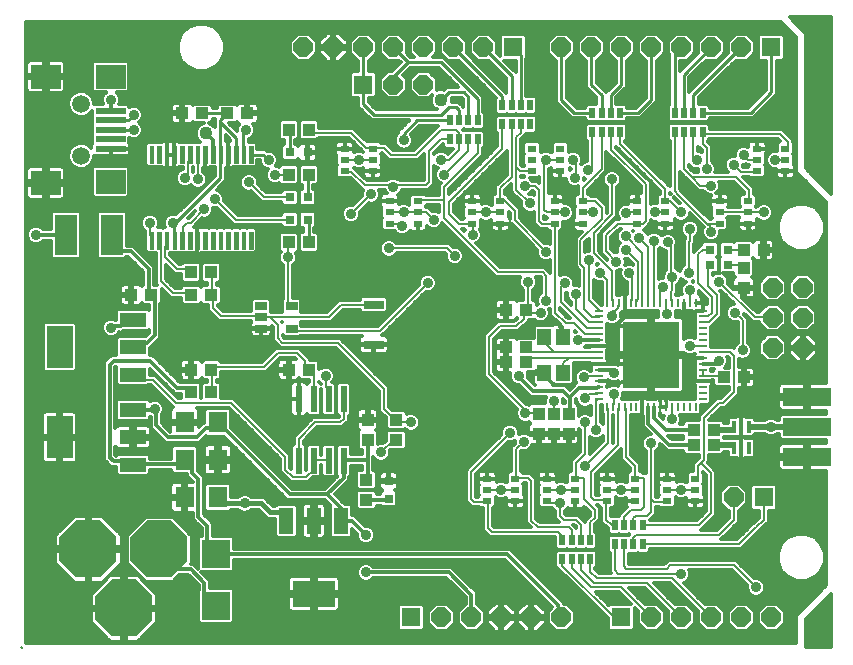
<source format=gtl>
G75*
G70*
%OFA0B0*%
%FSLAX24Y24*%
%IPPOS*%
%LPD*%
%AMOC8*
5,1,8,0,0,1.08239X$1,22.5*
%
%ADD10OC8,0.0640*%
%ADD11R,0.0433X0.0394*%
%ADD12R,0.0640X0.0640*%
%ADD13R,0.0630X0.0709*%
%ADD14R,0.0394X0.0433*%
%ADD15R,0.0315X0.0315*%
%ADD16R,0.0945X0.0945*%
%ADD17OC8,0.1900*%
%ADD18C,0.0030*%
%ADD19R,0.0748X0.1339*%
%ADD20R,0.0880X0.0480*%
%ADD21R,0.0866X0.1417*%
%ADD22R,0.0236X0.0866*%
%ADD23R,0.0880X0.0480*%
%ADD24R,0.0480X0.0880*%
%ADD25R,0.1417X0.0866*%
%ADD26R,0.0098X0.0276*%
%ADD27R,0.0276X0.0098*%
%ADD28R,0.1870X0.2224*%
%ADD29R,0.0138X0.0394*%
%ADD30R,0.1600X0.0600*%
%ADD31R,0.0453X0.0551*%
%ADD32R,0.0984X0.0787*%
%ADD33R,0.0984X0.0197*%
%ADD34C,0.0594*%
%ADD35R,0.0315X0.0217*%
%ADD36R,0.0390X0.0272*%
%ADD37R,0.0669X0.0315*%
%ADD38R,0.0197X0.0354*%
%ADD39C,0.0120*%
%ADD40C,0.0350*%
%ADD41C,0.0436*%
%ADD42C,0.0160*%
%ADD43C,0.0100*%
%ADD44C,0.0070*%
%ADD45C,0.0200*%
%ADD46C,0.0002*%
D10*
X014847Y002340D03*
X015847Y002340D03*
X016847Y002340D03*
X017847Y002340D03*
X018847Y002340D03*
X021847Y002340D03*
X022847Y002340D03*
X023847Y002340D03*
X024847Y002340D03*
X025847Y002340D03*
X024597Y006340D03*
X025902Y011321D03*
X026902Y011321D03*
X026902Y012321D03*
X025902Y012321D03*
X025902Y013321D03*
X026902Y013321D03*
X024847Y021340D03*
X023847Y021340D03*
X022847Y021340D03*
X021847Y021340D03*
X020847Y021340D03*
X019847Y021340D03*
X018847Y021340D03*
X016247Y021340D03*
X015247Y021340D03*
X014247Y021340D03*
X013247Y021340D03*
X012247Y021340D03*
X011247Y021340D03*
X010247Y021340D03*
X013247Y020090D03*
X014247Y020090D03*
D11*
X008381Y019140D03*
X007712Y019140D03*
X006881Y019140D03*
X006212Y019140D03*
X006512Y013090D03*
X007181Y013090D03*
X005181Y013090D03*
X004512Y013090D03*
X009762Y010590D03*
X010431Y010590D03*
X013347Y008925D03*
X013347Y008256D03*
X012347Y006925D03*
X012347Y006256D03*
X017012Y010840D03*
X017012Y011340D03*
X017681Y011340D03*
X017681Y010840D03*
X017681Y012590D03*
X017012Y012590D03*
X023262Y008590D03*
X023931Y008590D03*
X023931Y008090D03*
X023262Y008090D03*
X024262Y010340D03*
X024931Y010340D03*
X024927Y013326D03*
X024927Y013995D03*
D12*
X025847Y021340D03*
X017247Y021340D03*
X012247Y020090D03*
X025597Y006340D03*
X020847Y002340D03*
X013847Y002340D03*
D13*
X007398Y006340D03*
X006295Y006340D03*
X006295Y007590D03*
X007398Y007590D03*
X007398Y008840D03*
X006295Y008840D03*
D14*
X006512Y009840D03*
X007181Y009840D03*
X007181Y010590D03*
X006512Y010590D03*
X006512Y013840D03*
X007181Y013840D03*
X009762Y014840D03*
X010431Y014840D03*
X010431Y017090D03*
X009762Y017090D03*
X009762Y018590D03*
X010431Y018590D03*
X018097Y009125D03*
X018597Y009125D03*
X019097Y009125D03*
X019097Y008456D03*
X018597Y008456D03*
X018097Y008456D03*
X012397Y008256D03*
X012397Y008925D03*
X024922Y014580D03*
X025591Y014580D03*
D15*
X024392Y014590D03*
X024392Y014090D03*
X023801Y014090D03*
X023801Y014590D03*
X013097Y006886D03*
X013097Y006295D03*
X010392Y015590D03*
X009801Y015590D03*
X009801Y016340D03*
X010392Y016340D03*
X010392Y017840D03*
X009801Y017840D03*
D16*
X007347Y004457D03*
X007347Y002724D03*
D17*
X005447Y004610D03*
X004267Y002640D03*
X003087Y004610D03*
D18*
X005123Y014633D02*
X005243Y014633D01*
X005123Y014633D02*
X005123Y015193D01*
X005243Y015193D01*
X005243Y014633D01*
X005243Y014662D02*
X005123Y014662D01*
X005123Y014691D02*
X005243Y014691D01*
X005243Y014720D02*
X005123Y014720D01*
X005123Y014749D02*
X005243Y014749D01*
X005243Y014778D02*
X005123Y014778D01*
X005123Y014807D02*
X005243Y014807D01*
X005243Y014836D02*
X005123Y014836D01*
X005123Y014865D02*
X005243Y014865D01*
X005243Y014894D02*
X005123Y014894D01*
X005123Y014923D02*
X005243Y014923D01*
X005243Y014952D02*
X005123Y014952D01*
X005123Y014981D02*
X005243Y014981D01*
X005243Y015010D02*
X005123Y015010D01*
X005123Y015039D02*
X005243Y015039D01*
X005243Y015068D02*
X005123Y015068D01*
X005123Y015097D02*
X005243Y015097D01*
X005243Y015126D02*
X005123Y015126D01*
X005123Y015155D02*
X005243Y015155D01*
X005243Y015184D02*
X005123Y015184D01*
X005379Y014633D02*
X005499Y014633D01*
X005379Y014633D02*
X005379Y015193D01*
X005499Y015193D01*
X005499Y014633D01*
X005499Y014662D02*
X005379Y014662D01*
X005379Y014691D02*
X005499Y014691D01*
X005499Y014720D02*
X005379Y014720D01*
X005379Y014749D02*
X005499Y014749D01*
X005499Y014778D02*
X005379Y014778D01*
X005379Y014807D02*
X005499Y014807D01*
X005499Y014836D02*
X005379Y014836D01*
X005379Y014865D02*
X005499Y014865D01*
X005499Y014894D02*
X005379Y014894D01*
X005379Y014923D02*
X005499Y014923D01*
X005499Y014952D02*
X005379Y014952D01*
X005379Y014981D02*
X005499Y014981D01*
X005499Y015010D02*
X005379Y015010D01*
X005379Y015039D02*
X005499Y015039D01*
X005499Y015068D02*
X005379Y015068D01*
X005379Y015097D02*
X005499Y015097D01*
X005499Y015126D02*
X005379Y015126D01*
X005379Y015155D02*
X005499Y015155D01*
X005499Y015184D02*
X005379Y015184D01*
X005635Y014633D02*
X005755Y014633D01*
X005635Y014633D02*
X005635Y015193D01*
X005755Y015193D01*
X005755Y014633D01*
X005755Y014662D02*
X005635Y014662D01*
X005635Y014691D02*
X005755Y014691D01*
X005755Y014720D02*
X005635Y014720D01*
X005635Y014749D02*
X005755Y014749D01*
X005755Y014778D02*
X005635Y014778D01*
X005635Y014807D02*
X005755Y014807D01*
X005755Y014836D02*
X005635Y014836D01*
X005635Y014865D02*
X005755Y014865D01*
X005755Y014894D02*
X005635Y014894D01*
X005635Y014923D02*
X005755Y014923D01*
X005755Y014952D02*
X005635Y014952D01*
X005635Y014981D02*
X005755Y014981D01*
X005755Y015010D02*
X005635Y015010D01*
X005635Y015039D02*
X005755Y015039D01*
X005755Y015068D02*
X005635Y015068D01*
X005635Y015097D02*
X005755Y015097D01*
X005755Y015126D02*
X005635Y015126D01*
X005635Y015155D02*
X005755Y015155D01*
X005755Y015184D02*
X005635Y015184D01*
X005891Y014633D02*
X006011Y014633D01*
X005891Y014633D02*
X005891Y015193D01*
X006011Y015193D01*
X006011Y014633D01*
X006011Y014662D02*
X005891Y014662D01*
X005891Y014691D02*
X006011Y014691D01*
X006011Y014720D02*
X005891Y014720D01*
X005891Y014749D02*
X006011Y014749D01*
X006011Y014778D02*
X005891Y014778D01*
X005891Y014807D02*
X006011Y014807D01*
X006011Y014836D02*
X005891Y014836D01*
X005891Y014865D02*
X006011Y014865D01*
X006011Y014894D02*
X005891Y014894D01*
X005891Y014923D02*
X006011Y014923D01*
X006011Y014952D02*
X005891Y014952D01*
X005891Y014981D02*
X006011Y014981D01*
X006011Y015010D02*
X005891Y015010D01*
X005891Y015039D02*
X006011Y015039D01*
X006011Y015068D02*
X005891Y015068D01*
X005891Y015097D02*
X006011Y015097D01*
X006011Y015126D02*
X005891Y015126D01*
X005891Y015155D02*
X006011Y015155D01*
X006011Y015184D02*
X005891Y015184D01*
X006147Y014633D02*
X006267Y014633D01*
X006147Y014633D02*
X006147Y015193D01*
X006267Y015193D01*
X006267Y014633D01*
X006267Y014662D02*
X006147Y014662D01*
X006147Y014691D02*
X006267Y014691D01*
X006267Y014720D02*
X006147Y014720D01*
X006147Y014749D02*
X006267Y014749D01*
X006267Y014778D02*
X006147Y014778D01*
X006147Y014807D02*
X006267Y014807D01*
X006267Y014836D02*
X006147Y014836D01*
X006147Y014865D02*
X006267Y014865D01*
X006267Y014894D02*
X006147Y014894D01*
X006147Y014923D02*
X006267Y014923D01*
X006267Y014952D02*
X006147Y014952D01*
X006147Y014981D02*
X006267Y014981D01*
X006267Y015010D02*
X006147Y015010D01*
X006147Y015039D02*
X006267Y015039D01*
X006267Y015068D02*
X006147Y015068D01*
X006147Y015097D02*
X006267Y015097D01*
X006267Y015126D02*
X006147Y015126D01*
X006147Y015155D02*
X006267Y015155D01*
X006267Y015184D02*
X006147Y015184D01*
X006403Y014633D02*
X006523Y014633D01*
X006403Y014633D02*
X006403Y015193D01*
X006523Y015193D01*
X006523Y014633D01*
X006523Y014662D02*
X006403Y014662D01*
X006403Y014691D02*
X006523Y014691D01*
X006523Y014720D02*
X006403Y014720D01*
X006403Y014749D02*
X006523Y014749D01*
X006523Y014778D02*
X006403Y014778D01*
X006403Y014807D02*
X006523Y014807D01*
X006523Y014836D02*
X006403Y014836D01*
X006403Y014865D02*
X006523Y014865D01*
X006523Y014894D02*
X006403Y014894D01*
X006403Y014923D02*
X006523Y014923D01*
X006523Y014952D02*
X006403Y014952D01*
X006403Y014981D02*
X006523Y014981D01*
X006523Y015010D02*
X006403Y015010D01*
X006403Y015039D02*
X006523Y015039D01*
X006523Y015068D02*
X006403Y015068D01*
X006403Y015097D02*
X006523Y015097D01*
X006523Y015126D02*
X006403Y015126D01*
X006403Y015155D02*
X006523Y015155D01*
X006523Y015184D02*
X006403Y015184D01*
X006659Y014633D02*
X006779Y014633D01*
X006659Y014633D02*
X006659Y015193D01*
X006779Y015193D01*
X006779Y014633D01*
X006779Y014662D02*
X006659Y014662D01*
X006659Y014691D02*
X006779Y014691D01*
X006779Y014720D02*
X006659Y014720D01*
X006659Y014749D02*
X006779Y014749D01*
X006779Y014778D02*
X006659Y014778D01*
X006659Y014807D02*
X006779Y014807D01*
X006779Y014836D02*
X006659Y014836D01*
X006659Y014865D02*
X006779Y014865D01*
X006779Y014894D02*
X006659Y014894D01*
X006659Y014923D02*
X006779Y014923D01*
X006779Y014952D02*
X006659Y014952D01*
X006659Y014981D02*
X006779Y014981D01*
X006779Y015010D02*
X006659Y015010D01*
X006659Y015039D02*
X006779Y015039D01*
X006779Y015068D02*
X006659Y015068D01*
X006659Y015097D02*
X006779Y015097D01*
X006779Y015126D02*
X006659Y015126D01*
X006659Y015155D02*
X006779Y015155D01*
X006779Y015184D02*
X006659Y015184D01*
X006915Y014633D02*
X007035Y014633D01*
X006915Y014633D02*
X006915Y015193D01*
X007035Y015193D01*
X007035Y014633D01*
X007035Y014662D02*
X006915Y014662D01*
X006915Y014691D02*
X007035Y014691D01*
X007035Y014720D02*
X006915Y014720D01*
X006915Y014749D02*
X007035Y014749D01*
X007035Y014778D02*
X006915Y014778D01*
X006915Y014807D02*
X007035Y014807D01*
X007035Y014836D02*
X006915Y014836D01*
X006915Y014865D02*
X007035Y014865D01*
X007035Y014894D02*
X006915Y014894D01*
X006915Y014923D02*
X007035Y014923D01*
X007035Y014952D02*
X006915Y014952D01*
X006915Y014981D02*
X007035Y014981D01*
X007035Y015010D02*
X006915Y015010D01*
X006915Y015039D02*
X007035Y015039D01*
X007035Y015068D02*
X006915Y015068D01*
X006915Y015097D02*
X007035Y015097D01*
X007035Y015126D02*
X006915Y015126D01*
X006915Y015155D02*
X007035Y015155D01*
X007035Y015184D02*
X006915Y015184D01*
X007170Y014633D02*
X007290Y014633D01*
X007170Y014633D02*
X007170Y015193D01*
X007290Y015193D01*
X007290Y014633D01*
X007290Y014662D02*
X007170Y014662D01*
X007170Y014691D02*
X007290Y014691D01*
X007290Y014720D02*
X007170Y014720D01*
X007170Y014749D02*
X007290Y014749D01*
X007290Y014778D02*
X007170Y014778D01*
X007170Y014807D02*
X007290Y014807D01*
X007290Y014836D02*
X007170Y014836D01*
X007170Y014865D02*
X007290Y014865D01*
X007290Y014894D02*
X007170Y014894D01*
X007170Y014923D02*
X007290Y014923D01*
X007290Y014952D02*
X007170Y014952D01*
X007170Y014981D02*
X007290Y014981D01*
X007290Y015010D02*
X007170Y015010D01*
X007170Y015039D02*
X007290Y015039D01*
X007290Y015068D02*
X007170Y015068D01*
X007170Y015097D02*
X007290Y015097D01*
X007290Y015126D02*
X007170Y015126D01*
X007170Y015155D02*
X007290Y015155D01*
X007290Y015184D02*
X007170Y015184D01*
X007426Y014633D02*
X007546Y014633D01*
X007426Y014633D02*
X007426Y015193D01*
X007546Y015193D01*
X007546Y014633D01*
X007546Y014662D02*
X007426Y014662D01*
X007426Y014691D02*
X007546Y014691D01*
X007546Y014720D02*
X007426Y014720D01*
X007426Y014749D02*
X007546Y014749D01*
X007546Y014778D02*
X007426Y014778D01*
X007426Y014807D02*
X007546Y014807D01*
X007546Y014836D02*
X007426Y014836D01*
X007426Y014865D02*
X007546Y014865D01*
X007546Y014894D02*
X007426Y014894D01*
X007426Y014923D02*
X007546Y014923D01*
X007546Y014952D02*
X007426Y014952D01*
X007426Y014981D02*
X007546Y014981D01*
X007546Y015010D02*
X007426Y015010D01*
X007426Y015039D02*
X007546Y015039D01*
X007546Y015068D02*
X007426Y015068D01*
X007426Y015097D02*
X007546Y015097D01*
X007546Y015126D02*
X007426Y015126D01*
X007426Y015155D02*
X007546Y015155D01*
X007546Y015184D02*
X007426Y015184D01*
X007682Y014633D02*
X007802Y014633D01*
X007682Y014633D02*
X007682Y015193D01*
X007802Y015193D01*
X007802Y014633D01*
X007802Y014662D02*
X007682Y014662D01*
X007682Y014691D02*
X007802Y014691D01*
X007802Y014720D02*
X007682Y014720D01*
X007682Y014749D02*
X007802Y014749D01*
X007802Y014778D02*
X007682Y014778D01*
X007682Y014807D02*
X007802Y014807D01*
X007802Y014836D02*
X007682Y014836D01*
X007682Y014865D02*
X007802Y014865D01*
X007802Y014894D02*
X007682Y014894D01*
X007682Y014923D02*
X007802Y014923D01*
X007802Y014952D02*
X007682Y014952D01*
X007682Y014981D02*
X007802Y014981D01*
X007802Y015010D02*
X007682Y015010D01*
X007682Y015039D02*
X007802Y015039D01*
X007802Y015068D02*
X007682Y015068D01*
X007682Y015097D02*
X007802Y015097D01*
X007802Y015126D02*
X007682Y015126D01*
X007682Y015155D02*
X007802Y015155D01*
X007802Y015184D02*
X007682Y015184D01*
X007938Y014633D02*
X008058Y014633D01*
X007938Y014633D02*
X007938Y015193D01*
X008058Y015193D01*
X008058Y014633D01*
X008058Y014662D02*
X007938Y014662D01*
X007938Y014691D02*
X008058Y014691D01*
X008058Y014720D02*
X007938Y014720D01*
X007938Y014749D02*
X008058Y014749D01*
X008058Y014778D02*
X007938Y014778D01*
X007938Y014807D02*
X008058Y014807D01*
X008058Y014836D02*
X007938Y014836D01*
X007938Y014865D02*
X008058Y014865D01*
X008058Y014894D02*
X007938Y014894D01*
X007938Y014923D02*
X008058Y014923D01*
X008058Y014952D02*
X007938Y014952D01*
X007938Y014981D02*
X008058Y014981D01*
X008058Y015010D02*
X007938Y015010D01*
X007938Y015039D02*
X008058Y015039D01*
X008058Y015068D02*
X007938Y015068D01*
X007938Y015097D02*
X008058Y015097D01*
X008058Y015126D02*
X007938Y015126D01*
X007938Y015155D02*
X008058Y015155D01*
X008058Y015184D02*
X007938Y015184D01*
X008194Y014633D02*
X008314Y014633D01*
X008194Y014633D02*
X008194Y015193D01*
X008314Y015193D01*
X008314Y014633D01*
X008314Y014662D02*
X008194Y014662D01*
X008194Y014691D02*
X008314Y014691D01*
X008314Y014720D02*
X008194Y014720D01*
X008194Y014749D02*
X008314Y014749D01*
X008314Y014778D02*
X008194Y014778D01*
X008194Y014807D02*
X008314Y014807D01*
X008314Y014836D02*
X008194Y014836D01*
X008194Y014865D02*
X008314Y014865D01*
X008314Y014894D02*
X008194Y014894D01*
X008194Y014923D02*
X008314Y014923D01*
X008314Y014952D02*
X008194Y014952D01*
X008194Y014981D02*
X008314Y014981D01*
X008314Y015010D02*
X008194Y015010D01*
X008194Y015039D02*
X008314Y015039D01*
X008314Y015068D02*
X008194Y015068D01*
X008194Y015097D02*
X008314Y015097D01*
X008314Y015126D02*
X008194Y015126D01*
X008194Y015155D02*
X008314Y015155D01*
X008314Y015184D02*
X008194Y015184D01*
X008450Y014633D02*
X008570Y014633D01*
X008450Y014633D02*
X008450Y015193D01*
X008570Y015193D01*
X008570Y014633D01*
X008570Y014662D02*
X008450Y014662D01*
X008450Y014691D02*
X008570Y014691D01*
X008570Y014720D02*
X008450Y014720D01*
X008450Y014749D02*
X008570Y014749D01*
X008570Y014778D02*
X008450Y014778D01*
X008450Y014807D02*
X008570Y014807D01*
X008570Y014836D02*
X008450Y014836D01*
X008450Y014865D02*
X008570Y014865D01*
X008570Y014894D02*
X008450Y014894D01*
X008450Y014923D02*
X008570Y014923D01*
X008570Y014952D02*
X008450Y014952D01*
X008450Y014981D02*
X008570Y014981D01*
X008570Y015010D02*
X008450Y015010D01*
X008450Y015039D02*
X008570Y015039D01*
X008570Y015068D02*
X008450Y015068D01*
X008450Y015097D02*
X008570Y015097D01*
X008570Y015126D02*
X008450Y015126D01*
X008450Y015155D02*
X008570Y015155D01*
X008570Y015184D02*
X008450Y015184D01*
X008450Y017488D02*
X008570Y017488D01*
X008450Y017488D02*
X008450Y018048D01*
X008570Y018048D01*
X008570Y017488D01*
X008570Y017517D02*
X008450Y017517D01*
X008450Y017546D02*
X008570Y017546D01*
X008570Y017575D02*
X008450Y017575D01*
X008450Y017604D02*
X008570Y017604D01*
X008570Y017633D02*
X008450Y017633D01*
X008450Y017662D02*
X008570Y017662D01*
X008570Y017691D02*
X008450Y017691D01*
X008450Y017720D02*
X008570Y017720D01*
X008570Y017749D02*
X008450Y017749D01*
X008450Y017778D02*
X008570Y017778D01*
X008570Y017807D02*
X008450Y017807D01*
X008450Y017836D02*
X008570Y017836D01*
X008570Y017865D02*
X008450Y017865D01*
X008450Y017894D02*
X008570Y017894D01*
X008570Y017923D02*
X008450Y017923D01*
X008450Y017952D02*
X008570Y017952D01*
X008570Y017981D02*
X008450Y017981D01*
X008450Y018010D02*
X008570Y018010D01*
X008570Y018039D02*
X008450Y018039D01*
X008314Y017488D02*
X008194Y017488D01*
X008194Y018048D01*
X008314Y018048D01*
X008314Y017488D01*
X008314Y017517D02*
X008194Y017517D01*
X008194Y017546D02*
X008314Y017546D01*
X008314Y017575D02*
X008194Y017575D01*
X008194Y017604D02*
X008314Y017604D01*
X008314Y017633D02*
X008194Y017633D01*
X008194Y017662D02*
X008314Y017662D01*
X008314Y017691D02*
X008194Y017691D01*
X008194Y017720D02*
X008314Y017720D01*
X008314Y017749D02*
X008194Y017749D01*
X008194Y017778D02*
X008314Y017778D01*
X008314Y017807D02*
X008194Y017807D01*
X008194Y017836D02*
X008314Y017836D01*
X008314Y017865D02*
X008194Y017865D01*
X008194Y017894D02*
X008314Y017894D01*
X008314Y017923D02*
X008194Y017923D01*
X008194Y017952D02*
X008314Y017952D01*
X008314Y017981D02*
X008194Y017981D01*
X008194Y018010D02*
X008314Y018010D01*
X008314Y018039D02*
X008194Y018039D01*
X008058Y017488D02*
X007938Y017488D01*
X007938Y018048D01*
X008058Y018048D01*
X008058Y017488D01*
X008058Y017517D02*
X007938Y017517D01*
X007938Y017546D02*
X008058Y017546D01*
X008058Y017575D02*
X007938Y017575D01*
X007938Y017604D02*
X008058Y017604D01*
X008058Y017633D02*
X007938Y017633D01*
X007938Y017662D02*
X008058Y017662D01*
X008058Y017691D02*
X007938Y017691D01*
X007938Y017720D02*
X008058Y017720D01*
X008058Y017749D02*
X007938Y017749D01*
X007938Y017778D02*
X008058Y017778D01*
X008058Y017807D02*
X007938Y017807D01*
X007938Y017836D02*
X008058Y017836D01*
X008058Y017865D02*
X007938Y017865D01*
X007938Y017894D02*
X008058Y017894D01*
X008058Y017923D02*
X007938Y017923D01*
X007938Y017952D02*
X008058Y017952D01*
X008058Y017981D02*
X007938Y017981D01*
X007938Y018010D02*
X008058Y018010D01*
X008058Y018039D02*
X007938Y018039D01*
X007802Y017488D02*
X007682Y017488D01*
X007682Y018048D01*
X007802Y018048D01*
X007802Y017488D01*
X007802Y017517D02*
X007682Y017517D01*
X007682Y017546D02*
X007802Y017546D01*
X007802Y017575D02*
X007682Y017575D01*
X007682Y017604D02*
X007802Y017604D01*
X007802Y017633D02*
X007682Y017633D01*
X007682Y017662D02*
X007802Y017662D01*
X007802Y017691D02*
X007682Y017691D01*
X007682Y017720D02*
X007802Y017720D01*
X007802Y017749D02*
X007682Y017749D01*
X007682Y017778D02*
X007802Y017778D01*
X007802Y017807D02*
X007682Y017807D01*
X007682Y017836D02*
X007802Y017836D01*
X007802Y017865D02*
X007682Y017865D01*
X007682Y017894D02*
X007802Y017894D01*
X007802Y017923D02*
X007682Y017923D01*
X007682Y017952D02*
X007802Y017952D01*
X007802Y017981D02*
X007682Y017981D01*
X007682Y018010D02*
X007802Y018010D01*
X007802Y018039D02*
X007682Y018039D01*
X007546Y017488D02*
X007426Y017488D01*
X007426Y018048D01*
X007546Y018048D01*
X007546Y017488D01*
X007546Y017517D02*
X007426Y017517D01*
X007426Y017546D02*
X007546Y017546D01*
X007546Y017575D02*
X007426Y017575D01*
X007426Y017604D02*
X007546Y017604D01*
X007546Y017633D02*
X007426Y017633D01*
X007426Y017662D02*
X007546Y017662D01*
X007546Y017691D02*
X007426Y017691D01*
X007426Y017720D02*
X007546Y017720D01*
X007546Y017749D02*
X007426Y017749D01*
X007426Y017778D02*
X007546Y017778D01*
X007546Y017807D02*
X007426Y017807D01*
X007426Y017836D02*
X007546Y017836D01*
X007546Y017865D02*
X007426Y017865D01*
X007426Y017894D02*
X007546Y017894D01*
X007546Y017923D02*
X007426Y017923D01*
X007426Y017952D02*
X007546Y017952D01*
X007546Y017981D02*
X007426Y017981D01*
X007426Y018010D02*
X007546Y018010D01*
X007546Y018039D02*
X007426Y018039D01*
X007290Y017488D02*
X007170Y017488D01*
X007170Y018048D01*
X007290Y018048D01*
X007290Y017488D01*
X007290Y017517D02*
X007170Y017517D01*
X007170Y017546D02*
X007290Y017546D01*
X007290Y017575D02*
X007170Y017575D01*
X007170Y017604D02*
X007290Y017604D01*
X007290Y017633D02*
X007170Y017633D01*
X007170Y017662D02*
X007290Y017662D01*
X007290Y017691D02*
X007170Y017691D01*
X007170Y017720D02*
X007290Y017720D01*
X007290Y017749D02*
X007170Y017749D01*
X007170Y017778D02*
X007290Y017778D01*
X007290Y017807D02*
X007170Y017807D01*
X007170Y017836D02*
X007290Y017836D01*
X007290Y017865D02*
X007170Y017865D01*
X007170Y017894D02*
X007290Y017894D01*
X007290Y017923D02*
X007170Y017923D01*
X007170Y017952D02*
X007290Y017952D01*
X007290Y017981D02*
X007170Y017981D01*
X007170Y018010D02*
X007290Y018010D01*
X007290Y018039D02*
X007170Y018039D01*
X007035Y017488D02*
X006915Y017488D01*
X006915Y018048D01*
X007035Y018048D01*
X007035Y017488D01*
X007035Y017517D02*
X006915Y017517D01*
X006915Y017546D02*
X007035Y017546D01*
X007035Y017575D02*
X006915Y017575D01*
X006915Y017604D02*
X007035Y017604D01*
X007035Y017633D02*
X006915Y017633D01*
X006915Y017662D02*
X007035Y017662D01*
X007035Y017691D02*
X006915Y017691D01*
X006915Y017720D02*
X007035Y017720D01*
X007035Y017749D02*
X006915Y017749D01*
X006915Y017778D02*
X007035Y017778D01*
X007035Y017807D02*
X006915Y017807D01*
X006915Y017836D02*
X007035Y017836D01*
X007035Y017865D02*
X006915Y017865D01*
X006915Y017894D02*
X007035Y017894D01*
X007035Y017923D02*
X006915Y017923D01*
X006915Y017952D02*
X007035Y017952D01*
X007035Y017981D02*
X006915Y017981D01*
X006915Y018010D02*
X007035Y018010D01*
X007035Y018039D02*
X006915Y018039D01*
X006779Y017488D02*
X006659Y017488D01*
X006659Y018048D01*
X006779Y018048D01*
X006779Y017488D01*
X006779Y017517D02*
X006659Y017517D01*
X006659Y017546D02*
X006779Y017546D01*
X006779Y017575D02*
X006659Y017575D01*
X006659Y017604D02*
X006779Y017604D01*
X006779Y017633D02*
X006659Y017633D01*
X006659Y017662D02*
X006779Y017662D01*
X006779Y017691D02*
X006659Y017691D01*
X006659Y017720D02*
X006779Y017720D01*
X006779Y017749D02*
X006659Y017749D01*
X006659Y017778D02*
X006779Y017778D01*
X006779Y017807D02*
X006659Y017807D01*
X006659Y017836D02*
X006779Y017836D01*
X006779Y017865D02*
X006659Y017865D01*
X006659Y017894D02*
X006779Y017894D01*
X006779Y017923D02*
X006659Y017923D01*
X006659Y017952D02*
X006779Y017952D01*
X006779Y017981D02*
X006659Y017981D01*
X006659Y018010D02*
X006779Y018010D01*
X006779Y018039D02*
X006659Y018039D01*
X006523Y017488D02*
X006403Y017488D01*
X006403Y018048D01*
X006523Y018048D01*
X006523Y017488D01*
X006523Y017517D02*
X006403Y017517D01*
X006403Y017546D02*
X006523Y017546D01*
X006523Y017575D02*
X006403Y017575D01*
X006403Y017604D02*
X006523Y017604D01*
X006523Y017633D02*
X006403Y017633D01*
X006403Y017662D02*
X006523Y017662D01*
X006523Y017691D02*
X006403Y017691D01*
X006403Y017720D02*
X006523Y017720D01*
X006523Y017749D02*
X006403Y017749D01*
X006403Y017778D02*
X006523Y017778D01*
X006523Y017807D02*
X006403Y017807D01*
X006403Y017836D02*
X006523Y017836D01*
X006523Y017865D02*
X006403Y017865D01*
X006403Y017894D02*
X006523Y017894D01*
X006523Y017923D02*
X006403Y017923D01*
X006403Y017952D02*
X006523Y017952D01*
X006523Y017981D02*
X006403Y017981D01*
X006403Y018010D02*
X006523Y018010D01*
X006523Y018039D02*
X006403Y018039D01*
X006267Y017488D02*
X006147Y017488D01*
X006147Y018048D01*
X006267Y018048D01*
X006267Y017488D01*
X006267Y017517D02*
X006147Y017517D01*
X006147Y017546D02*
X006267Y017546D01*
X006267Y017575D02*
X006147Y017575D01*
X006147Y017604D02*
X006267Y017604D01*
X006267Y017633D02*
X006147Y017633D01*
X006147Y017662D02*
X006267Y017662D01*
X006267Y017691D02*
X006147Y017691D01*
X006147Y017720D02*
X006267Y017720D01*
X006267Y017749D02*
X006147Y017749D01*
X006147Y017778D02*
X006267Y017778D01*
X006267Y017807D02*
X006147Y017807D01*
X006147Y017836D02*
X006267Y017836D01*
X006267Y017865D02*
X006147Y017865D01*
X006147Y017894D02*
X006267Y017894D01*
X006267Y017923D02*
X006147Y017923D01*
X006147Y017952D02*
X006267Y017952D01*
X006267Y017981D02*
X006147Y017981D01*
X006147Y018010D02*
X006267Y018010D01*
X006267Y018039D02*
X006147Y018039D01*
X006011Y017488D02*
X005891Y017488D01*
X005891Y018048D01*
X006011Y018048D01*
X006011Y017488D01*
X006011Y017517D02*
X005891Y017517D01*
X005891Y017546D02*
X006011Y017546D01*
X006011Y017575D02*
X005891Y017575D01*
X005891Y017604D02*
X006011Y017604D01*
X006011Y017633D02*
X005891Y017633D01*
X005891Y017662D02*
X006011Y017662D01*
X006011Y017691D02*
X005891Y017691D01*
X005891Y017720D02*
X006011Y017720D01*
X006011Y017749D02*
X005891Y017749D01*
X005891Y017778D02*
X006011Y017778D01*
X006011Y017807D02*
X005891Y017807D01*
X005891Y017836D02*
X006011Y017836D01*
X006011Y017865D02*
X005891Y017865D01*
X005891Y017894D02*
X006011Y017894D01*
X006011Y017923D02*
X005891Y017923D01*
X005891Y017952D02*
X006011Y017952D01*
X006011Y017981D02*
X005891Y017981D01*
X005891Y018010D02*
X006011Y018010D01*
X006011Y018039D02*
X005891Y018039D01*
X005755Y017488D02*
X005635Y017488D01*
X005635Y018048D01*
X005755Y018048D01*
X005755Y017488D01*
X005755Y017517D02*
X005635Y017517D01*
X005635Y017546D02*
X005755Y017546D01*
X005755Y017575D02*
X005635Y017575D01*
X005635Y017604D02*
X005755Y017604D01*
X005755Y017633D02*
X005635Y017633D01*
X005635Y017662D02*
X005755Y017662D01*
X005755Y017691D02*
X005635Y017691D01*
X005635Y017720D02*
X005755Y017720D01*
X005755Y017749D02*
X005635Y017749D01*
X005635Y017778D02*
X005755Y017778D01*
X005755Y017807D02*
X005635Y017807D01*
X005635Y017836D02*
X005755Y017836D01*
X005755Y017865D02*
X005635Y017865D01*
X005635Y017894D02*
X005755Y017894D01*
X005755Y017923D02*
X005635Y017923D01*
X005635Y017952D02*
X005755Y017952D01*
X005755Y017981D02*
X005635Y017981D01*
X005635Y018010D02*
X005755Y018010D01*
X005755Y018039D02*
X005635Y018039D01*
X005499Y017488D02*
X005379Y017488D01*
X005379Y018048D01*
X005499Y018048D01*
X005499Y017488D01*
X005499Y017517D02*
X005379Y017517D01*
X005379Y017546D02*
X005499Y017546D01*
X005499Y017575D02*
X005379Y017575D01*
X005379Y017604D02*
X005499Y017604D01*
X005499Y017633D02*
X005379Y017633D01*
X005379Y017662D02*
X005499Y017662D01*
X005499Y017691D02*
X005379Y017691D01*
X005379Y017720D02*
X005499Y017720D01*
X005499Y017749D02*
X005379Y017749D01*
X005379Y017778D02*
X005499Y017778D01*
X005499Y017807D02*
X005379Y017807D01*
X005379Y017836D02*
X005499Y017836D01*
X005499Y017865D02*
X005379Y017865D01*
X005379Y017894D02*
X005499Y017894D01*
X005499Y017923D02*
X005379Y017923D01*
X005379Y017952D02*
X005499Y017952D01*
X005499Y017981D02*
X005379Y017981D01*
X005379Y018010D02*
X005499Y018010D01*
X005499Y018039D02*
X005379Y018039D01*
X005243Y017488D02*
X005123Y017488D01*
X005123Y018048D01*
X005243Y018048D01*
X005243Y017488D01*
X005243Y017517D02*
X005123Y017517D01*
X005123Y017546D02*
X005243Y017546D01*
X005243Y017575D02*
X005123Y017575D01*
X005123Y017604D02*
X005243Y017604D01*
X005243Y017633D02*
X005123Y017633D01*
X005123Y017662D02*
X005243Y017662D01*
X005243Y017691D02*
X005123Y017691D01*
X005123Y017720D02*
X005243Y017720D01*
X005243Y017749D02*
X005123Y017749D01*
X005123Y017778D02*
X005243Y017778D01*
X005243Y017807D02*
X005123Y017807D01*
X005123Y017836D02*
X005243Y017836D01*
X005243Y017865D02*
X005123Y017865D01*
X005123Y017894D02*
X005243Y017894D01*
X005243Y017923D02*
X005123Y017923D01*
X005123Y017952D02*
X005243Y017952D01*
X005243Y017981D02*
X005123Y017981D01*
X005123Y018010D02*
X005243Y018010D01*
X005243Y018039D02*
X005123Y018039D01*
D19*
X003864Y015090D03*
X002329Y015090D03*
D20*
X004567Y012250D03*
X004567Y011340D03*
X004567Y010430D03*
D21*
X002127Y011340D03*
X002127Y008340D03*
D22*
X010097Y007567D03*
X010597Y007567D03*
X011097Y007567D03*
X011597Y007567D03*
X011597Y009614D03*
X011097Y009614D03*
X010597Y009614D03*
X010097Y009614D03*
D23*
X004567Y009250D03*
X004567Y008340D03*
X004567Y007431D03*
D24*
X009687Y005561D03*
X010597Y005561D03*
X011506Y005561D03*
D25*
X010597Y003120D03*
D26*
X020370Y009358D03*
X020567Y009358D03*
X020764Y009358D03*
X020961Y009358D03*
X021158Y009358D03*
X021354Y009358D03*
X021551Y009358D03*
X021748Y009358D03*
X021945Y009358D03*
X022142Y009358D03*
X022339Y009358D03*
X022536Y009358D03*
X022732Y009358D03*
X022929Y009358D03*
X023126Y009358D03*
X023323Y009358D03*
X023323Y012823D03*
X023126Y012823D03*
X022929Y012823D03*
X022732Y012823D03*
X022536Y012823D03*
X022339Y012823D03*
X022142Y012823D03*
X021945Y012823D03*
X021748Y012823D03*
X021551Y012823D03*
X021354Y012823D03*
X021158Y012823D03*
X020961Y012823D03*
X020764Y012823D03*
X020567Y012823D03*
X020370Y012823D03*
D27*
X020114Y012567D03*
X020114Y012370D03*
X020114Y012173D03*
X020114Y011976D03*
X020114Y011779D03*
X020114Y011583D03*
X020114Y011386D03*
X020114Y011189D03*
X020114Y010992D03*
X020114Y010795D03*
X020114Y010598D03*
X020114Y010401D03*
X020114Y010205D03*
X020114Y010008D03*
X020114Y009811D03*
X020114Y009614D03*
X023579Y009614D03*
X023579Y009811D03*
X023579Y010008D03*
X023579Y010205D03*
X023579Y010401D03*
X023579Y010598D03*
X023579Y010795D03*
X023579Y010992D03*
X023579Y011189D03*
X023579Y011386D03*
X023579Y011583D03*
X023579Y011779D03*
X023579Y011976D03*
X023579Y012173D03*
X023579Y012370D03*
X023579Y012567D03*
D28*
X021847Y011090D03*
D29*
X024591Y008695D03*
X024847Y008695D03*
X025103Y008695D03*
X025103Y007986D03*
X024847Y007986D03*
X024591Y007986D03*
D30*
X027047Y007690D03*
X027047Y008690D03*
X027047Y009690D03*
D31*
X018912Y010500D03*
X018282Y010500D03*
X018282Y011681D03*
X018912Y011681D03*
D32*
X003831Y016858D03*
X001666Y016819D03*
X001666Y020362D03*
X003831Y020362D03*
D33*
X003831Y019220D03*
X003831Y018905D03*
X003831Y018590D03*
X003831Y018276D03*
X003831Y017961D03*
D34*
X002847Y017724D03*
X002847Y019457D03*
D35*
X011624Y017964D03*
X011624Y017590D03*
X011624Y017216D03*
X012569Y017216D03*
X012569Y017590D03*
X012569Y017964D03*
X013124Y016214D03*
X013124Y015840D03*
X013124Y015466D03*
X014069Y015466D03*
X014069Y015840D03*
X014069Y016214D03*
X015874Y016214D03*
X015874Y015840D03*
X015874Y015466D03*
X016819Y015466D03*
X016819Y015840D03*
X016819Y016214D03*
X017874Y017216D03*
X017874Y017590D03*
X017874Y017964D03*
X018819Y017964D03*
X018819Y017590D03*
X018819Y017216D03*
X018624Y016214D03*
X018624Y015840D03*
X018624Y015466D03*
X019569Y015466D03*
X019569Y015840D03*
X019569Y016214D03*
X021374Y016214D03*
X021374Y015840D03*
X021374Y015466D03*
X022319Y015466D03*
X022319Y015840D03*
X022319Y016214D03*
X024124Y016214D03*
X024124Y015840D03*
X024124Y015466D03*
X025069Y015466D03*
X025069Y015840D03*
X025069Y016214D03*
X025374Y017216D03*
X025374Y017590D03*
X025374Y017964D03*
X026319Y017964D03*
X026319Y017590D03*
X026319Y017216D03*
X023319Y006964D03*
X023319Y006590D03*
X023319Y006216D03*
X022374Y006216D03*
X022374Y006590D03*
X022374Y006964D03*
X021319Y006964D03*
X021319Y006590D03*
X021319Y006216D03*
X020374Y006216D03*
X020374Y006590D03*
X020374Y006964D03*
X019319Y006964D03*
X019319Y006590D03*
X019319Y006216D03*
X018374Y006216D03*
X018374Y006590D03*
X018374Y006964D03*
X017319Y006964D03*
X017319Y006590D03*
X017319Y006216D03*
X016374Y006216D03*
X016374Y006590D03*
X016374Y006964D03*
D36*
X009858Y011966D03*
X009858Y012714D03*
X008839Y012714D03*
X008839Y012340D03*
X008839Y011966D03*
D37*
X012597Y011421D03*
X012597Y012760D03*
D38*
X015124Y018276D03*
X015439Y018276D03*
X015754Y018276D03*
X016069Y018276D03*
X016069Y018905D03*
X015754Y018905D03*
X015439Y018905D03*
X015124Y018905D03*
X016874Y018776D03*
X017189Y018776D03*
X017504Y018776D03*
X017819Y018776D03*
X017819Y019405D03*
X017504Y019405D03*
X017189Y019405D03*
X016874Y019405D03*
X019874Y019155D03*
X020189Y019155D03*
X020504Y019155D03*
X020819Y019155D03*
X020819Y018526D03*
X020504Y018526D03*
X020189Y018526D03*
X019874Y018526D03*
X022624Y018526D03*
X022939Y018526D03*
X023254Y018526D03*
X023569Y018526D03*
X023569Y019155D03*
X023254Y019155D03*
X022939Y019155D03*
X022624Y019155D03*
X021569Y005405D03*
X021254Y005405D03*
X020939Y005405D03*
X020624Y005405D03*
X020624Y004776D03*
X020939Y004776D03*
X021254Y004776D03*
X021569Y004776D03*
X019819Y004905D03*
X019504Y004905D03*
X019189Y004905D03*
X018874Y004905D03*
X018874Y004276D03*
X019189Y004276D03*
X019504Y004276D03*
X019819Y004276D03*
D39*
X020047Y004304D02*
X020459Y004304D01*
X020459Y004186D02*
X020047Y004186D01*
X020047Y004067D02*
X020459Y004067D01*
X020459Y003989D02*
X020459Y003852D01*
X020506Y003805D01*
X020115Y003805D01*
X019984Y003936D01*
X019984Y003981D01*
X020047Y004044D01*
X020047Y004506D01*
X019971Y004583D01*
X019667Y004583D01*
X019662Y004577D01*
X019656Y004583D01*
X019352Y004583D01*
X019347Y004577D01*
X019341Y004583D01*
X019037Y004583D01*
X019032Y004577D01*
X019026Y004583D01*
X018722Y004583D01*
X018646Y004506D01*
X018646Y004044D01*
X018722Y003968D01*
X018735Y003968D01*
X020397Y002307D01*
X020397Y001967D01*
X020473Y001890D01*
X021220Y001890D01*
X021297Y001967D01*
X021297Y002657D01*
X021412Y002542D01*
X021397Y002527D01*
X021397Y002154D01*
X021660Y001890D01*
X022033Y001890D01*
X022297Y002154D01*
X022297Y002527D01*
X022033Y002790D01*
X021660Y002790D01*
X021645Y002775D01*
X021095Y003325D01*
X021628Y003325D01*
X022412Y002542D01*
X022397Y002527D01*
X022397Y002154D01*
X022660Y001890D01*
X023033Y001890D01*
X023297Y002154D01*
X023297Y002527D01*
X023033Y002790D01*
X022660Y002790D01*
X022645Y002775D01*
X021945Y003475D01*
X022478Y003475D01*
X023412Y002542D01*
X023397Y002527D01*
X023397Y002154D01*
X023660Y001890D01*
X024033Y001890D01*
X024297Y002154D01*
X024297Y002527D01*
X024033Y002790D01*
X023660Y002790D01*
X023645Y002775D01*
X022927Y003494D01*
X023019Y003532D01*
X023105Y003618D01*
X023152Y003730D01*
X023152Y003851D01*
X023121Y003925D01*
X024528Y003925D01*
X025045Y003409D01*
X025042Y003401D01*
X025042Y003280D01*
X025088Y003168D01*
X025174Y003082D01*
X025286Y003035D01*
X025407Y003035D01*
X025519Y003082D01*
X025605Y003168D01*
X025652Y003280D01*
X025652Y003401D01*
X025605Y003513D01*
X025519Y003599D01*
X025407Y003645D01*
X025286Y003645D01*
X025278Y003642D01*
X024762Y004159D01*
X024665Y004255D01*
X022418Y004255D01*
X022322Y004159D01*
X022288Y004125D01*
X021104Y004125D01*
X021104Y004468D01*
X021406Y004468D01*
X021412Y004474D01*
X021417Y004468D01*
X021721Y004468D01*
X021797Y004544D01*
X021797Y004611D01*
X024713Y004611D01*
X024850Y004611D01*
X024915Y004675D01*
X025512Y005272D01*
X025762Y005522D01*
X025762Y005659D01*
X025762Y005890D01*
X025970Y005890D01*
X026047Y005967D01*
X026047Y006714D01*
X025970Y006790D01*
X025223Y006790D01*
X025147Y006714D01*
X025147Y005967D01*
X025223Y005890D01*
X025432Y005890D01*
X025432Y005659D01*
X025278Y005505D01*
X024713Y004940D01*
X024180Y004940D01*
X024262Y005022D01*
X024762Y005522D01*
X024762Y005659D01*
X024762Y005890D01*
X024783Y005890D01*
X025047Y006154D01*
X025047Y006527D01*
X024783Y006790D01*
X024410Y006790D01*
X024147Y006527D01*
X024147Y006154D01*
X024410Y005890D01*
X024432Y005890D01*
X024432Y005659D01*
X024028Y005255D01*
X023520Y005255D01*
X023602Y005337D01*
X023915Y005650D01*
X024012Y005747D01*
X024012Y007072D01*
X024012Y007209D01*
X023730Y007490D01*
X023762Y007522D01*
X023762Y007659D01*
X023762Y007764D01*
X024202Y007764D01*
X024278Y007840D01*
X024278Y007860D01*
X024392Y007860D01*
X024392Y007735D01*
X024468Y007659D01*
X024683Y007659D01*
X024716Y007640D01*
X024757Y007629D01*
X024846Y007629D01*
X024846Y007986D01*
X024847Y007986D01*
X024847Y007629D01*
X024937Y007629D01*
X024977Y007640D01*
X025010Y007659D01*
X025225Y007659D01*
X025301Y007735D01*
X025301Y008237D01*
X025225Y008313D01*
X025010Y008313D01*
X024977Y008332D01*
X024946Y008340D01*
X024977Y008349D01*
X025010Y008368D01*
X025225Y008368D01*
X025301Y008444D01*
X025301Y008460D01*
X025501Y008460D01*
X025645Y008460D01*
X025674Y008432D01*
X025786Y008385D01*
X025907Y008385D01*
X026019Y008432D01*
X026048Y008460D01*
X026117Y008460D01*
X026117Y008337D01*
X026193Y008260D01*
X027687Y008260D01*
X027687Y008150D01*
X027106Y008150D01*
X027106Y007751D01*
X026987Y007751D01*
X026987Y008150D01*
X026226Y008150D01*
X026185Y008140D01*
X026148Y008118D01*
X026119Y008089D01*
X026098Y008052D01*
X026087Y008012D01*
X026087Y007750D01*
X026986Y007750D01*
X026986Y007631D01*
X026087Y007631D01*
X026087Y007369D01*
X026098Y007329D01*
X026119Y007292D01*
X026148Y007262D01*
X026185Y007241D01*
X026226Y007230D01*
X026987Y007230D01*
X026987Y007630D01*
X027106Y007630D01*
X027106Y007230D01*
X027687Y007230D01*
X027687Y003407D01*
X026780Y002500D01*
X026687Y002407D01*
X026297Y002407D01*
X026297Y002289D02*
X026687Y002289D01*
X026687Y002407D02*
X026687Y001500D01*
X001007Y001500D01*
X001007Y022180D01*
X026180Y022180D01*
X026687Y021674D01*
X026687Y017174D01*
X026780Y017080D01*
X026780Y017080D01*
X027687Y016174D01*
X027687Y010150D01*
X027106Y010150D01*
X027106Y009751D01*
X026987Y009751D01*
X026987Y010150D01*
X026226Y010150D01*
X026185Y010140D01*
X026148Y010118D01*
X026119Y010089D01*
X026098Y010052D01*
X026087Y010012D01*
X026087Y009750D01*
X026986Y009750D01*
X026986Y009631D01*
X026087Y009631D01*
X026087Y009369D01*
X026098Y009329D01*
X026119Y009292D01*
X026148Y009262D01*
X026185Y009241D01*
X026226Y009230D01*
X026987Y009230D01*
X026987Y009630D01*
X027106Y009630D01*
X027106Y009230D01*
X027687Y009230D01*
X027687Y009120D01*
X026193Y009120D01*
X026117Y009044D01*
X026117Y008920D01*
X026048Y008920D01*
X026019Y008949D01*
X025907Y008995D01*
X025786Y008995D01*
X025674Y008949D01*
X025645Y008920D01*
X025501Y008920D01*
X025301Y008920D01*
X025301Y008945D01*
X025225Y009022D01*
X025010Y009022D01*
X024977Y009041D01*
X024937Y009052D01*
X024847Y009052D01*
X024847Y008695D01*
X024846Y008695D01*
X024846Y009052D01*
X024757Y009052D01*
X024716Y009041D01*
X024683Y009022D01*
X024468Y009022D01*
X024392Y008945D01*
X024392Y008820D01*
X024278Y008820D01*
X024278Y008841D01*
X024202Y008917D01*
X023762Y008917D01*
X023762Y008922D01*
X024165Y009325D01*
X024315Y009325D01*
X024412Y009422D01*
X024762Y009772D01*
X024762Y009909D01*
X024762Y009984D01*
X024893Y009984D01*
X024893Y010302D01*
X024970Y010302D01*
X024970Y010379D01*
X025308Y010379D01*
X025308Y010558D01*
X025297Y010599D01*
X025276Y010636D01*
X025246Y010665D01*
X025210Y010686D01*
X025169Y010697D01*
X024970Y010697D01*
X024970Y010379D01*
X024893Y010379D01*
X024893Y010697D01*
X024762Y010697D01*
X024762Y010966D01*
X024836Y010935D01*
X024957Y010935D01*
X025069Y010982D01*
X025155Y011068D01*
X025202Y011180D01*
X025202Y011301D01*
X025155Y011413D01*
X025069Y011499D01*
X025062Y011502D01*
X025062Y012172D01*
X025062Y012309D01*
X024948Y012422D01*
X024952Y012430D01*
X024952Y012452D01*
X025132Y012272D01*
X025228Y012175D01*
X025452Y012175D01*
X025452Y012134D01*
X025715Y011871D01*
X026088Y011871D01*
X026352Y012134D01*
X026352Y012507D01*
X026088Y012771D01*
X025715Y012771D01*
X025452Y012507D01*
X025452Y012505D01*
X025365Y012505D01*
X024888Y012982D01*
X024888Y013287D01*
X024965Y013287D01*
X024965Y012969D01*
X025164Y012969D01*
X025205Y012980D01*
X025241Y013001D01*
X025271Y013031D01*
X025292Y013067D01*
X025303Y013108D01*
X025303Y013287D01*
X024965Y013287D01*
X024965Y013364D01*
X025303Y013364D01*
X025303Y013544D01*
X025292Y013584D01*
X025271Y013621D01*
X025241Y013651D01*
X025205Y013672D01*
X025201Y013673D01*
X025273Y013744D01*
X025273Y014246D01*
X025229Y014290D01*
X025244Y014306D01*
X025245Y014302D01*
X025266Y014266D01*
X025296Y014236D01*
X025333Y014215D01*
X025373Y014204D01*
X025553Y014204D01*
X025553Y014542D01*
X025630Y014542D01*
X025630Y014619D01*
X025948Y014619D01*
X025948Y014818D01*
X025937Y014859D01*
X025916Y014895D01*
X025886Y014925D01*
X025850Y014946D01*
X025809Y014957D01*
X025630Y014957D01*
X025630Y014619D01*
X025553Y014619D01*
X025553Y014957D01*
X025373Y014957D01*
X025333Y014946D01*
X025296Y014925D01*
X025266Y014895D01*
X025245Y014859D01*
X025244Y014855D01*
X025173Y014927D01*
X024671Y014927D01*
X024613Y014868D01*
X024603Y014878D01*
X024181Y014878D01*
X024104Y014802D01*
X024104Y014379D01*
X024143Y014340D01*
X024104Y014302D01*
X024104Y013879D01*
X024148Y013835D01*
X024046Y013835D01*
X024044Y013835D01*
X024089Y013879D01*
X024089Y014302D01*
X024050Y014340D01*
X024089Y014379D01*
X024089Y014802D01*
X024013Y014878D01*
X023590Y014878D01*
X023514Y014802D01*
X023514Y014755D01*
X023488Y014755D01*
X023392Y014659D01*
X023262Y014529D01*
X023262Y014772D01*
X023302Y014812D01*
X023302Y014949D01*
X023302Y015029D01*
X023309Y015032D01*
X023395Y015118D01*
X023442Y015230D01*
X023442Y015351D01*
X023395Y015463D01*
X023309Y015549D01*
X023197Y015595D01*
X023076Y015595D01*
X022964Y015549D01*
X022878Y015463D01*
X022832Y015351D01*
X022832Y015230D01*
X022878Y015118D01*
X022964Y015032D01*
X022972Y015029D01*
X022972Y014949D01*
X022932Y014909D01*
X022932Y014772D01*
X022932Y014072D01*
X022924Y014069D01*
X022838Y013983D01*
X022793Y013875D01*
X022719Y013949D01*
X022662Y013973D01*
X022662Y014683D01*
X022702Y014780D01*
X022702Y014901D01*
X022655Y015013D01*
X022569Y015099D01*
X022457Y015145D01*
X022336Y015145D01*
X022224Y015099D01*
X022197Y015072D01*
X022119Y015149D01*
X022007Y015195D01*
X021886Y015195D01*
X021774Y015149D01*
X021729Y015105D01*
X021705Y015163D01*
X021619Y015249D01*
X021610Y015253D01*
X021662Y015304D01*
X021662Y015332D01*
X021725Y015395D01*
X021822Y015492D01*
X021822Y015570D01*
X021906Y015535D01*
X022002Y015535D01*
X022002Y015467D01*
X022319Y015467D01*
X022636Y015467D01*
X022636Y015596D01*
X022628Y015628D01*
X022674Y015582D01*
X022786Y015535D01*
X022907Y015535D01*
X023019Y015582D01*
X023105Y015668D01*
X023152Y015780D01*
X023152Y015802D01*
X023556Y015398D01*
X023589Y015364D01*
X023588Y015363D01*
X023542Y015251D01*
X023542Y015130D01*
X023588Y015018D01*
X023674Y014932D01*
X023786Y014885D01*
X023907Y014885D01*
X024019Y014932D01*
X024105Y015018D01*
X024152Y015130D01*
X024152Y015228D01*
X024335Y015228D01*
X024412Y015304D01*
X024412Y015629D01*
X024387Y015653D01*
X024409Y015675D01*
X024784Y015675D01*
X024785Y015675D01*
X024784Y015673D01*
X024762Y015636D01*
X024752Y015596D01*
X024752Y015467D01*
X025069Y015467D01*
X025386Y015467D01*
X025386Y015596D01*
X025378Y015628D01*
X025424Y015582D01*
X025536Y015535D01*
X025657Y015535D01*
X025769Y015582D01*
X025855Y015668D01*
X025902Y015780D01*
X025902Y015901D01*
X025855Y016013D01*
X025769Y016099D01*
X025657Y016145D01*
X025536Y016145D01*
X025424Y016099D01*
X025342Y016017D01*
X025332Y016027D01*
X025356Y016052D01*
X025356Y016377D01*
X025280Y016453D01*
X025262Y016453D01*
X025262Y016659D01*
X025165Y016755D01*
X024895Y017025D01*
X025116Y017025D01*
X025163Y016978D01*
X025585Y016978D01*
X025662Y017054D01*
X025662Y017379D01*
X025637Y017403D01*
X025662Y017428D01*
X025662Y017753D01*
X025658Y017756D01*
X025660Y017758D01*
X025681Y017794D01*
X025692Y017835D01*
X025692Y017964D01*
X025375Y017964D01*
X025375Y017965D01*
X025692Y017965D01*
X025692Y018094D01*
X025681Y018134D01*
X025660Y018171D01*
X025630Y018201D01*
X025593Y018222D01*
X025553Y018233D01*
X025374Y018233D01*
X025196Y018233D01*
X025155Y018222D01*
X025118Y018201D01*
X025089Y018171D01*
X025068Y018134D01*
X025057Y018094D01*
X025057Y018017D01*
X024987Y018045D01*
X024866Y018045D01*
X024754Y017999D01*
X024668Y017913D01*
X024622Y017801D01*
X024622Y017735D01*
X024536Y017735D01*
X024424Y017689D01*
X024338Y017603D01*
X024292Y017491D01*
X024292Y017370D01*
X024338Y017258D01*
X024420Y017175D01*
X023979Y017175D01*
X024002Y017230D01*
X024002Y017351D01*
X023955Y017463D01*
X023869Y017549D01*
X023862Y017552D01*
X023862Y017922D01*
X023862Y018059D01*
X023734Y018186D01*
X023734Y018231D01*
X023778Y018275D01*
X025165Y018275D01*
X026078Y018275D01*
X026151Y018203D01*
X026108Y018203D01*
X026032Y018127D01*
X026032Y018008D01*
X026021Y017958D01*
X026032Y017942D01*
X026032Y017895D01*
X025926Y017895D01*
X025814Y017849D01*
X025728Y017763D01*
X025682Y017651D01*
X025682Y017530D01*
X025728Y017418D01*
X025814Y017332D01*
X025926Y017285D01*
X026002Y017285D01*
X026002Y017217D01*
X026319Y017217D01*
X026636Y017217D01*
X026636Y017346D01*
X026626Y017386D01*
X026605Y017423D01*
X026603Y017425D01*
X026606Y017428D01*
X026606Y017753D01*
X026582Y017777D01*
X026606Y017802D01*
X026606Y018127D01*
X026562Y018171D01*
X026562Y018259D01*
X026215Y018605D01*
X026078Y018605D01*
X025165Y018605D01*
X023797Y018605D01*
X023797Y018756D01*
X023721Y018833D01*
X023417Y018833D01*
X023412Y018827D01*
X023406Y018833D01*
X023102Y018833D01*
X023097Y018827D01*
X023091Y018833D01*
X022787Y018833D01*
X022782Y018827D01*
X022776Y018833D01*
X022472Y018833D01*
X022396Y018756D01*
X022396Y018294D01*
X022459Y018231D01*
X022459Y016711D01*
X020984Y018186D01*
X020984Y018231D01*
X021047Y018294D01*
X021047Y018756D01*
X020971Y018833D01*
X020667Y018833D01*
X020662Y018827D01*
X020656Y018833D01*
X020352Y018833D01*
X020347Y018827D01*
X020341Y018833D01*
X020037Y018833D01*
X020032Y018827D01*
X020026Y018833D01*
X019722Y018833D01*
X019646Y018756D01*
X019646Y018294D01*
X019709Y018231D01*
X019709Y017545D01*
X019686Y017545D01*
X019574Y017499D01*
X019514Y017439D01*
X019552Y017530D01*
X019552Y017651D01*
X019505Y017763D01*
X019419Y017849D01*
X019307Y017895D01*
X019186Y017895D01*
X019106Y017863D01*
X019106Y018127D01*
X019030Y018203D01*
X018608Y018203D01*
X018532Y018127D01*
X018532Y017837D01*
X018519Y017849D01*
X018407Y017895D01*
X018286Y017895D01*
X018174Y017849D01*
X018162Y017837D01*
X018162Y018127D01*
X018085Y018203D01*
X017663Y018203D01*
X017587Y018127D01*
X017587Y017802D01*
X017612Y017777D01*
X017587Y017753D01*
X017587Y017428D01*
X017612Y017403D01*
X017590Y017381D01*
X017539Y017381D01*
X017512Y017409D01*
X017512Y018272D01*
X017669Y018430D01*
X017669Y018468D01*
X017971Y018468D01*
X018047Y018544D01*
X018047Y019006D01*
X017971Y019083D01*
X017667Y019083D01*
X017662Y019077D01*
X017656Y019083D01*
X017352Y019083D01*
X017347Y019077D01*
X017341Y019083D01*
X017037Y019083D01*
X017032Y019077D01*
X017026Y019083D01*
X016722Y019083D01*
X016646Y019006D01*
X016646Y018544D01*
X016709Y018481D01*
X016709Y018036D01*
X015112Y016439D01*
X015112Y016622D01*
X016234Y017745D01*
X016234Y017881D01*
X016234Y017981D01*
X016297Y018044D01*
X016297Y018506D01*
X016221Y018583D01*
X015917Y018583D01*
X015912Y018577D01*
X015906Y018583D01*
X015602Y018583D01*
X015597Y018577D01*
X015591Y018583D01*
X015588Y018583D01*
X015572Y018598D01*
X015591Y018598D01*
X015597Y018604D01*
X015602Y018598D01*
X015906Y018598D01*
X015912Y018604D01*
X015917Y018598D01*
X016221Y018598D01*
X016297Y018674D01*
X016297Y019136D01*
X016249Y019185D01*
X016249Y019543D01*
X016249Y019693D01*
X014921Y021020D01*
X014772Y021020D01*
X014563Y021020D01*
X014697Y021154D01*
X014697Y021527D01*
X014433Y021790D01*
X014060Y021790D01*
X013797Y021527D01*
X013797Y021154D01*
X013930Y021020D01*
X013821Y021020D01*
X013692Y021150D01*
X013697Y021154D01*
X013697Y021527D01*
X013433Y021790D01*
X013060Y021790D01*
X012797Y021527D01*
X012797Y021154D01*
X013060Y020890D01*
X013433Y020890D01*
X013438Y020895D01*
X013492Y020840D01*
X013192Y020540D01*
X013060Y020540D01*
X012797Y020277D01*
X012797Y019904D01*
X013060Y019640D01*
X013433Y019640D01*
X013697Y019904D01*
X013697Y020277D01*
X013567Y020406D01*
X013821Y020660D01*
X014772Y020660D01*
X015412Y020020D01*
X015171Y020020D01*
X015022Y020020D01*
X014933Y019931D01*
X014916Y019939D01*
X014777Y019939D01*
X014697Y019905D01*
X014697Y020277D01*
X014433Y020540D01*
X014060Y020540D01*
X013797Y020277D01*
X013797Y019904D01*
X014060Y019640D01*
X014433Y019640D01*
X014531Y019739D01*
X014499Y019660D01*
X014499Y019521D01*
X014551Y019393D01*
X014649Y019295D01*
X014710Y019270D01*
X012671Y019270D01*
X012427Y019515D01*
X012427Y019640D01*
X012620Y019640D01*
X012697Y019717D01*
X012697Y020464D01*
X012620Y020540D01*
X012427Y020540D01*
X012427Y020890D01*
X012433Y020890D01*
X012697Y021154D01*
X012697Y021527D01*
X012433Y021790D01*
X012060Y021790D01*
X011797Y021527D01*
X011797Y021154D01*
X012060Y020890D01*
X012067Y020890D01*
X012067Y020540D01*
X011873Y020540D01*
X011797Y020464D01*
X011797Y019717D01*
X011873Y019640D01*
X012067Y019640D01*
X012067Y019366D01*
X012172Y019260D01*
X012417Y019016D01*
X012522Y018910D01*
X013787Y018910D01*
X013417Y018540D01*
X013417Y018492D01*
X013338Y018413D01*
X013292Y018301D01*
X013292Y018180D01*
X013338Y018068D01*
X013424Y017982D01*
X013536Y017935D01*
X013657Y017935D01*
X013769Y017982D01*
X013855Y018068D01*
X013902Y018180D01*
X013902Y018301D01*
X013855Y018413D01*
X013827Y018441D01*
X014111Y018725D01*
X014748Y018725D01*
X013928Y017905D01*
X013240Y017905D01*
X012990Y018155D01*
X012853Y018155D01*
X012828Y018155D01*
X012780Y018203D01*
X012368Y018203D01*
X012012Y018559D01*
X011915Y018655D01*
X010758Y018655D01*
X010758Y018861D01*
X010682Y018937D01*
X010181Y018937D01*
X010104Y018861D01*
X010104Y018320D01*
X010181Y018244D01*
X010682Y018244D01*
X010758Y018320D01*
X010758Y018325D01*
X011778Y018325D01*
X012244Y017859D01*
X012157Y017895D01*
X012036Y017895D01*
X011942Y017856D01*
X011942Y017964D01*
X011625Y017964D01*
X011625Y017965D01*
X011942Y017965D01*
X011942Y018094D01*
X011931Y018134D01*
X011910Y018171D01*
X011880Y018201D01*
X011843Y018222D01*
X011803Y018233D01*
X011624Y018233D01*
X011446Y018233D01*
X011405Y018222D01*
X011368Y018201D01*
X011339Y018171D01*
X011318Y018134D01*
X011307Y018094D01*
X011307Y017965D01*
X011624Y017965D01*
X011624Y018233D01*
X011624Y017965D01*
X011624Y017965D01*
X011624Y017964D01*
X011307Y017964D01*
X011307Y017835D01*
X011318Y017794D01*
X011339Y017758D01*
X011340Y017756D01*
X011337Y017753D01*
X011337Y017428D01*
X011362Y017403D01*
X011337Y017379D01*
X011337Y017054D01*
X011413Y016978D01*
X011826Y016978D01*
X012132Y016672D01*
X012224Y016580D01*
X012192Y016501D01*
X012192Y016380D01*
X012195Y016372D01*
X011915Y016092D01*
X011907Y016095D01*
X011786Y016095D01*
X011674Y016049D01*
X011588Y015963D01*
X011542Y015851D01*
X011542Y015730D01*
X011588Y015618D01*
X011674Y015532D01*
X011786Y015485D01*
X011907Y015485D01*
X012019Y015532D01*
X012105Y015618D01*
X012152Y015730D01*
X012152Y015851D01*
X012148Y015859D01*
X012428Y016139D01*
X012436Y016135D01*
X012557Y016135D01*
X012669Y016182D01*
X012755Y016268D01*
X012802Y016380D01*
X012802Y016501D01*
X012771Y016575D01*
X012964Y016575D01*
X012988Y016518D01*
X013023Y016483D01*
X012946Y016483D01*
X012905Y016472D01*
X012868Y016451D01*
X012839Y016421D01*
X012818Y016384D01*
X012807Y016344D01*
X012807Y016215D01*
X013124Y016215D01*
X013124Y016214D01*
X012807Y016214D01*
X012807Y016085D01*
X012818Y016044D01*
X012839Y016008D01*
X012840Y016006D01*
X012837Y016003D01*
X012837Y015678D01*
X012862Y015653D01*
X012837Y015629D01*
X012837Y015304D01*
X012913Y015228D01*
X013284Y015228D01*
X013288Y015218D01*
X013374Y015132D01*
X013486Y015085D01*
X013607Y015085D01*
X013719Y015132D01*
X013805Y015218D01*
X013811Y015232D01*
X013813Y015230D01*
X013850Y015209D01*
X013890Y015198D01*
X014069Y015198D01*
X014248Y015198D01*
X014288Y015209D01*
X014325Y015230D01*
X014355Y015260D01*
X014376Y015296D01*
X014386Y015337D01*
X014386Y015369D01*
X014424Y015332D01*
X014536Y015285D01*
X014657Y015285D01*
X014769Y015332D01*
X014855Y015418D01*
X014879Y015475D01*
X016582Y013772D01*
X016678Y013675D01*
X017481Y013675D01*
X017442Y013581D01*
X017442Y013460D01*
X017488Y013348D01*
X017574Y013262D01*
X017582Y013259D01*
X017582Y012917D01*
X017411Y012917D01*
X017365Y012871D01*
X017356Y012886D01*
X017327Y012915D01*
X017290Y012936D01*
X017250Y012947D01*
X017050Y012947D01*
X017050Y012629D01*
X016973Y012629D01*
X016973Y012552D01*
X016635Y012552D01*
X016635Y012373D01*
X016646Y012332D01*
X016667Y012295D01*
X016697Y012266D01*
X016734Y012245D01*
X016774Y012234D01*
X016973Y012234D01*
X016973Y012552D01*
X017050Y012552D01*
X017050Y012234D01*
X017250Y012234D01*
X017290Y012245D01*
X017327Y012266D01*
X017356Y012295D01*
X017365Y012310D01*
X017374Y012301D01*
X017278Y012205D01*
X016728Y012205D01*
X016632Y012109D01*
X016378Y011855D01*
X016282Y011759D01*
X016282Y010372D01*
X016378Y010275D01*
X017374Y009280D01*
X017342Y009201D01*
X017342Y009080D01*
X017388Y008968D01*
X017474Y008882D01*
X017586Y008835D01*
X017707Y008835D01*
X017770Y008861D01*
X017770Y008855D01*
X017816Y008809D01*
X014152Y008809D01*
X014152Y008780D02*
X014152Y008901D01*
X014105Y009013D01*
X014019Y009099D01*
X013907Y009145D01*
X013786Y009145D01*
X013693Y009107D01*
X013693Y009176D01*
X013617Y009252D01*
X013218Y009252D01*
X013112Y009359D01*
X013112Y010009D01*
X013015Y010105D01*
X011465Y011655D01*
X011328Y011655D01*
X009615Y011655D01*
X009562Y011709D01*
X009562Y011749D01*
X009610Y011701D01*
X010107Y011701D01*
X010132Y011725D01*
X012196Y011725D01*
X012164Y011707D01*
X012134Y011677D01*
X012113Y011640D01*
X012102Y011600D01*
X012102Y011440D01*
X012578Y011440D01*
X012578Y011402D01*
X012615Y011402D01*
X012615Y011104D01*
X012952Y011104D01*
X012993Y011115D01*
X013029Y011136D01*
X013059Y011165D01*
X013080Y011202D01*
X013091Y011243D01*
X013091Y011402D01*
X012616Y011402D01*
X012616Y011440D01*
X013091Y011440D01*
X013091Y011600D01*
X013080Y011640D01*
X013059Y011677D01*
X013029Y011707D01*
X012993Y011728D01*
X012952Y011739D01*
X012878Y011739D01*
X012962Y011822D01*
X014328Y013189D01*
X014336Y013185D01*
X014457Y013185D01*
X014569Y013232D01*
X014655Y013318D01*
X014702Y013430D01*
X014702Y013551D01*
X014655Y013663D01*
X014569Y013749D01*
X014457Y013795D01*
X014336Y013795D01*
X014224Y013749D01*
X014138Y013663D01*
X014092Y013551D01*
X014092Y013430D01*
X014095Y013422D01*
X012728Y012055D01*
X010183Y012055D01*
X010183Y012156D01*
X010164Y012175D01*
X011028Y012175D01*
X011165Y012175D01*
X011584Y012595D01*
X012132Y012595D01*
X012132Y012548D01*
X012208Y012472D01*
X012985Y012472D01*
X013061Y012548D01*
X013061Y012971D01*
X012985Y013047D01*
X012208Y013047D01*
X012132Y012971D01*
X012132Y012925D01*
X011584Y012925D01*
X011448Y012925D01*
X011028Y012505D01*
X010164Y012505D01*
X010183Y012525D01*
X010183Y012904D01*
X010107Y012980D01*
X009912Y012980D01*
X009912Y014079D01*
X009919Y014082D01*
X010005Y014168D01*
X010052Y014280D01*
X010052Y014401D01*
X010013Y014494D01*
X010089Y014570D01*
X010089Y015111D01*
X010013Y015187D01*
X009511Y015187D01*
X009435Y015111D01*
X009435Y014570D01*
X009490Y014515D01*
X009488Y014513D01*
X009442Y014401D01*
X009442Y014280D01*
X009488Y014168D01*
X009574Y014082D01*
X009582Y014079D01*
X009582Y012952D01*
X009534Y012904D01*
X009534Y012525D01*
X009553Y012505D01*
X009215Y012505D01*
X009164Y012505D01*
X009164Y012530D01*
X009164Y012904D01*
X009087Y012980D01*
X008590Y012980D01*
X008514Y012904D01*
X008514Y012555D01*
X007565Y012555D01*
X007412Y012709D01*
X007412Y012764D01*
X007452Y012764D01*
X007528Y012840D01*
X007528Y013341D01*
X007452Y013417D01*
X007362Y013417D01*
X007362Y013494D01*
X007432Y013494D01*
X007508Y013570D01*
X007508Y014111D01*
X007432Y014187D01*
X006931Y014187D01*
X006854Y014111D01*
X006854Y013570D01*
X006931Y013494D01*
X007032Y013494D01*
X007032Y013417D01*
X006911Y013417D01*
X006847Y013353D01*
X006782Y013417D01*
X006242Y013417D01*
X006165Y013341D01*
X006165Y013305D01*
X005965Y013305D01*
X005662Y013609D01*
X005662Y014092D01*
X005978Y013775D01*
X006115Y013775D01*
X006185Y013775D01*
X006185Y013570D01*
X006261Y013494D01*
X006763Y013494D01*
X006839Y013570D01*
X006839Y014111D01*
X006763Y014187D01*
X006261Y014187D01*
X006185Y014111D01*
X006185Y014105D01*
X006115Y014105D01*
X005812Y014409D01*
X005812Y014488D01*
X005815Y014488D01*
X005823Y014496D01*
X005831Y014488D01*
X006071Y014488D01*
X006079Y014496D01*
X006087Y014488D01*
X006327Y014488D01*
X006335Y014496D01*
X006343Y014488D01*
X006560Y014488D01*
X006591Y014470D01*
X006636Y014458D01*
X006718Y014458D01*
X006718Y014913D01*
X006719Y014913D01*
X006719Y014458D01*
X006802Y014458D01*
X006846Y014470D01*
X006877Y014488D01*
X007095Y014488D01*
X007103Y014496D01*
X007110Y014488D01*
X007351Y014488D01*
X007358Y014496D01*
X007366Y014488D01*
X007606Y014488D01*
X007614Y014496D01*
X007622Y014488D01*
X007862Y014488D01*
X007870Y014496D01*
X007878Y014488D01*
X008118Y014488D01*
X008126Y014496D01*
X008134Y014488D01*
X008374Y014488D01*
X008382Y014496D01*
X008390Y014488D01*
X008630Y014488D01*
X008715Y014573D01*
X008715Y015253D01*
X008630Y015338D01*
X008390Y015338D01*
X008382Y015330D01*
X008374Y015338D01*
X008134Y015338D01*
X008126Y015330D01*
X008118Y015338D01*
X007878Y015338D01*
X007870Y015330D01*
X007862Y015338D01*
X007622Y015338D01*
X007614Y015330D01*
X007606Y015338D01*
X007366Y015338D01*
X007358Y015330D01*
X007351Y015338D01*
X007110Y015338D01*
X007103Y015330D01*
X007095Y015338D01*
X006877Y015338D01*
X006846Y015356D01*
X006802Y015368D01*
X006719Y015368D01*
X006719Y014914D01*
X006718Y014914D01*
X006718Y015368D01*
X006636Y015368D01*
X006598Y015358D01*
X006878Y015639D01*
X006886Y015635D01*
X007007Y015635D01*
X007119Y015682D01*
X007205Y015768D01*
X007252Y015880D01*
X007252Y015985D01*
X007357Y015985D01*
X007365Y015989D01*
X007832Y015522D01*
X007928Y015425D01*
X009514Y015425D01*
X009514Y015379D01*
X009590Y015303D01*
X010013Y015303D01*
X010089Y015379D01*
X010089Y015802D01*
X010013Y015878D01*
X009590Y015878D01*
X009514Y015802D01*
X009514Y015755D01*
X008065Y015755D01*
X007598Y016222D01*
X007602Y016230D01*
X007602Y016351D01*
X007555Y016463D01*
X007469Y016549D01*
X007357Y016595D01*
X007356Y016595D01*
X007666Y016906D01*
X007666Y017055D01*
X007666Y017313D01*
X007742Y017313D01*
X007742Y017767D01*
X007742Y017767D01*
X007742Y017313D01*
X007825Y017313D01*
X007870Y017325D01*
X007901Y017343D01*
X008118Y017343D01*
X008126Y017351D01*
X008134Y017343D01*
X008374Y017343D01*
X008382Y017351D01*
X008390Y017343D01*
X008630Y017343D01*
X008715Y017428D01*
X008715Y017588D01*
X008792Y017588D01*
X008792Y017530D01*
X008838Y017418D01*
X008924Y017332D01*
X009036Y017285D01*
X009060Y017285D01*
X009038Y017263D01*
X008992Y017151D01*
X008992Y017030D01*
X009038Y016918D01*
X009124Y016832D01*
X009236Y016785D01*
X009357Y016785D01*
X009437Y016818D01*
X009511Y016744D01*
X010013Y016744D01*
X010089Y016820D01*
X010089Y017361D01*
X010013Y017437D01*
X009511Y017437D01*
X009437Y017362D01*
X009357Y017395D01*
X009333Y017395D01*
X009355Y017418D01*
X009402Y017530D01*
X009402Y017651D01*
X009355Y017763D01*
X009269Y017849D01*
X009157Y017895D01*
X009046Y017895D01*
X008994Y017948D01*
X008845Y017948D01*
X008715Y017948D01*
X008715Y018108D01*
X008630Y018193D01*
X008434Y018193D01*
X008434Y018297D01*
X008519Y018332D01*
X008605Y018418D01*
X008652Y018530D01*
X008652Y018651D01*
X008605Y018763D01*
X008585Y018784D01*
X008619Y018784D01*
X008660Y018795D01*
X008696Y018816D01*
X008726Y018845D01*
X008747Y018882D01*
X008758Y018923D01*
X008758Y019102D01*
X008420Y019102D01*
X008420Y019179D01*
X008758Y019179D01*
X008758Y019358D01*
X008747Y019399D01*
X008726Y019436D01*
X008696Y019465D01*
X008660Y019486D01*
X008619Y019497D01*
X008420Y019497D01*
X008420Y019179D01*
X008343Y019179D01*
X008343Y019497D01*
X008144Y019497D01*
X008103Y019486D01*
X008066Y019465D01*
X008037Y019436D01*
X008028Y019421D01*
X007982Y019467D01*
X007442Y019467D01*
X007365Y019391D01*
X007365Y019320D01*
X007228Y019320D01*
X007228Y019391D01*
X007152Y019467D01*
X006611Y019467D01*
X006565Y019421D01*
X006556Y019436D01*
X006527Y019465D01*
X006490Y019486D01*
X006450Y019497D01*
X006250Y019497D01*
X006250Y019179D01*
X006173Y019179D01*
X006173Y019102D01*
X005835Y019102D01*
X005835Y018923D01*
X005846Y018882D01*
X005867Y018845D01*
X005897Y018816D01*
X005934Y018795D01*
X005974Y018784D01*
X006173Y018784D01*
X006173Y019102D01*
X006250Y019102D01*
X006250Y018784D01*
X006450Y018784D01*
X006490Y018795D01*
X006527Y018816D01*
X006556Y018845D01*
X006565Y018860D01*
X006611Y018814D01*
X006936Y018814D01*
X006819Y018766D01*
X006721Y018668D01*
X006669Y018540D01*
X006669Y018401D01*
X006721Y018273D01*
X006802Y018193D01*
X006599Y018193D01*
X006591Y018185D01*
X006583Y018193D01*
X006343Y018193D01*
X006335Y018185D01*
X006327Y018193D01*
X006110Y018193D01*
X006078Y018211D01*
X006034Y018223D01*
X005951Y018223D01*
X005951Y017768D01*
X005951Y017768D01*
X005951Y018223D01*
X005868Y018223D01*
X005823Y018211D01*
X005823Y018210D01*
X005823Y018211D01*
X005778Y018223D01*
X005695Y018223D01*
X005612Y018223D01*
X005567Y018211D01*
X005536Y018193D01*
X005319Y018193D01*
X005311Y018185D01*
X005303Y018193D01*
X005063Y018193D01*
X004978Y018108D01*
X004978Y017428D01*
X005063Y017343D01*
X005303Y017343D01*
X005311Y017351D01*
X005319Y017343D01*
X005536Y017343D01*
X005567Y017325D01*
X005612Y017313D01*
X005695Y017313D01*
X005778Y017313D01*
X005823Y017325D01*
X005823Y017325D01*
X005823Y017325D01*
X005868Y017313D01*
X005951Y017313D01*
X006034Y017313D01*
X006078Y017325D01*
X006110Y017343D01*
X006232Y017343D01*
X006232Y017294D01*
X006124Y017249D01*
X006038Y017163D01*
X005992Y017051D01*
X005992Y016930D01*
X006038Y016818D01*
X006124Y016732D01*
X006236Y016685D01*
X006357Y016685D01*
X006469Y016732D01*
X006497Y016759D01*
X006574Y016682D01*
X006686Y016635D01*
X006807Y016635D01*
X006919Y016682D01*
X007005Y016768D01*
X007052Y016880D01*
X007052Y017001D01*
X007005Y017113D01*
X006919Y017199D01*
X006912Y017202D01*
X006912Y017313D01*
X006974Y017313D01*
X006974Y017767D01*
X006975Y017767D01*
X006975Y017313D01*
X007058Y017313D01*
X007102Y017325D01*
X007133Y017343D01*
X007306Y017343D01*
X007306Y017055D01*
X006021Y015769D01*
X005957Y015795D01*
X005836Y015795D01*
X005724Y015749D01*
X005638Y015663D01*
X005592Y015551D01*
X005592Y015430D01*
X005630Y015338D01*
X005575Y015338D01*
X005567Y015330D01*
X005559Y015338D01*
X005414Y015338D01*
X005452Y015430D01*
X005452Y015551D01*
X005405Y015663D01*
X005319Y015749D01*
X005207Y015795D01*
X005086Y015795D01*
X004974Y015749D01*
X004888Y015663D01*
X004842Y015551D01*
X004842Y015430D01*
X004888Y015318D01*
X004974Y015232D01*
X004975Y015231D01*
X004978Y015205D01*
X004978Y014573D01*
X005063Y014488D01*
X005303Y014488D01*
X005311Y014496D01*
X005319Y014488D01*
X005332Y014488D01*
X005332Y013609D01*
X005332Y013472D01*
X005386Y013417D01*
X005287Y013417D01*
X005287Y013862D01*
X005287Y014019D01*
X004687Y014619D01*
X004575Y014730D01*
X004368Y014730D01*
X004368Y015814D01*
X004292Y015890D01*
X003436Y015890D01*
X003360Y015814D01*
X003360Y014367D01*
X003436Y014291D01*
X004292Y014291D01*
X004351Y014350D01*
X004418Y014350D01*
X004907Y013862D01*
X004907Y013413D01*
X004865Y013371D01*
X004856Y013386D01*
X004827Y013415D01*
X004790Y013436D01*
X004750Y013447D01*
X004550Y013447D01*
X004550Y013129D01*
X004473Y013129D01*
X004473Y013052D01*
X004135Y013052D01*
X004135Y012873D01*
X004146Y012832D01*
X004167Y012795D01*
X004197Y012766D01*
X004234Y012745D01*
X004274Y012734D01*
X004473Y012734D01*
X004473Y013052D01*
X004550Y013052D01*
X004550Y012734D01*
X004750Y012734D01*
X004790Y012745D01*
X004827Y012766D01*
X004856Y012795D01*
X004865Y012810D01*
X004911Y012764D01*
X005107Y012764D01*
X005107Y012574D01*
X005060Y012620D01*
X004073Y012620D01*
X003997Y012544D01*
X003997Y012258D01*
X003907Y012295D01*
X003786Y012295D01*
X003674Y012249D01*
X003588Y012163D01*
X003542Y012051D01*
X003542Y011930D01*
X003588Y011818D01*
X003674Y011732D01*
X003786Y011685D01*
X003907Y011685D01*
X004019Y011732D01*
X004105Y011818D01*
X004118Y011850D01*
X004161Y011835D01*
X004191Y011850D01*
X004225Y011850D01*
X004255Y011880D01*
X005060Y011880D01*
X005107Y011927D01*
X005107Y011819D01*
X004998Y011710D01*
X004073Y011710D01*
X003997Y011634D01*
X003997Y011080D01*
X003843Y011080D01*
X003732Y010969D01*
X003718Y010955D01*
X003607Y010844D01*
X003607Y007744D01*
X003607Y007587D01*
X003732Y007462D01*
X003843Y007350D01*
X003997Y007350D01*
X003997Y007137D01*
X004073Y007061D01*
X005060Y007061D01*
X005137Y007137D01*
X005137Y007250D01*
X005850Y007250D01*
X005850Y007182D01*
X005927Y007106D01*
X006357Y007106D01*
X006357Y007062D01*
X006557Y006862D01*
X006557Y006855D01*
X006355Y006855D01*
X006355Y006401D01*
X006235Y006401D01*
X006235Y006855D01*
X005959Y006855D01*
X005919Y006844D01*
X005882Y006823D01*
X005852Y006793D01*
X005831Y006757D01*
X005820Y006716D01*
X005820Y006400D01*
X006235Y006400D01*
X006235Y006281D01*
X005820Y006281D01*
X005820Y005965D01*
X005831Y005924D01*
X005852Y005888D01*
X005882Y005858D01*
X005919Y005837D01*
X005959Y005826D01*
X006235Y005826D01*
X006235Y006280D01*
X006355Y006280D01*
X006355Y005826D01*
X006557Y005826D01*
X006557Y005612D01*
X006668Y005500D01*
X006857Y005312D01*
X006857Y005059D01*
X006820Y005059D01*
X006744Y004983D01*
X006744Y003962D01*
X006687Y004019D01*
X006575Y004130D01*
X006494Y004130D01*
X006527Y004163D01*
X006527Y005058D01*
X005894Y005690D01*
X004999Y005690D01*
X004367Y005058D01*
X004367Y004163D01*
X004999Y003530D01*
X005894Y003530D01*
X006114Y003750D01*
X006172Y003749D01*
X006174Y003750D01*
X006418Y003750D01*
X006757Y003412D01*
X006757Y003263D01*
X006744Y003251D01*
X006744Y002198D01*
X006820Y002122D01*
X007873Y002122D01*
X007949Y002198D01*
X007949Y003251D01*
X007873Y003327D01*
X007137Y003327D01*
X007137Y003412D01*
X007137Y003569D01*
X006852Y003854D01*
X007873Y003854D01*
X007949Y003930D01*
X007949Y004250D01*
X016968Y004250D01*
X018544Y002674D01*
X018397Y002527D01*
X018397Y002154D01*
X018660Y001890D01*
X019033Y001890D01*
X019297Y002154D01*
X019297Y002527D01*
X019033Y002790D01*
X018937Y002790D01*
X018937Y002819D01*
X018918Y002838D01*
X018912Y002863D01*
X018864Y002891D01*
X017237Y004519D01*
X017125Y004630D01*
X007949Y004630D01*
X007949Y004983D01*
X007873Y005059D01*
X007237Y005059D01*
X007237Y005312D01*
X007237Y005469D01*
X006937Y005769D01*
X006937Y006862D01*
X006937Y007019D01*
X006740Y007215D01*
X006740Y007248D01*
X006747Y007287D01*
X006740Y007296D01*
X006740Y007999D01*
X006664Y008075D01*
X005927Y008075D01*
X005850Y007999D01*
X005850Y007630D01*
X005137Y007630D01*
X005137Y007724D01*
X005060Y007801D01*
X004073Y007801D01*
X004003Y007730D01*
X004000Y007730D01*
X003987Y007744D01*
X003987Y008023D01*
X003999Y008002D01*
X004028Y007972D01*
X004065Y007951D01*
X004106Y007941D01*
X004507Y007941D01*
X004507Y008280D01*
X004627Y008280D01*
X004627Y008281D02*
X004627Y008400D01*
X005167Y008400D01*
X005167Y008601D01*
X005156Y008642D01*
X005135Y008679D01*
X005105Y008708D01*
X005068Y008729D01*
X005028Y008740D01*
X004627Y008740D01*
X004627Y008401D01*
X004507Y008401D01*
X004507Y008740D01*
X004106Y008740D01*
X004065Y008729D01*
X004028Y008708D01*
X003999Y008679D01*
X003987Y008658D01*
X003987Y010687D01*
X003997Y010697D01*
X003997Y010137D01*
X004073Y010060D01*
X005060Y010060D01*
X005075Y010075D01*
X005178Y010075D01*
X005832Y009422D01*
X005913Y009341D01*
X005882Y009323D01*
X005852Y009293D01*
X005831Y009257D01*
X005820Y009216D01*
X005820Y008900D01*
X006235Y008900D01*
X006235Y008781D01*
X005820Y008781D01*
X005820Y008535D01*
X005537Y008819D01*
X005537Y009099D01*
X005555Y009118D01*
X005602Y009230D01*
X005602Y009351D01*
X005555Y009463D01*
X005469Y009549D01*
X005357Y009595D01*
X005236Y009595D01*
X005129Y009551D01*
X005060Y009620D01*
X004073Y009620D01*
X003997Y009544D01*
X003997Y008956D01*
X004073Y008880D01*
X005060Y008880D01*
X005137Y008956D01*
X005137Y009027D01*
X005157Y009018D01*
X005157Y008819D01*
X005157Y008662D01*
X005557Y008262D01*
X005668Y008150D01*
X006618Y008150D01*
X006775Y008150D01*
X007005Y008380D01*
X007029Y008356D01*
X007613Y008356D01*
X009719Y006250D01*
X009876Y006250D01*
X010968Y006250D01*
X011150Y006068D01*
X011136Y006054D01*
X011136Y005067D01*
X011213Y004991D01*
X011800Y004991D01*
X011876Y005067D01*
X011876Y005292D01*
X012042Y005127D01*
X012042Y005030D01*
X012088Y004918D01*
X012174Y004832D01*
X012286Y004785D01*
X012407Y004785D01*
X012519Y004832D01*
X012605Y004918D01*
X012652Y005030D01*
X012652Y005151D01*
X012605Y005263D01*
X012519Y005349D01*
X012407Y005395D01*
X012310Y005395D01*
X011955Y005751D01*
X011876Y005751D01*
X011876Y006054D01*
X011800Y006130D01*
X011625Y006130D01*
X011315Y006440D01*
X011787Y006912D01*
X012000Y006912D01*
X012000Y006793D02*
X011668Y006793D01*
X011550Y006675D02*
X012000Y006675D01*
X012000Y006674D02*
X012076Y006598D01*
X012617Y006598D01*
X012693Y006674D01*
X012693Y007176D01*
X012617Y007252D01*
X012587Y007252D01*
X012587Y007512D01*
X012587Y007669D01*
X012587Y007671D01*
X012588Y007668D01*
X012674Y007582D01*
X012786Y007535D01*
X012907Y007535D01*
X013019Y007582D01*
X013105Y007668D01*
X013152Y007780D01*
X013152Y007901D01*
X013148Y007909D01*
X013168Y007929D01*
X013617Y007929D01*
X013693Y008005D01*
X013693Y008506D01*
X013617Y008583D01*
X013076Y008583D01*
X013000Y008506D01*
X013000Y008227D01*
X012915Y008142D01*
X012907Y008145D01*
X012786Y008145D01*
X012723Y008120D01*
X012723Y008526D01*
X012677Y008572D01*
X012692Y008581D01*
X012721Y008610D01*
X012743Y008647D01*
X012753Y008687D01*
X012753Y008887D01*
X012435Y008887D01*
X012435Y008964D01*
X012358Y008964D01*
X012358Y009302D01*
X012179Y009302D01*
X012138Y009291D01*
X012101Y009270D01*
X012072Y009240D01*
X012051Y009203D01*
X012040Y009163D01*
X012040Y008964D01*
X012358Y008964D01*
X012358Y008887D01*
X012040Y008887D01*
X012040Y008687D01*
X012051Y008647D01*
X012072Y008610D01*
X012101Y008581D01*
X012116Y008572D01*
X012070Y008526D01*
X012070Y007985D01*
X012146Y007909D01*
X012207Y007909D01*
X012207Y007780D01*
X011845Y007780D01*
X011845Y008054D01*
X011769Y008130D01*
X011425Y008130D01*
X011349Y008054D01*
X011349Y007080D01*
X011383Y007046D01*
X010968Y006630D01*
X009876Y006630D01*
X007843Y008664D01*
X007843Y009249D01*
X007767Y009325D01*
X007029Y009325D01*
X006953Y009249D01*
X006953Y008830D01*
X006918Y008830D01*
X006807Y008719D01*
X006770Y008683D01*
X006770Y008781D01*
X006356Y008781D01*
X006356Y008900D01*
X006770Y008900D01*
X006770Y009216D01*
X006759Y009257D01*
X006738Y009293D01*
X006709Y009323D01*
X006704Y009325D01*
X007778Y009325D01*
X009482Y007622D01*
X009482Y007329D01*
X009482Y007192D01*
X009732Y006942D01*
X009828Y006845D01*
X010278Y006845D01*
X010415Y006845D01*
X010573Y007004D01*
X010769Y007004D01*
X010845Y007080D01*
X010845Y007425D01*
X010849Y007425D01*
X010849Y007080D01*
X010925Y007004D01*
X011269Y007004D01*
X011345Y007080D01*
X011345Y008054D01*
X011269Y008130D01*
X010925Y008130D01*
X010849Y008054D01*
X010849Y007755D01*
X010845Y007755D01*
X010845Y008054D01*
X010769Y008130D01*
X010425Y008130D01*
X010349Y008054D01*
X010349Y007246D01*
X010345Y007242D01*
X010345Y008054D01*
X010269Y008130D01*
X010262Y008130D01*
X010262Y008222D01*
X010715Y008675D01*
X011403Y008675D01*
X011540Y008675D01*
X011665Y008800D01*
X011762Y008897D01*
X011762Y009051D01*
X011769Y009051D01*
X011845Y009127D01*
X011845Y010101D01*
X011769Y010177D01*
X011425Y010177D01*
X011349Y010101D01*
X011349Y009127D01*
X011425Y009051D01*
X011432Y009051D01*
X011432Y009034D01*
X011403Y009005D01*
X010578Y009005D01*
X010482Y008909D01*
X010028Y008455D01*
X009932Y008359D01*
X009932Y008130D01*
X009925Y008130D01*
X009849Y008054D01*
X009849Y007292D01*
X009812Y007329D01*
X009812Y007759D01*
X009715Y007855D01*
X007915Y009655D01*
X007778Y009655D01*
X007508Y009655D01*
X007508Y010111D01*
X007432Y010187D01*
X007362Y010187D01*
X007362Y010244D01*
X007432Y010244D01*
X007508Y010320D01*
X007508Y010525D01*
X008878Y010525D01*
X009015Y010525D01*
X009465Y010975D01*
X009978Y010975D01*
X010009Y010945D01*
X010000Y010947D01*
X009800Y010947D01*
X009800Y010629D01*
X009723Y010629D01*
X009723Y010552D01*
X009385Y010552D01*
X009385Y010373D01*
X009396Y010332D01*
X009417Y010295D01*
X009447Y010266D01*
X009484Y010245D01*
X009524Y010234D01*
X009723Y010234D01*
X009723Y010552D01*
X009800Y010552D01*
X009800Y010234D01*
X010000Y010234D01*
X010040Y010245D01*
X010077Y010266D01*
X010106Y010295D01*
X010115Y010310D01*
X010161Y010264D01*
X010432Y010264D01*
X010432Y010177D01*
X010425Y010177D01*
X010361Y010114D01*
X010343Y010145D01*
X010313Y010175D01*
X010276Y010196D01*
X010236Y010207D01*
X010097Y010207D01*
X010097Y009614D01*
X010097Y009021D01*
X010236Y009021D01*
X010276Y009032D01*
X010313Y009053D01*
X010343Y009083D01*
X010361Y009115D01*
X010425Y009051D01*
X010769Y009051D01*
X010845Y009127D01*
X010845Y009959D01*
X010847Y009957D01*
X010849Y009949D01*
X010849Y009127D01*
X010925Y009051D01*
X011269Y009051D01*
X011345Y009127D01*
X011345Y010101D01*
X011269Y010177D01*
X011215Y010177D01*
X011255Y010218D01*
X011302Y010330D01*
X011302Y010451D01*
X011255Y010563D01*
X011169Y010649D01*
X011057Y010695D01*
X010936Y010695D01*
X010824Y010649D01*
X010778Y010603D01*
X010778Y010841D01*
X010702Y010917D01*
X010462Y010917D01*
X010462Y010959D01*
X010365Y011055D01*
X010115Y011305D01*
X009978Y011305D01*
X009328Y011305D01*
X009232Y011209D01*
X008878Y010855D01*
X007508Y010855D01*
X007508Y010861D01*
X007432Y010937D01*
X006931Y010937D01*
X006859Y010865D01*
X006858Y010869D01*
X006837Y010905D01*
X006807Y010935D01*
X006771Y010956D01*
X006730Y010967D01*
X006550Y010967D01*
X006550Y010629D01*
X006473Y010629D01*
X006473Y010552D01*
X006155Y010552D01*
X006155Y010353D01*
X006166Y010312D01*
X006187Y010276D01*
X006217Y010246D01*
X006253Y010225D01*
X006294Y010214D01*
X006473Y010214D01*
X006473Y010552D01*
X006550Y010552D01*
X006550Y010214D01*
X006730Y010214D01*
X006771Y010225D01*
X006807Y010246D01*
X006837Y010276D01*
X006858Y010312D01*
X006859Y010316D01*
X006931Y010244D01*
X007032Y010244D01*
X007032Y010187D01*
X006931Y010187D01*
X006854Y010111D01*
X006854Y009655D01*
X006839Y009655D01*
X006839Y010111D01*
X006763Y010187D01*
X006261Y010187D01*
X006255Y010180D01*
X006125Y010180D01*
X005337Y010969D01*
X005225Y011080D01*
X005137Y011080D01*
X005137Y011312D01*
X005375Y011550D01*
X005487Y011662D01*
X005487Y012799D01*
X005528Y012840D01*
X005528Y013276D01*
X005828Y012975D01*
X005965Y012975D01*
X006165Y012975D01*
X006165Y012840D01*
X006242Y012764D01*
X006782Y012764D01*
X006847Y012828D01*
X006911Y012764D01*
X007082Y012764D01*
X007082Y012709D01*
X007082Y012572D01*
X007332Y012322D01*
X007428Y012225D01*
X008514Y012225D01*
X008514Y012197D01*
X008495Y012164D01*
X008484Y012123D01*
X008484Y011974D01*
X008831Y011974D01*
X008831Y011958D01*
X008847Y011958D01*
X008847Y011671D01*
X009055Y011671D01*
X009095Y011682D01*
X009132Y011703D01*
X009162Y011732D01*
X009183Y011769D01*
X009194Y011810D01*
X009194Y011958D01*
X008847Y011958D01*
X008847Y011974D01*
X009194Y011974D01*
X009194Y012060D01*
X009232Y012022D01*
X009232Y011572D01*
X009328Y011475D01*
X009478Y011325D01*
X009615Y011325D01*
X011328Y011325D01*
X012782Y009872D01*
X012782Y009222D01*
X012878Y009125D01*
X012988Y009016D01*
X012989Y009007D01*
X013000Y008998D01*
X013000Y008674D01*
X013076Y008598D01*
X013617Y008598D01*
X013637Y008619D01*
X013674Y008582D01*
X013786Y008535D01*
X013907Y008535D01*
X014019Y008582D01*
X014105Y008668D01*
X014152Y008780D01*
X014114Y008690D02*
X016915Y008690D01*
X016888Y008663D02*
X016842Y008551D01*
X016842Y008430D01*
X016845Y008422D01*
X015778Y007355D01*
X015682Y007259D01*
X015682Y006222D01*
X015778Y006125D01*
X015782Y006122D01*
X015878Y006025D01*
X016116Y006025D01*
X016163Y005978D01*
X016232Y005978D01*
X016232Y005247D01*
X016328Y005150D01*
X016357Y005122D01*
X016453Y005025D01*
X018646Y005025D01*
X018646Y004674D01*
X018722Y004598D01*
X019026Y004598D01*
X019032Y004604D01*
X019037Y004598D01*
X019341Y004598D01*
X019347Y004604D01*
X019352Y004598D01*
X019656Y004598D01*
X019662Y004604D01*
X019667Y004598D01*
X019971Y004598D01*
X020047Y004674D01*
X020047Y005136D01*
X019984Y005200D01*
X019984Y005445D01*
X020135Y005595D01*
X020135Y005732D01*
X020135Y005849D01*
X020135Y005986D01*
X020045Y006075D01*
X020087Y006075D01*
X020087Y006054D01*
X020163Y005978D01*
X020182Y005978D01*
X020182Y005522D01*
X020278Y005425D01*
X020396Y005308D01*
X020396Y005174D01*
X020472Y005098D01*
X020776Y005098D01*
X020782Y005104D01*
X020787Y005098D01*
X021091Y005098D01*
X021097Y005104D01*
X021102Y005098D01*
X021121Y005098D01*
X021105Y005083D01*
X021102Y005083D01*
X021097Y005077D01*
X021091Y005083D01*
X020787Y005083D01*
X020782Y005077D01*
X020776Y005083D01*
X020472Y005083D01*
X020396Y005006D01*
X020396Y004544D01*
X020459Y004481D01*
X020459Y003989D01*
X020459Y003948D02*
X019984Y003948D01*
X020091Y003830D02*
X020481Y003830D01*
X020459Y004423D02*
X020047Y004423D01*
X020013Y004541D02*
X020399Y004541D01*
X020396Y004660D02*
X020033Y004660D01*
X020047Y004778D02*
X020396Y004778D01*
X020396Y004897D02*
X020047Y004897D01*
X020047Y005015D02*
X020405Y005015D01*
X020436Y005134D02*
X020047Y005134D01*
X019984Y005252D02*
X020396Y005252D01*
X020333Y005371D02*
X019984Y005371D01*
X020029Y005489D02*
X020214Y005489D01*
X020182Y005608D02*
X020135Y005608D01*
X020135Y005727D02*
X020182Y005727D01*
X020182Y005845D02*
X020135Y005845D01*
X020135Y005964D02*
X020182Y005964D01*
X020512Y005964D02*
X020986Y005964D01*
X021002Y005979D02*
X020774Y005751D01*
X020774Y005713D01*
X020512Y005713D01*
X020512Y005978D01*
X020585Y005978D01*
X020662Y006054D01*
X020662Y006344D01*
X020674Y006332D01*
X020786Y006285D01*
X020907Y006285D01*
X021002Y006325D01*
X021002Y006217D01*
X021319Y006217D01*
X021319Y006216D01*
X021002Y006216D01*
X021002Y006087D01*
X021012Y006046D01*
X021033Y006010D01*
X021002Y005979D01*
X021003Y006082D02*
X020662Y006082D01*
X020662Y006201D02*
X021002Y006201D01*
X020989Y006319D02*
X021002Y006319D01*
X020704Y006319D02*
X020662Y006319D01*
X020692Y006856D02*
X020692Y006964D01*
X020375Y006964D01*
X020375Y006965D01*
X020692Y006965D01*
X020692Y007094D01*
X020681Y007134D01*
X020660Y007171D01*
X020630Y007201D01*
X020593Y007222D01*
X020553Y007233D01*
X020374Y007233D01*
X020196Y007233D01*
X020155Y007222D01*
X020118Y007201D01*
X020089Y007171D01*
X020068Y007134D01*
X020057Y007094D01*
X020057Y006965D01*
X020374Y006965D01*
X020374Y007233D01*
X020374Y006965D01*
X020374Y006965D01*
X020374Y006964D01*
X020057Y006964D01*
X020057Y006835D01*
X020068Y006794D01*
X020068Y006793D02*
X020012Y006793D01*
X020068Y006794D02*
X020089Y006758D01*
X020090Y006756D01*
X020087Y006753D01*
X020087Y006428D01*
X020110Y006405D01*
X020015Y006405D01*
X020012Y006409D01*
X020012Y007122D01*
X020832Y007942D01*
X020832Y007759D01*
X020832Y007622D01*
X021132Y007322D01*
X021132Y007203D01*
X021108Y007203D01*
X021032Y007127D01*
X021032Y006837D01*
X021019Y006849D01*
X020907Y006895D01*
X020786Y006895D01*
X020692Y006856D01*
X020692Y006912D02*
X021032Y006912D01*
X021032Y007031D02*
X020692Y007031D01*
X020672Y007149D02*
X021054Y007149D01*
X021132Y007268D02*
X020157Y007268D01*
X020076Y007149D02*
X020039Y007149D01*
X020057Y007031D02*
X020012Y007031D01*
X020012Y006912D02*
X020057Y006912D01*
X020087Y006675D02*
X020012Y006675D01*
X020012Y006556D02*
X020087Y006556D01*
X020087Y006438D02*
X020012Y006438D01*
X019619Y006035D02*
X019805Y005849D01*
X019805Y005732D01*
X019654Y005581D01*
X019654Y005516D01*
X019512Y005659D01*
X019415Y005755D01*
X018990Y005755D01*
X018962Y005784D01*
X018962Y005879D01*
X018969Y005882D01*
X019055Y005968D01*
X019061Y005982D01*
X019063Y005980D01*
X019100Y005959D01*
X019140Y005948D01*
X019319Y005948D01*
X019498Y005948D01*
X019538Y005959D01*
X019575Y005980D01*
X019605Y006010D01*
X019619Y006035D01*
X019690Y005964D02*
X019546Y005964D01*
X019319Y005964D02*
X019319Y005964D01*
X019319Y005948D02*
X019319Y006216D01*
X019319Y006216D01*
X019319Y005948D01*
X019319Y006082D02*
X019319Y006082D01*
X019319Y006201D02*
X019319Y006201D01*
X019092Y005964D02*
X019051Y005964D01*
X018962Y005845D02*
X019805Y005845D01*
X019799Y005727D02*
X019444Y005727D01*
X019512Y005659D02*
X019512Y005659D01*
X019562Y005608D02*
X019681Y005608D01*
X019339Y005365D02*
X019339Y005331D01*
X019262Y005409D01*
X019245Y005425D01*
X019278Y005425D01*
X019339Y005365D01*
X019333Y005371D02*
X019299Y005371D01*
X018773Y005505D02*
X018140Y005505D01*
X018012Y005634D01*
X018012Y006822D01*
X018012Y006959D01*
X017912Y007059D01*
X017815Y007155D01*
X017578Y007155D01*
X017530Y007203D01*
X017512Y007203D01*
X017512Y007872D01*
X017528Y007889D01*
X017536Y007885D01*
X017657Y007885D01*
X017769Y007932D01*
X017855Y008018D01*
X017881Y008079D01*
X018058Y008079D01*
X018058Y008417D01*
X018135Y008417D01*
X018135Y008079D01*
X018315Y008079D01*
X018347Y008088D01*
X018379Y008079D01*
X018558Y008079D01*
X018558Y008417D01*
X018635Y008417D01*
X018635Y008079D01*
X018815Y008079D01*
X018847Y008088D01*
X018879Y008079D01*
X019058Y008079D01*
X019058Y008417D01*
X019135Y008417D01*
X019135Y008079D01*
X019315Y008079D01*
X019355Y008090D01*
X019392Y008111D01*
X019421Y008141D01*
X019443Y008178D01*
X019453Y008218D01*
X019453Y008417D01*
X019135Y008417D01*
X019135Y008494D01*
X019453Y008494D01*
X019453Y008602D01*
X019474Y008582D01*
X019482Y008579D01*
X019482Y007859D01*
X019278Y007655D01*
X019182Y007559D01*
X019182Y007203D01*
X019108Y007203D01*
X019032Y007127D01*
X019032Y006837D01*
X019019Y006849D01*
X018907Y006895D01*
X018786Y006895D01*
X018692Y006856D01*
X018692Y006964D01*
X018375Y006964D01*
X018375Y006965D01*
X018692Y006965D01*
X018692Y007094D01*
X018681Y007134D01*
X018660Y007171D01*
X018630Y007201D01*
X018593Y007222D01*
X018553Y007233D01*
X018374Y007233D01*
X018196Y007233D01*
X018155Y007222D01*
X018118Y007201D01*
X018089Y007171D01*
X018068Y007134D01*
X018057Y007094D01*
X018057Y006965D01*
X018374Y006965D01*
X018374Y007233D01*
X018374Y006965D01*
X018374Y006965D01*
X018374Y006964D01*
X018057Y006964D01*
X018057Y006835D01*
X018068Y006794D01*
X018068Y006793D02*
X018012Y006793D01*
X018068Y006794D02*
X018089Y006758D01*
X018090Y006756D01*
X018087Y006753D01*
X018087Y006428D01*
X018112Y006403D01*
X018087Y006379D01*
X018087Y006054D01*
X018163Y005978D01*
X018426Y005978D01*
X018428Y005975D01*
X018450Y005975D01*
X018468Y005964D01*
X018516Y005975D01*
X018535Y005975D01*
X018538Y005968D01*
X018624Y005882D01*
X018632Y005879D01*
X018632Y005784D01*
X018632Y005647D01*
X018757Y005522D01*
X018773Y005505D01*
X018671Y005608D02*
X018037Y005608D01*
X018012Y005727D02*
X018632Y005727D01*
X018632Y005845D02*
X018012Y005845D01*
X018012Y005964D02*
X018542Y005964D01*
X018087Y006082D02*
X018012Y006082D01*
X018012Y006201D02*
X018087Y006201D01*
X018087Y006319D02*
X018012Y006319D01*
X018012Y006438D02*
X018087Y006438D01*
X018087Y006556D02*
X018012Y006556D01*
X018012Y006675D02*
X018087Y006675D01*
X018057Y006912D02*
X018012Y006912D01*
X018057Y007031D02*
X017940Y007031D01*
X017821Y007149D02*
X018076Y007149D01*
X018374Y007149D02*
X018374Y007149D01*
X018374Y007031D02*
X018374Y007031D01*
X018374Y006964D02*
X018374Y007313D01*
X018347Y007340D01*
X017847Y007340D01*
X017512Y007386D02*
X019182Y007386D01*
X019182Y007268D02*
X017512Y007268D01*
X017512Y007505D02*
X019182Y007505D01*
X019246Y007623D02*
X017512Y007623D01*
X017512Y007742D02*
X019365Y007742D01*
X019482Y007860D02*
X017512Y007860D01*
X017816Y007979D02*
X019482Y007979D01*
X019482Y008097D02*
X019368Y008097D01*
X019453Y008216D02*
X019482Y008216D01*
X019482Y008335D02*
X019453Y008335D01*
X019482Y008453D02*
X019135Y008453D01*
X019058Y008453D02*
X018635Y008453D01*
X018635Y008417D02*
X018635Y008494D01*
X018953Y008494D01*
X019058Y008494D01*
X019058Y008417D01*
X018953Y008417D01*
X018635Y008417D01*
X018558Y008417D02*
X018240Y008417D01*
X018135Y008417D01*
X018135Y008494D01*
X018240Y008494D01*
X018558Y008494D01*
X018558Y008417D01*
X018558Y008453D02*
X018135Y008453D01*
X018058Y008453D02*
X017760Y008453D01*
X017769Y008449D02*
X017657Y008495D01*
X017536Y008495D01*
X017452Y008460D01*
X017452Y008551D01*
X017405Y008663D01*
X017319Y008749D01*
X017207Y008795D01*
X017086Y008795D01*
X016974Y008749D01*
X016888Y008663D01*
X016850Y008572D02*
X013995Y008572D01*
X013699Y008572D02*
X013628Y008572D01*
X013693Y008453D02*
X016842Y008453D01*
X016757Y008335D02*
X013693Y008335D01*
X013693Y008216D02*
X016639Y008216D01*
X016520Y008097D02*
X013693Y008097D01*
X013667Y007979D02*
X016402Y007979D01*
X016283Y007860D02*
X013152Y007860D01*
X013136Y007742D02*
X016165Y007742D01*
X016046Y007623D02*
X013061Y007623D01*
X013078Y007203D02*
X012918Y007203D01*
X012877Y007192D01*
X012841Y007171D01*
X012811Y007141D01*
X012790Y007105D01*
X012779Y007064D01*
X012779Y006904D01*
X013078Y006904D01*
X013078Y006867D01*
X012779Y006867D01*
X012779Y006707D01*
X012790Y006666D01*
X012811Y006630D01*
X012841Y006600D01*
X012877Y006579D01*
X012881Y006578D01*
X012809Y006506D01*
X012809Y006446D01*
X012693Y006446D01*
X012693Y006506D01*
X012617Y006583D01*
X012076Y006583D01*
X012000Y006506D01*
X012000Y006005D01*
X012076Y005929D01*
X012617Y005929D01*
X012693Y006005D01*
X012693Y006066D01*
X012827Y006066D01*
X012885Y006008D01*
X013308Y006008D01*
X013384Y006084D01*
X013384Y006506D01*
X013312Y006578D01*
X013316Y006579D01*
X013352Y006600D01*
X013382Y006630D01*
X013403Y006666D01*
X013414Y006707D01*
X013414Y006867D01*
X013116Y006867D01*
X013116Y006904D01*
X013414Y006904D01*
X013414Y007064D01*
X013403Y007105D01*
X013382Y007141D01*
X013352Y007171D01*
X013316Y007192D01*
X013275Y007203D01*
X013115Y007203D01*
X013115Y006905D01*
X013078Y006905D01*
X013078Y007203D01*
X013078Y007149D02*
X013115Y007149D01*
X013115Y007031D02*
X013078Y007031D01*
X013078Y006912D02*
X013115Y006912D01*
X013414Y006912D02*
X015682Y006912D01*
X015682Y006793D02*
X013414Y006793D01*
X013405Y006675D02*
X015682Y006675D01*
X015682Y006556D02*
X013334Y006556D01*
X013384Y006438D02*
X015682Y006438D01*
X015682Y006319D02*
X013384Y006319D01*
X013384Y006201D02*
X015703Y006201D01*
X015778Y006125D02*
X015778Y006125D01*
X015782Y006122D02*
X015782Y006122D01*
X015821Y006082D02*
X013382Y006082D01*
X013097Y006295D02*
X013057Y006256D01*
X012347Y006256D01*
X012000Y006201D02*
X011555Y006201D01*
X011436Y006319D02*
X012000Y006319D01*
X012000Y006438D02*
X011318Y006438D01*
X011431Y006556D02*
X012050Y006556D01*
X012000Y006674D02*
X012000Y007176D01*
X012076Y007252D01*
X012207Y007252D01*
X012207Y007400D01*
X011845Y007400D01*
X011845Y007080D01*
X011787Y007022D01*
X011787Y006912D01*
X011795Y007031D02*
X012000Y007031D01*
X012000Y007149D02*
X011845Y007149D01*
X011845Y007268D02*
X012207Y007268D01*
X012207Y007386D02*
X011845Y007386D01*
X011697Y007590D02*
X011597Y007567D01*
X011597Y006990D01*
X011047Y006440D01*
X011506Y005981D01*
X011506Y005561D01*
X011877Y005561D01*
X012347Y005090D01*
X012466Y005371D02*
X016232Y005371D01*
X016232Y005489D02*
X012216Y005489D01*
X012098Y005608D02*
X016232Y005608D01*
X016232Y005727D02*
X011979Y005727D01*
X011876Y005845D02*
X016232Y005845D01*
X016232Y005964D02*
X012652Y005964D01*
X012042Y005964D02*
X011876Y005964D01*
X011849Y006082D02*
X012000Y006082D01*
X012643Y006556D02*
X012859Y006556D01*
X012788Y006675D02*
X012693Y006675D01*
X012693Y006793D02*
X012779Y006793D01*
X012779Y006912D02*
X012693Y006912D01*
X012693Y007031D02*
X012779Y007031D01*
X012819Y007149D02*
X012693Y007149D01*
X012587Y007268D02*
X015690Y007268D01*
X015682Y007149D02*
X013374Y007149D01*
X013414Y007031D02*
X015682Y007031D01*
X016012Y007031D02*
X016057Y007031D01*
X016057Y007094D02*
X016057Y006965D01*
X016374Y006965D01*
X016374Y007233D01*
X016196Y007233D01*
X016155Y007222D01*
X016118Y007201D01*
X016089Y007171D01*
X016068Y007134D01*
X016057Y007094D01*
X016012Y007122D02*
X017078Y008189D01*
X017086Y008185D01*
X017207Y008185D01*
X017292Y008220D01*
X017292Y008130D01*
X017295Y008122D01*
X017278Y008105D01*
X017182Y008009D01*
X017182Y007203D01*
X017108Y007203D01*
X017032Y007127D01*
X017032Y006837D01*
X017019Y006849D01*
X016907Y006895D01*
X016786Y006895D01*
X016692Y006856D01*
X016692Y006964D01*
X016375Y006964D01*
X016375Y006965D01*
X016692Y006965D01*
X016692Y007094D01*
X016681Y007134D01*
X016660Y007171D01*
X016630Y007201D01*
X016593Y007222D01*
X016553Y007233D01*
X016374Y007233D01*
X016374Y006965D01*
X016374Y006965D01*
X016374Y006964D01*
X016057Y006964D01*
X016057Y006835D01*
X016068Y006794D01*
X016068Y006793D02*
X016012Y006793D01*
X016068Y006794D02*
X016089Y006758D01*
X016090Y006756D01*
X016087Y006753D01*
X016087Y006428D01*
X016112Y006403D01*
X016087Y006379D01*
X016087Y006355D01*
X016015Y006355D01*
X016012Y006359D01*
X016012Y007122D01*
X016039Y007149D02*
X016076Y007149D01*
X016157Y007268D02*
X017182Y007268D01*
X017182Y007386D02*
X016276Y007386D01*
X016394Y007505D02*
X017182Y007505D01*
X017182Y007623D02*
X016513Y007623D01*
X016631Y007742D02*
X017182Y007742D01*
X017182Y007860D02*
X016750Y007860D01*
X016868Y007979D02*
X017182Y007979D01*
X017270Y008097D02*
X016987Y008097D01*
X017281Y008216D02*
X017292Y008216D01*
X017443Y008572D02*
X017740Y008572D01*
X017740Y008494D02*
X017740Y008693D01*
X017751Y008734D01*
X017772Y008771D01*
X017801Y008800D01*
X017816Y008809D01*
X017740Y008690D02*
X017378Y008690D01*
X017428Y008927D02*
X014141Y008927D01*
X014073Y009046D02*
X017356Y009046D01*
X017342Y009164D02*
X013693Y009164D01*
X013188Y009283D02*
X017371Y009283D01*
X017252Y009401D02*
X013112Y009401D01*
X013112Y009520D02*
X017134Y009520D01*
X017015Y009639D02*
X013112Y009639D01*
X013112Y009757D02*
X016897Y009757D01*
X016778Y009876D02*
X013112Y009876D01*
X013112Y009994D02*
X016660Y009994D01*
X016541Y010113D02*
X013008Y010113D01*
X013015Y010105D02*
X013015Y010105D01*
X012889Y010231D02*
X016422Y010231D01*
X016304Y010350D02*
X012771Y010350D01*
X012652Y010468D02*
X016282Y010468D01*
X016282Y010587D02*
X012534Y010587D01*
X012415Y010705D02*
X016282Y010705D01*
X016282Y010824D02*
X012296Y010824D01*
X012178Y010942D02*
X016282Y010942D01*
X016282Y011061D02*
X012059Y011061D01*
X012134Y011165D02*
X012164Y011136D01*
X012200Y011115D01*
X012241Y011104D01*
X012578Y011104D01*
X012578Y011402D01*
X012102Y011402D01*
X012102Y011243D01*
X012113Y011202D01*
X012134Y011165D01*
X012126Y011180D02*
X011941Y011180D01*
X011822Y011298D02*
X012102Y011298D01*
X012102Y011535D02*
X011585Y011535D01*
X011467Y011654D02*
X012121Y011654D01*
X011704Y011417D02*
X012578Y011417D01*
X012616Y011417D02*
X016282Y011417D01*
X016282Y011535D02*
X013091Y011535D01*
X013073Y011654D02*
X016282Y011654D01*
X016295Y011772D02*
X012912Y011772D01*
X012962Y011822D02*
X012962Y011822D01*
X013030Y011891D02*
X016414Y011891D01*
X016378Y011855D02*
X016378Y011855D01*
X016532Y012009D02*
X013149Y012009D01*
X013267Y012128D02*
X016651Y012128D01*
X016632Y012109D02*
X016632Y012109D01*
X016730Y012246D02*
X013386Y012246D01*
X013504Y012365D02*
X016637Y012365D01*
X016635Y012484D02*
X013623Y012484D01*
X013742Y012602D02*
X016973Y012602D01*
X016973Y012629D02*
X016635Y012629D01*
X016635Y012808D01*
X016646Y012849D01*
X016667Y012886D01*
X016697Y012915D01*
X016734Y012936D01*
X016774Y012947D01*
X016973Y012947D01*
X016973Y012629D01*
X016973Y012721D02*
X017050Y012721D01*
X017050Y012839D02*
X016973Y012839D01*
X016644Y012839D02*
X013979Y012839D01*
X014097Y012958D02*
X017582Y012958D01*
X017582Y013076D02*
X014216Y013076D01*
X014480Y013195D02*
X017582Y013195D01*
X017522Y013313D02*
X014651Y013313D01*
X014702Y013432D02*
X017453Y013432D01*
X017442Y013550D02*
X014702Y013550D01*
X014649Y013669D02*
X017478Y013669D01*
X018012Y013675D02*
X018153Y013675D01*
X018182Y013647D01*
X018182Y013152D01*
X018174Y013149D01*
X018088Y013063D01*
X018042Y012951D01*
X018042Y012830D01*
X018062Y012781D01*
X018028Y012767D01*
X018028Y012841D01*
X017952Y012917D01*
X017912Y012917D01*
X017912Y013259D01*
X017919Y013262D01*
X018005Y013348D01*
X018052Y013460D01*
X018052Y013581D01*
X018012Y013675D01*
X018015Y013669D02*
X018160Y013669D01*
X018182Y013550D02*
X018052Y013550D01*
X018040Y013432D02*
X018182Y013432D01*
X018182Y013313D02*
X017971Y013313D01*
X017912Y013195D02*
X018182Y013195D01*
X018101Y013076D02*
X017912Y013076D01*
X017912Y012958D02*
X018044Y012958D01*
X018042Y012839D02*
X018028Y012839D01*
X018441Y012600D02*
X018482Y012616D01*
X018482Y012432D01*
X018578Y012335D01*
X018797Y012117D01*
X018664Y012117D01*
X018623Y012106D01*
X018587Y012085D01*
X018575Y012073D01*
X018562Y012087D01*
X018001Y012087D01*
X017925Y012010D01*
X017925Y011667D01*
X017411Y011667D01*
X017365Y011621D01*
X017356Y011636D01*
X017327Y011665D01*
X017290Y011686D01*
X017250Y011697D01*
X017050Y011697D01*
X017050Y011379D01*
X016973Y011379D01*
X016973Y011302D01*
X016635Y011302D01*
X016635Y011123D01*
X016644Y011090D01*
X016635Y011058D01*
X016635Y010879D01*
X016973Y010879D01*
X016973Y010802D01*
X016635Y010802D01*
X016635Y010623D01*
X016646Y010582D01*
X016667Y010545D01*
X016697Y010516D01*
X016734Y010495D01*
X016774Y010484D01*
X016973Y010484D01*
X016973Y010802D01*
X017050Y010802D01*
X017050Y010484D01*
X017155Y010484D01*
X017142Y010451D01*
X017142Y010330D01*
X017188Y010218D01*
X017274Y010132D01*
X017386Y010085D01*
X017433Y010085D01*
X017818Y009700D01*
X017975Y009700D01*
X018333Y009700D01*
X018292Y009601D01*
X018292Y009480D01*
X018295Y009472D01*
X017846Y009472D01*
X017787Y009412D01*
X017707Y009445D01*
X017675Y009445D01*
X016612Y010509D01*
X016612Y011622D01*
X016865Y011875D01*
X017278Y011875D01*
X017415Y011875D01*
X017665Y012125D01*
X017762Y012222D01*
X017762Y012264D01*
X017952Y012264D01*
X017984Y012232D01*
X018096Y012185D01*
X018217Y012185D01*
X018329Y012232D01*
X018415Y012318D01*
X018462Y012430D01*
X018462Y012551D01*
X018441Y012600D01*
X018447Y012602D02*
X018482Y012602D01*
X018482Y012484D02*
X018462Y012484D01*
X018435Y012365D02*
X018549Y012365D01*
X018667Y012246D02*
X018344Y012246D01*
X017969Y012246D02*
X017762Y012246D01*
X017667Y012128D02*
X018786Y012128D01*
X019015Y012365D02*
X019089Y012365D01*
X019075Y012305D02*
X018812Y012569D01*
X018812Y012642D01*
X019148Y012305D01*
X019075Y012305D01*
X018970Y012484D02*
X018897Y012484D01*
X018852Y012602D02*
X018812Y012602D01*
X019012Y012909D02*
X019162Y012759D01*
X019162Y012849D01*
X019154Y012852D01*
X019068Y012938D01*
X019022Y013050D01*
X019022Y013165D01*
X019012Y013165D01*
X019012Y012909D01*
X019012Y012958D02*
X019060Y012958D01*
X019081Y012839D02*
X019162Y012839D01*
X019022Y013076D02*
X019012Y013076D01*
X019272Y013415D02*
X019272Y013531D01*
X019225Y013643D01*
X019139Y013729D01*
X019027Y013775D01*
X018906Y013775D01*
X018812Y013736D01*
X018812Y015228D01*
X018835Y015228D01*
X018912Y015304D01*
X018912Y015535D01*
X019017Y015535D01*
X019129Y015582D01*
X019215Y015668D01*
X019262Y015780D01*
X019262Y015901D01*
X019215Y016013D01*
X019129Y016099D01*
X019017Y016145D01*
X018942Y016145D01*
X018942Y016214D01*
X018625Y016214D01*
X018625Y016215D01*
X018942Y016215D01*
X018942Y016344D01*
X018931Y016384D01*
X018910Y016421D01*
X018880Y016451D01*
X018843Y016472D01*
X018803Y016483D01*
X018624Y016483D01*
X018446Y016483D01*
X018442Y016482D01*
X018442Y017300D01*
X018502Y017325D01*
X018502Y017217D01*
X018819Y017217D01*
X018819Y017216D01*
X018819Y016948D01*
X018992Y016948D01*
X018992Y016930D01*
X019038Y016818D01*
X019124Y016732D01*
X019236Y016685D01*
X019357Y016685D01*
X019404Y016705D01*
X019404Y016585D01*
X019404Y016453D01*
X019358Y016453D01*
X019282Y016377D01*
X019282Y016052D01*
X019306Y016027D01*
X019282Y016003D01*
X019282Y015678D01*
X019285Y015675D01*
X019284Y015673D01*
X019262Y015636D01*
X019252Y015596D01*
X019252Y015467D01*
X019569Y015467D01*
X019569Y015466D01*
X019252Y015466D01*
X019252Y015337D01*
X019262Y015296D01*
X019284Y015260D01*
X019313Y015230D01*
X019350Y015209D01*
X019390Y015198D01*
X019531Y015198D01*
X019418Y015085D01*
X019322Y014989D01*
X019322Y014042D01*
X019418Y013945D01*
X019447Y013917D01*
X019447Y013391D01*
X019387Y013415D01*
X019272Y013415D01*
X019272Y013432D02*
X019447Y013432D01*
X019447Y013550D02*
X019264Y013550D01*
X019199Y013669D02*
X019447Y013669D01*
X019447Y013788D02*
X018812Y013788D01*
X018812Y013906D02*
X019447Y013906D01*
X019339Y014025D02*
X018812Y014025D01*
X018812Y014143D02*
X019322Y014143D01*
X019322Y014262D02*
X018812Y014262D01*
X018812Y014380D02*
X019322Y014380D01*
X019322Y014499D02*
X018812Y014499D01*
X018812Y014617D02*
X019322Y014617D01*
X019322Y014736D02*
X018812Y014736D01*
X018812Y014854D02*
X019322Y014854D01*
X019322Y014973D02*
X018812Y014973D01*
X018812Y015091D02*
X019424Y015091D01*
X019348Y015210D02*
X018812Y015210D01*
X018912Y015329D02*
X019254Y015329D01*
X019252Y015447D02*
X018912Y015447D01*
X019090Y015566D02*
X019252Y015566D01*
X019222Y015684D02*
X019282Y015684D01*
X019282Y015803D02*
X019262Y015803D01*
X019253Y015921D02*
X019282Y015921D01*
X019294Y016040D02*
X019189Y016040D01*
X019282Y016158D02*
X018942Y016158D01*
X018942Y016277D02*
X019282Y016277D01*
X019300Y016395D02*
X018924Y016395D01*
X018624Y016395D02*
X018624Y016395D01*
X018624Y016483D02*
X018624Y016215D01*
X018624Y016215D01*
X018624Y016483D01*
X018442Y016514D02*
X019404Y016514D01*
X019404Y016633D02*
X018442Y016633D01*
X018442Y016751D02*
X019105Y016751D01*
X019016Y016870D02*
X018442Y016870D01*
X018442Y016988D02*
X018555Y016988D01*
X018563Y016980D02*
X018600Y016959D01*
X018640Y016948D01*
X018819Y016948D01*
X018819Y017216D01*
X018819Y017216D01*
X018502Y017216D01*
X018502Y017087D01*
X018512Y017046D01*
X018534Y017010D01*
X018563Y016980D01*
X018502Y017107D02*
X018442Y017107D01*
X018442Y017225D02*
X018502Y017225D01*
X018819Y017107D02*
X018819Y017107D01*
X018819Y016988D02*
X018819Y016988D01*
X019136Y017254D02*
X019136Y017306D01*
X019182Y017287D01*
X019182Y017273D01*
X019136Y017254D01*
X019524Y017462D02*
X019537Y017462D01*
X019552Y017581D02*
X019709Y017581D01*
X019709Y017699D02*
X019532Y017699D01*
X019450Y017818D02*
X019709Y017818D01*
X019709Y017937D02*
X019106Y017937D01*
X019106Y018055D02*
X019709Y018055D01*
X019709Y018174D02*
X019059Y018174D01*
X018579Y018174D02*
X018115Y018174D01*
X018162Y018055D02*
X018532Y018055D01*
X018532Y017937D02*
X018162Y017937D01*
X017587Y017937D02*
X017512Y017937D01*
X017512Y018055D02*
X017587Y018055D01*
X017634Y018174D02*
X017512Y018174D01*
X017532Y018292D02*
X019648Y018292D01*
X019646Y018411D02*
X017650Y018411D01*
X018032Y018529D02*
X019646Y018529D01*
X019646Y018648D02*
X018047Y018648D01*
X018047Y018766D02*
X019656Y018766D01*
X019722Y018848D02*
X020026Y018848D01*
X020032Y018854D01*
X020037Y018848D01*
X020341Y018848D01*
X020347Y018854D01*
X020352Y018848D01*
X020656Y018848D01*
X020662Y018854D01*
X020667Y018848D01*
X020971Y018848D01*
X021047Y018924D01*
X021047Y018975D01*
X021337Y018975D01*
X021486Y018975D01*
X021921Y019410D01*
X022027Y019516D01*
X022027Y020890D01*
X022033Y020890D01*
X022297Y021154D01*
X022297Y021527D01*
X022033Y021790D01*
X021660Y021790D01*
X021397Y021527D01*
X021397Y021154D01*
X021660Y020890D01*
X021667Y020890D01*
X021667Y019665D01*
X021337Y019335D01*
X021047Y019335D01*
X021047Y019386D01*
X020971Y019463D01*
X020684Y019463D01*
X020684Y019673D01*
X021027Y020016D01*
X021027Y020165D01*
X021027Y020890D01*
X021033Y020890D01*
X021297Y021154D01*
X021297Y021527D01*
X021033Y021790D01*
X020660Y021790D01*
X020397Y021527D01*
X020397Y021154D01*
X020660Y020890D01*
X020667Y020890D01*
X020667Y020165D01*
X020347Y019845D01*
X020027Y020165D01*
X020027Y020890D01*
X020033Y020890D01*
X020297Y021154D01*
X020297Y021527D01*
X020033Y021790D01*
X019660Y021790D01*
X019397Y021527D01*
X019397Y021154D01*
X019660Y020890D01*
X019667Y020890D01*
X019667Y020016D01*
X019772Y019910D01*
X020009Y019673D01*
X020009Y019463D01*
X019722Y019463D01*
X019646Y019386D01*
X019646Y019335D01*
X019356Y019335D01*
X019027Y019665D01*
X019027Y020890D01*
X019033Y020890D01*
X019297Y021154D01*
X019297Y021527D01*
X019033Y021790D01*
X018660Y021790D01*
X018397Y021527D01*
X018397Y021154D01*
X018660Y020890D01*
X018667Y020890D01*
X018667Y019516D01*
X018772Y019410D01*
X019207Y018975D01*
X019356Y018975D01*
X019646Y018975D01*
X019646Y018924D01*
X019722Y018848D01*
X019685Y018885D02*
X018047Y018885D01*
X018047Y019003D02*
X019179Y019003D01*
X019061Y019122D02*
X017995Y019122D01*
X017971Y019098D02*
X018047Y019174D01*
X018047Y019636D01*
X017971Y019713D01*
X017684Y019713D01*
X017684Y020954D01*
X017697Y020967D01*
X017697Y021714D01*
X017620Y021790D01*
X016873Y021790D01*
X016797Y021714D01*
X016797Y021045D01*
X016692Y021150D01*
X016697Y021154D01*
X016697Y021527D01*
X016433Y021790D01*
X016060Y021790D01*
X015797Y021527D01*
X015797Y021154D01*
X016060Y020890D01*
X016433Y020890D01*
X016438Y020895D01*
X017009Y020323D01*
X017009Y019832D01*
X015692Y021150D01*
X015697Y021154D01*
X015697Y021527D01*
X015433Y021790D01*
X015060Y021790D01*
X014797Y021527D01*
X014797Y021154D01*
X015060Y020890D01*
X015433Y020890D01*
X015438Y020895D01*
X016671Y019662D01*
X016646Y019636D01*
X016646Y019174D01*
X016722Y019098D01*
X017026Y019098D01*
X017032Y019104D01*
X017037Y019098D01*
X017341Y019098D01*
X017347Y019104D01*
X017352Y019098D01*
X017656Y019098D01*
X017662Y019104D01*
X017667Y019098D01*
X017971Y019098D01*
X018047Y019241D02*
X018942Y019241D01*
X018823Y019359D02*
X018047Y019359D01*
X018047Y019478D02*
X018705Y019478D01*
X018667Y019596D02*
X018047Y019596D01*
X017684Y019715D02*
X018667Y019715D01*
X018667Y019833D02*
X017684Y019833D01*
X017684Y019952D02*
X018667Y019952D01*
X018667Y020070D02*
X017684Y020070D01*
X017684Y020189D02*
X018667Y020189D01*
X018667Y020307D02*
X017684Y020307D01*
X017684Y020426D02*
X018667Y020426D01*
X018667Y020544D02*
X017684Y020544D01*
X017684Y020663D02*
X018667Y020663D01*
X018667Y020782D02*
X017684Y020782D01*
X017684Y020900D02*
X018651Y020900D01*
X018532Y021019D02*
X017697Y021019D01*
X017697Y021137D02*
X018413Y021137D01*
X018397Y021256D02*
X017697Y021256D01*
X017697Y021374D02*
X018397Y021374D01*
X018397Y021493D02*
X017697Y021493D01*
X017697Y021611D02*
X018481Y021611D01*
X018600Y021730D02*
X017681Y021730D01*
X016812Y021730D02*
X016494Y021730D01*
X016612Y021611D02*
X016797Y021611D01*
X016797Y021493D02*
X016697Y021493D01*
X016697Y021374D02*
X016797Y021374D01*
X016797Y021256D02*
X016697Y021256D01*
X016704Y021137D02*
X016797Y021137D01*
X016951Y020890D02*
X017324Y020517D01*
X017324Y020890D01*
X016951Y020890D01*
X017060Y020782D02*
X017324Y020782D01*
X017324Y020663D02*
X017179Y020663D01*
X017297Y020544D02*
X017324Y020544D01*
X017009Y020307D02*
X016534Y020307D01*
X016653Y020189D02*
X017009Y020189D01*
X017009Y020070D02*
X016771Y020070D01*
X016890Y019952D02*
X017009Y019952D01*
X017008Y019833D02*
X017009Y019833D01*
X016618Y019715D02*
X016227Y019715D01*
X016249Y019596D02*
X016646Y019596D01*
X016646Y019478D02*
X016249Y019478D01*
X016249Y019359D02*
X016646Y019359D01*
X016646Y019241D02*
X016249Y019241D01*
X016297Y019122D02*
X016698Y019122D01*
X016646Y019003D02*
X016297Y019003D01*
X016297Y018885D02*
X016646Y018885D01*
X016646Y018766D02*
X016297Y018766D01*
X016271Y018648D02*
X016646Y018648D01*
X016661Y018529D02*
X016275Y018529D01*
X016297Y018411D02*
X016709Y018411D01*
X016709Y018292D02*
X016297Y018292D01*
X016297Y018174D02*
X016709Y018174D01*
X016709Y018055D02*
X016297Y018055D01*
X016234Y017937D02*
X016609Y017937D01*
X016491Y017818D02*
X016234Y017818D01*
X016189Y017699D02*
X016372Y017699D01*
X016254Y017581D02*
X016070Y017581D01*
X016135Y017462D02*
X015952Y017462D01*
X016017Y017344D02*
X015833Y017344D01*
X015898Y017225D02*
X015715Y017225D01*
X015780Y017107D02*
X015596Y017107D01*
X015661Y016988D02*
X015478Y016988D01*
X015542Y016870D02*
X015359Y016870D01*
X015424Y016751D02*
X015241Y016751D01*
X015305Y016633D02*
X015122Y016633D01*
X015112Y016514D02*
X015187Y016514D01*
X015416Y016277D02*
X015557Y016277D01*
X015557Y016215D02*
X015874Y016215D01*
X015874Y016483D01*
X015696Y016483D01*
X015655Y016472D01*
X015618Y016451D01*
X015589Y016421D01*
X015568Y016384D01*
X015557Y016344D01*
X015557Y016215D01*
X015557Y016214D02*
X015557Y016085D01*
X015568Y016044D01*
X015589Y016008D01*
X015590Y016006D01*
X015587Y016003D01*
X015587Y015678D01*
X015612Y015653D01*
X015587Y015629D01*
X015587Y015605D01*
X015515Y015605D01*
X015262Y015859D01*
X015262Y016122D01*
X017024Y017885D01*
X017024Y017101D01*
X016632Y016709D01*
X016632Y016572D01*
X016632Y016453D01*
X016608Y016453D01*
X016532Y016377D01*
X016532Y016087D01*
X016519Y016099D01*
X016407Y016145D01*
X016286Y016145D01*
X016192Y016106D01*
X016192Y016214D01*
X015875Y016214D01*
X015875Y016215D01*
X016192Y016215D01*
X016192Y016344D01*
X016181Y016384D01*
X016160Y016421D01*
X016130Y016451D01*
X016093Y016472D01*
X016053Y016483D01*
X015874Y016483D01*
X015874Y016215D01*
X015874Y016215D01*
X015874Y016214D01*
X015557Y016214D01*
X015557Y016158D02*
X015298Y016158D01*
X015262Y016040D02*
X015570Y016040D01*
X015587Y015921D02*
X015262Y015921D01*
X015318Y015803D02*
X015587Y015803D01*
X015587Y015684D02*
X015436Y015684D01*
X015545Y015275D02*
X015614Y015206D01*
X015635Y015256D01*
X015616Y015275D01*
X015545Y015275D01*
X015610Y015210D02*
X015616Y015210D01*
X015381Y014973D02*
X010758Y014973D01*
X010758Y015091D02*
X013471Y015091D01*
X013622Y015091D02*
X015262Y015091D01*
X015144Y015210D02*
X014290Y015210D01*
X014384Y015329D02*
X014432Y015329D01*
X014069Y015329D02*
X014069Y015329D01*
X014069Y015447D02*
X014069Y015447D01*
X014069Y015466D02*
X014069Y015198D01*
X014069Y015466D01*
X014069Y015466D01*
X014069Y015210D02*
X014069Y015210D01*
X013848Y015210D02*
X013798Y015210D01*
X013296Y015210D02*
X010611Y015210D01*
X010611Y015187D02*
X010611Y015311D01*
X010679Y015379D01*
X010679Y015802D01*
X010603Y015878D01*
X010181Y015878D01*
X010104Y015802D01*
X010104Y015379D01*
X010181Y015303D01*
X010251Y015303D01*
X010251Y015187D01*
X010181Y015187D01*
X010104Y015111D01*
X010104Y014570D01*
X010181Y014494D01*
X010682Y014494D01*
X010758Y014570D01*
X010758Y015111D01*
X010682Y015187D01*
X010611Y015187D01*
X010629Y015329D02*
X012837Y015329D01*
X012837Y015447D02*
X010679Y015447D01*
X010679Y015566D02*
X011640Y015566D01*
X011560Y015684D02*
X010679Y015684D01*
X010678Y015803D02*
X011542Y015803D01*
X011571Y015921D02*
X007899Y015921D01*
X008018Y015803D02*
X009515Y015803D01*
X009590Y016053D02*
X010013Y016053D01*
X010089Y016129D01*
X010089Y016552D01*
X010013Y016628D01*
X009590Y016628D01*
X009514Y016552D01*
X009514Y016505D01*
X009015Y016505D01*
X008748Y016772D01*
X008752Y016780D01*
X008752Y016901D01*
X008705Y017013D01*
X008619Y017099D01*
X008507Y017145D01*
X008386Y017145D01*
X008274Y017099D01*
X008188Y017013D01*
X008142Y016901D01*
X008142Y016780D01*
X008188Y016668D01*
X008274Y016582D01*
X008386Y016535D01*
X008507Y016535D01*
X008515Y016539D01*
X008782Y016272D01*
X008878Y016175D01*
X009514Y016175D01*
X009514Y016129D01*
X009590Y016053D01*
X009514Y016158D02*
X007662Y016158D01*
X007602Y016277D02*
X008777Y016277D01*
X008658Y016395D02*
X007583Y016395D01*
X007504Y016514D02*
X008540Y016514D01*
X008769Y016751D02*
X009504Y016751D01*
X009514Y016514D02*
X009006Y016514D01*
X008888Y016633D02*
X010212Y016633D01*
X010212Y016628D02*
X010181Y016628D01*
X010104Y016552D01*
X010104Y016129D01*
X010181Y016053D01*
X010603Y016053D01*
X010679Y016129D01*
X010679Y016552D01*
X010603Y016628D01*
X010572Y016628D01*
X010572Y016744D01*
X010682Y016744D01*
X010758Y016820D01*
X010758Y017361D01*
X010682Y017437D01*
X010181Y017437D01*
X010104Y017361D01*
X010104Y016820D01*
X010181Y016744D01*
X010212Y016744D01*
X010212Y016628D01*
X010173Y016751D02*
X010020Y016751D01*
X010089Y016870D02*
X010104Y016870D01*
X010089Y016988D02*
X010104Y016988D01*
X010089Y017107D02*
X010104Y017107D01*
X010089Y017225D02*
X010104Y017225D01*
X010089Y017344D02*
X010104Y017344D01*
X010173Y017534D02*
X010213Y017523D01*
X010373Y017523D01*
X010373Y017821D01*
X010411Y017821D01*
X010411Y017523D01*
X010570Y017523D01*
X010611Y017534D01*
X010648Y017555D01*
X010677Y017585D01*
X010698Y017621D01*
X010709Y017662D01*
X010709Y017822D01*
X010411Y017822D01*
X010411Y017859D01*
X010709Y017859D01*
X010709Y018019D01*
X010698Y018060D01*
X010677Y018096D01*
X010648Y018126D01*
X010611Y018147D01*
X010570Y018158D01*
X010411Y018158D01*
X010411Y017859D01*
X010373Y017859D01*
X010373Y018158D01*
X010213Y018158D01*
X010173Y018147D01*
X010136Y018126D01*
X010106Y018096D01*
X010085Y018060D01*
X010084Y018056D01*
X010013Y018128D01*
X009981Y018128D01*
X009981Y018244D01*
X010013Y018244D01*
X010089Y018320D01*
X010089Y018861D01*
X010013Y018937D01*
X009511Y018937D01*
X009435Y018861D01*
X009435Y018320D01*
X009511Y018244D01*
X009621Y018244D01*
X009621Y018128D01*
X009590Y018128D01*
X009514Y018052D01*
X009514Y017629D01*
X009590Y017553D01*
X010013Y017553D01*
X010084Y017625D01*
X010085Y017621D01*
X010106Y017585D01*
X010136Y017555D01*
X010173Y017534D01*
X010110Y017581D02*
X010041Y017581D01*
X010373Y017581D02*
X010411Y017581D01*
X010411Y017699D02*
X010373Y017699D01*
X010373Y017818D02*
X010411Y017818D01*
X010411Y017937D02*
X010373Y017937D01*
X010373Y018055D02*
X010411Y018055D01*
X010700Y018055D02*
X011307Y018055D01*
X011307Y017937D02*
X010709Y017937D01*
X010709Y017818D02*
X011311Y017818D01*
X011337Y017699D02*
X010709Y017699D01*
X010674Y017581D02*
X011337Y017581D01*
X011337Y017462D02*
X009374Y017462D01*
X009402Y017581D02*
X009562Y017581D01*
X009514Y017699D02*
X009382Y017699D01*
X009300Y017818D02*
X009514Y017818D01*
X009514Y017937D02*
X009005Y017937D01*
X008715Y018055D02*
X009517Y018055D01*
X009621Y018174D02*
X008649Y018174D01*
X008598Y018411D02*
X009435Y018411D01*
X009435Y018529D02*
X008651Y018529D01*
X008652Y018648D02*
X009435Y018648D01*
X009435Y018766D02*
X008602Y018766D01*
X008748Y018885D02*
X009459Y018885D01*
X009463Y018292D02*
X008434Y018292D01*
X008042Y018540D02*
X007768Y018814D01*
X007982Y018814D01*
X008028Y018860D01*
X008037Y018845D01*
X008066Y018816D01*
X008103Y018795D01*
X008116Y018791D01*
X008088Y018763D01*
X008042Y018651D01*
X008042Y018540D01*
X008042Y018648D02*
X007934Y018648D01*
X007815Y018766D02*
X008091Y018766D01*
X008420Y019122D02*
X012311Y019122D01*
X012429Y019003D02*
X008758Y019003D01*
X008758Y019241D02*
X012192Y019241D01*
X012073Y019359D02*
X008758Y019359D01*
X008675Y019478D02*
X012067Y019478D01*
X012067Y019596D02*
X004152Y019596D01*
X004152Y019651D02*
X004105Y019763D01*
X004030Y019838D01*
X004377Y019838D01*
X004453Y019915D01*
X004453Y020810D01*
X004377Y020886D01*
X003285Y020886D01*
X003209Y020810D01*
X003209Y019915D01*
X003285Y019838D01*
X003663Y019838D01*
X003588Y019763D01*
X003542Y019651D01*
X003542Y019530D01*
X003575Y019449D01*
X003285Y019449D01*
X003274Y019438D01*
X003274Y019542D01*
X003209Y019699D01*
X003089Y019819D01*
X002932Y019884D01*
X002762Y019884D01*
X002605Y019819D01*
X002484Y019699D01*
X002419Y019542D01*
X002419Y019372D01*
X002484Y019215D01*
X002605Y019094D01*
X002762Y019029D01*
X002932Y019029D01*
X003089Y019094D01*
X003209Y019215D01*
X003209Y019068D01*
X003214Y019063D01*
X003209Y019058D01*
X003209Y018753D01*
X003214Y018748D01*
X003209Y018743D01*
X003209Y018438D01*
X003214Y018433D01*
X003209Y018428D01*
X003209Y018154D01*
X003190Y018121D01*
X003179Y018080D01*
X003179Y017996D01*
X003089Y018086D01*
X002932Y018151D01*
X002762Y018151D01*
X002605Y018086D01*
X002484Y017966D01*
X002419Y017809D01*
X002419Y017639D01*
X002484Y017482D01*
X002605Y017362D01*
X002762Y017297D01*
X002932Y017297D01*
X003089Y017362D01*
X003209Y017482D01*
X003274Y017639D01*
X003274Y017715D01*
X003277Y017713D01*
X003318Y017702D01*
X003831Y017702D01*
X004344Y017702D01*
X004385Y017713D01*
X004421Y017734D01*
X004451Y017764D01*
X004472Y017800D01*
X004483Y017841D01*
X004483Y017960D01*
X003831Y017960D01*
X003831Y017702D01*
X003831Y017960D01*
X003831Y017960D01*
X003831Y017961D01*
X004483Y017961D01*
X004483Y018080D01*
X004472Y018121D01*
X004453Y018154D01*
X004453Y018320D01*
X004536Y018285D01*
X004657Y018285D01*
X004769Y018332D01*
X004855Y018418D01*
X004902Y018530D01*
X004902Y018651D01*
X004855Y018763D01*
X004778Y018840D01*
X004855Y018918D01*
X004902Y019030D01*
X004902Y019151D01*
X004855Y019263D01*
X004769Y019349D01*
X004657Y019395D01*
X004536Y019395D01*
X004453Y019361D01*
X004453Y019373D01*
X004377Y019449D01*
X004118Y019449D01*
X004152Y019530D01*
X004152Y019651D01*
X004125Y019715D02*
X011799Y019715D01*
X011797Y019833D02*
X004035Y019833D01*
X003847Y019590D02*
X003831Y019575D01*
X003831Y019220D01*
X003563Y019478D02*
X003274Y019478D01*
X003251Y019596D02*
X003542Y019596D01*
X003568Y019715D02*
X003193Y019715D01*
X003054Y019833D02*
X003658Y019833D01*
X003209Y019952D02*
X002318Y019952D01*
X002318Y019947D02*
X002318Y020302D01*
X001726Y020302D01*
X001726Y020422D01*
X002318Y020422D01*
X002318Y020777D01*
X002307Y020818D01*
X002286Y020854D01*
X002256Y020884D01*
X002219Y020905D01*
X002179Y020916D01*
X001725Y020916D01*
X001725Y020422D01*
X001606Y020422D01*
X001606Y020916D01*
X001152Y020916D01*
X001112Y020905D01*
X001075Y020884D01*
X001045Y020854D01*
X001024Y020818D01*
X001013Y020777D01*
X001013Y020422D01*
X001605Y020422D01*
X001605Y020302D01*
X001013Y020302D01*
X001013Y019947D01*
X001024Y019907D01*
X001045Y019870D01*
X001075Y019840D01*
X001112Y019819D01*
X001152Y019808D01*
X001606Y019808D01*
X001606Y020302D01*
X001725Y020302D01*
X001725Y019808D01*
X002179Y019808D01*
X002219Y019819D01*
X002256Y019840D01*
X002286Y019870D01*
X002307Y019907D01*
X002318Y019947D01*
X002318Y020070D02*
X003209Y020070D01*
X003209Y020189D02*
X002318Y020189D01*
X002318Y020426D02*
X003209Y020426D01*
X003209Y020544D02*
X002318Y020544D01*
X002318Y020663D02*
X003209Y020663D01*
X003209Y020782D02*
X002316Y020782D01*
X002228Y020900D02*
X006174Y020900D01*
X006177Y020893D02*
X006399Y020671D01*
X006689Y020551D01*
X007004Y020551D01*
X007294Y020671D01*
X007516Y020893D01*
X007636Y021183D01*
X007636Y021498D01*
X007516Y021788D01*
X007294Y022010D01*
X007004Y022130D01*
X006689Y022130D01*
X006399Y022010D01*
X006177Y021788D01*
X006057Y021498D01*
X006057Y021183D01*
X006177Y020893D01*
X006125Y021019D02*
X001007Y021019D01*
X001007Y021137D02*
X006076Y021137D01*
X006057Y021256D02*
X001007Y021256D01*
X001007Y021374D02*
X006057Y021374D01*
X006057Y021493D02*
X001007Y021493D01*
X001007Y021611D02*
X006104Y021611D01*
X006153Y021730D02*
X001007Y021730D01*
X001007Y021848D02*
X006237Y021848D01*
X006356Y021967D02*
X001007Y021967D01*
X001007Y022086D02*
X006581Y022086D01*
X007112Y022086D02*
X026275Y022086D01*
X026394Y021967D02*
X007337Y021967D01*
X007456Y021848D02*
X026512Y021848D01*
X026631Y021730D02*
X026281Y021730D01*
X026297Y021714D02*
X026220Y021790D01*
X025473Y021790D01*
X025397Y021714D01*
X025397Y020967D01*
X025473Y020890D01*
X025667Y020890D01*
X025667Y019915D01*
X025087Y019335D01*
X023797Y019335D01*
X023797Y019386D01*
X023721Y019463D01*
X023434Y019463D01*
X023434Y019673D01*
X024656Y020895D01*
X024660Y020890D01*
X025033Y020890D01*
X025297Y021154D01*
X025297Y021527D01*
X025033Y021790D01*
X024660Y021790D01*
X024397Y021527D01*
X024397Y021154D01*
X024401Y021150D01*
X023119Y019867D01*
X023119Y020358D01*
X023656Y020895D01*
X023660Y020890D01*
X024033Y020890D01*
X024297Y021154D01*
X024297Y021527D01*
X024033Y021790D01*
X023660Y021790D01*
X023397Y021527D01*
X023397Y021154D01*
X023401Y021150D01*
X022804Y020552D01*
X022804Y020890D01*
X023033Y020890D01*
X023297Y021154D01*
X023297Y021527D01*
X023033Y021790D01*
X022660Y021790D01*
X022397Y021527D01*
X022397Y021154D01*
X022444Y021106D01*
X022444Y021043D01*
X022444Y019435D01*
X022396Y019386D01*
X022396Y018924D01*
X022472Y018848D01*
X022776Y018848D01*
X022782Y018854D01*
X022787Y018848D01*
X023091Y018848D01*
X023097Y018854D01*
X023102Y018848D01*
X023406Y018848D01*
X023412Y018854D01*
X023417Y018848D01*
X023721Y018848D01*
X023797Y018924D01*
X023797Y018975D01*
X025087Y018975D01*
X025236Y018975D01*
X025921Y019660D01*
X026027Y019766D01*
X026027Y020890D01*
X026220Y020890D01*
X026297Y020967D01*
X026297Y021714D01*
X026297Y021611D02*
X026687Y021611D01*
X026687Y021493D02*
X026297Y021493D01*
X026297Y021374D02*
X026687Y021374D01*
X026687Y021256D02*
X026297Y021256D01*
X026297Y021137D02*
X026687Y021137D01*
X026687Y021019D02*
X026297Y021019D01*
X026230Y020900D02*
X026687Y020900D01*
X026687Y020782D02*
X026027Y020782D01*
X026027Y020663D02*
X026687Y020663D01*
X026687Y020544D02*
X026027Y020544D01*
X026027Y020426D02*
X026687Y020426D01*
X026687Y020307D02*
X026027Y020307D01*
X026027Y020189D02*
X026687Y020189D01*
X026687Y020070D02*
X026027Y020070D01*
X026027Y019952D02*
X026687Y019952D01*
X026687Y019833D02*
X026027Y019833D01*
X025975Y019715D02*
X026687Y019715D01*
X026687Y019596D02*
X025857Y019596D01*
X025738Y019478D02*
X026687Y019478D01*
X026687Y019359D02*
X025620Y019359D01*
X025501Y019241D02*
X026687Y019241D01*
X026687Y019122D02*
X025383Y019122D01*
X025264Y019003D02*
X026687Y019003D01*
X026687Y018885D02*
X023758Y018885D01*
X023788Y018766D02*
X026687Y018766D01*
X026687Y018648D02*
X023797Y018648D01*
X023747Y018174D02*
X025091Y018174D01*
X025057Y018055D02*
X023862Y018055D01*
X023862Y017937D02*
X024691Y017937D01*
X024629Y017818D02*
X023862Y017818D01*
X023862Y017699D02*
X024449Y017699D01*
X024329Y017581D02*
X023862Y017581D01*
X023956Y017462D02*
X024292Y017462D01*
X024302Y017344D02*
X024002Y017344D01*
X024000Y017225D02*
X024370Y017225D01*
X024608Y016845D02*
X024119Y016845D01*
X024142Y016791D01*
X024142Y016670D01*
X024095Y016558D01*
X024020Y016483D01*
X024124Y016483D01*
X024124Y016215D01*
X024124Y016215D01*
X024124Y016483D01*
X024303Y016483D01*
X024343Y016472D01*
X024380Y016451D01*
X024410Y016421D01*
X024431Y016384D01*
X024442Y016344D01*
X024442Y016215D01*
X024125Y016215D01*
X024125Y016214D01*
X024442Y016214D01*
X024442Y016085D01*
X024431Y016044D01*
X024410Y016008D01*
X024408Y016006D01*
X024409Y016005D01*
X024784Y016005D01*
X024806Y016027D01*
X024782Y016052D01*
X024782Y016377D01*
X024858Y016453D01*
X024932Y016453D01*
X024932Y016522D01*
X024608Y016845D01*
X024703Y016751D02*
X024142Y016751D01*
X024126Y016633D02*
X024821Y016633D01*
X024932Y016514D02*
X024051Y016514D01*
X024124Y016395D02*
X024124Y016395D01*
X024124Y016277D02*
X024124Y016277D01*
X024124Y016215D02*
X024124Y016214D01*
X023807Y016214D01*
X023807Y016085D01*
X023818Y016044D01*
X023839Y016008D01*
X023840Y016006D01*
X023837Y016003D01*
X023837Y015678D01*
X023862Y015653D01*
X023840Y015631D01*
X023789Y015631D01*
X022919Y016501D01*
X022789Y016631D01*
X022789Y017195D01*
X022951Y017033D01*
X023032Y016946D01*
X023032Y016942D01*
X023033Y016941D01*
X023033Y016939D01*
X023079Y016895D01*
X023122Y016848D01*
X023126Y016848D01*
X023128Y016845D01*
X023130Y016845D01*
X023371Y016613D01*
X023418Y016565D01*
X023420Y016565D01*
X023421Y016564D01*
X023488Y016565D01*
X023575Y016565D01*
X023578Y016558D01*
X023664Y016472D01*
X023776Y016425D01*
X023843Y016425D01*
X023839Y016421D01*
X023818Y016384D01*
X023807Y016344D01*
X023807Y016215D01*
X024124Y016215D01*
X024442Y016158D02*
X024782Y016158D01*
X024794Y016040D02*
X024428Y016040D01*
X024442Y016277D02*
X024782Y016277D01*
X024800Y016395D02*
X024424Y016395D01*
X023824Y016395D02*
X023025Y016395D01*
X023143Y016277D02*
X023807Y016277D01*
X023807Y016158D02*
X023262Y016158D01*
X023381Y016040D02*
X023820Y016040D01*
X023837Y015921D02*
X023499Y015921D01*
X023618Y015803D02*
X023837Y015803D01*
X023837Y015684D02*
X023736Y015684D01*
X023507Y015447D02*
X023402Y015447D01*
X023388Y015566D02*
X023269Y015566D01*
X023269Y015684D02*
X023112Y015684D01*
X023004Y015566D02*
X022980Y015566D01*
X022871Y015447D02*
X022636Y015447D01*
X022636Y015466D02*
X022319Y015466D01*
X022319Y015198D01*
X022498Y015198D01*
X022538Y015209D01*
X022575Y015230D01*
X022605Y015260D01*
X022626Y015296D01*
X022636Y015337D01*
X022636Y015466D01*
X022636Y015566D02*
X022713Y015566D01*
X022634Y015329D02*
X022832Y015329D01*
X022840Y015210D02*
X022540Y015210D01*
X022577Y015091D02*
X022904Y015091D01*
X022972Y014973D02*
X022672Y014973D01*
X022702Y014854D02*
X022932Y014854D01*
X022932Y014736D02*
X022683Y014736D01*
X022662Y014617D02*
X022932Y014617D01*
X022932Y014499D02*
X022662Y014499D01*
X022662Y014380D02*
X022932Y014380D01*
X022932Y014262D02*
X022662Y014262D01*
X022662Y014143D02*
X022932Y014143D01*
X022879Y014025D02*
X022662Y014025D01*
X022762Y013906D02*
X022806Y013906D01*
X022850Y013626D02*
X022924Y013552D01*
X023013Y013515D01*
X022974Y013499D01*
X022888Y013413D01*
X022842Y013301D01*
X022842Y013180D01*
X022866Y013121D01*
X022859Y013121D01*
X022818Y013110D01*
X022785Y013091D01*
X022662Y013091D01*
X022662Y013122D01*
X022712Y013172D01*
X022712Y013309D01*
X022712Y013429D01*
X022719Y013432D01*
X022907Y013432D01*
X022927Y013550D02*
X022819Y013550D01*
X022805Y013518D02*
X022850Y013626D01*
X022805Y013518D02*
X022719Y013432D01*
X022712Y013313D02*
X022847Y013313D01*
X022842Y013195D02*
X022712Y013195D01*
X022929Y012822D02*
X022929Y012822D01*
X022929Y012525D01*
X022859Y012525D01*
X022818Y012536D01*
X022785Y012555D01*
X022668Y012555D01*
X022682Y012521D01*
X022682Y012400D01*
X022666Y012363D01*
X022803Y012363D01*
X022843Y012352D01*
X022880Y012331D01*
X022910Y012301D01*
X022931Y012264D01*
X022942Y012224D01*
X022942Y011617D01*
X022974Y011649D01*
X023086Y011695D01*
X023207Y011695D01*
X023311Y011652D01*
X023311Y011676D01*
X023311Y011873D01*
X023311Y012070D01*
X023311Y012267D01*
X023311Y012423D01*
X023292Y012456D01*
X023281Y012497D01*
X023281Y012525D01*
X023253Y012525D01*
X023212Y012536D01*
X023179Y012555D01*
X023073Y012555D01*
X023040Y012536D01*
X023000Y012525D01*
X022929Y012525D01*
X022929Y012822D01*
X022929Y012721D02*
X022929Y012721D01*
X022929Y012602D02*
X022929Y012602D01*
X022682Y012484D02*
X023285Y012484D01*
X023323Y012567D02*
X023323Y012567D01*
X023323Y012567D01*
X023323Y012567D01*
X023323Y012567D01*
X023353Y012547D02*
X023097Y012340D01*
X022936Y012246D02*
X023311Y012246D01*
X023311Y012128D02*
X022942Y012128D01*
X022942Y012009D02*
X023311Y012009D01*
X023311Y011891D02*
X022942Y011891D01*
X022942Y011772D02*
X023311Y011772D01*
X023308Y011654D02*
X023311Y011654D01*
X022985Y011654D02*
X022942Y011654D01*
X022942Y011164D02*
X022974Y011132D01*
X023086Y011085D01*
X023207Y011085D01*
X023305Y011126D01*
X023292Y011103D01*
X023281Y011062D01*
X023281Y010992D01*
X023281Y010922D01*
X023292Y010881D01*
X023311Y010848D01*
X023311Y010692D01*
X023311Y010495D01*
X023311Y010349D01*
X023292Y010316D01*
X023281Y010275D01*
X023281Y010205D01*
X023578Y010205D01*
X023578Y010204D01*
X023281Y010204D01*
X023281Y010134D01*
X023292Y010094D01*
X023311Y010061D01*
X023311Y009905D01*
X023311Y009708D01*
X023311Y009626D01*
X023220Y009626D01*
X023023Y009626D01*
X022826Y009626D01*
X022629Y009626D01*
X022483Y009626D01*
X022450Y009645D01*
X022409Y009656D01*
X022339Y009656D01*
X022339Y009560D01*
X022339Y009561D01*
X022339Y009656D01*
X022268Y009656D01*
X022240Y009648D01*
X022212Y009656D01*
X022142Y009656D01*
X022142Y009561D01*
X022142Y009560D01*
X022142Y009656D01*
X022072Y009656D01*
X022031Y009645D01*
X021998Y009626D01*
X021842Y009626D01*
X021695Y009626D01*
X021662Y009645D01*
X021622Y009656D01*
X021551Y009656D01*
X021481Y009656D01*
X021440Y009645D01*
X021407Y009626D01*
X021251Y009626D01*
X021055Y009626D01*
X020859Y009626D01*
X020902Y009730D01*
X020902Y009818D01*
X021787Y009818D01*
X021787Y011030D01*
X021906Y011030D01*
X021906Y009818D01*
X022803Y009818D01*
X022843Y009829D01*
X022880Y009850D01*
X022910Y009880D01*
X022931Y009916D01*
X022942Y009957D01*
X022942Y011031D01*
X021907Y011031D01*
X021907Y011150D01*
X022942Y011150D01*
X022942Y011164D01*
X022942Y010942D02*
X023281Y010942D01*
X023281Y010992D02*
X023578Y010992D01*
X023578Y010992D01*
X023281Y010992D01*
X023281Y011061D02*
X021907Y011061D01*
X021847Y011090D02*
X021347Y011590D01*
X021347Y012090D01*
X021297Y012040D01*
X020647Y012040D01*
X020961Y012355D01*
X020961Y012823D01*
X020961Y012823D01*
X020961Y013121D01*
X021031Y013121D01*
X021032Y013120D01*
X021032Y013516D01*
X020944Y013552D01*
X020858Y013638D01*
X020812Y013750D01*
X020812Y013871D01*
X020837Y013933D01*
X020747Y013895D01*
X020702Y013895D01*
X020702Y013880D01*
X020710Y013091D01*
X020817Y013091D01*
X020850Y013110D01*
X020890Y013121D01*
X020961Y013121D01*
X020961Y012823D01*
X020961Y012822D02*
X020961Y012525D01*
X021031Y012525D01*
X021072Y012536D01*
X021105Y012555D01*
X021261Y012555D01*
X021458Y012555D01*
X021654Y012555D01*
X021851Y012555D01*
X022048Y012555D01*
X022086Y012555D01*
X022072Y012521D01*
X022072Y012400D01*
X022087Y012363D01*
X021906Y012363D01*
X021906Y011151D01*
X021787Y011151D01*
X021787Y012363D01*
X020890Y012363D01*
X020852Y012352D01*
X020852Y012451D01*
X020834Y012494D01*
X020870Y012530D01*
X020890Y012525D01*
X020961Y012525D01*
X020961Y012822D01*
X020961Y012822D01*
X020961Y012839D02*
X020961Y012839D01*
X020961Y012721D02*
X020961Y012721D01*
X020961Y012602D02*
X020961Y012602D01*
X020838Y012484D02*
X022072Y012484D01*
X022086Y012365D02*
X020852Y012365D01*
X020752Y012164D02*
X020752Y011150D01*
X021786Y011150D01*
X021786Y011031D01*
X020752Y011031D01*
X020752Y010756D01*
X020657Y010795D01*
X020536Y010795D01*
X020519Y010788D01*
X020412Y010788D01*
X020412Y010795D01*
X020115Y010795D01*
X020115Y010795D01*
X020412Y010795D01*
X020412Y010865D01*
X020401Y010906D01*
X020382Y010939D01*
X020382Y011095D01*
X020382Y011242D01*
X020401Y011275D01*
X020412Y011315D01*
X020412Y011386D01*
X020412Y011456D01*
X020401Y011497D01*
X020382Y011530D01*
X020382Y011686D01*
X020382Y011882D01*
X020382Y012079D01*
X020382Y012129D01*
X020486Y012085D01*
X020607Y012085D01*
X020719Y012132D01*
X020752Y012164D01*
X020752Y012128D02*
X020710Y012128D01*
X020752Y012009D02*
X020382Y012009D01*
X020382Y011891D02*
X020752Y011891D01*
X020752Y011772D02*
X020382Y011772D01*
X020382Y011654D02*
X020752Y011654D01*
X020752Y011535D02*
X020382Y011535D01*
X020412Y011417D02*
X020752Y011417D01*
X020752Y011298D02*
X020407Y011298D01*
X020412Y011386D02*
X020115Y011386D01*
X020412Y011386D01*
X020382Y011180D02*
X020752Y011180D01*
X020752Y010942D02*
X020382Y010942D01*
X020382Y011061D02*
X021786Y011061D01*
X021847Y011090D02*
X021347Y010590D01*
X021347Y010340D01*
X021211Y010205D01*
X020857Y010200D01*
X020797Y010140D01*
X020447Y010140D01*
X020382Y010205D01*
X020114Y010205D01*
X020168Y010205D02*
X020412Y010205D01*
X020412Y010244D01*
X020424Y010232D01*
X020536Y010185D01*
X020657Y010185D01*
X020752Y010225D01*
X020752Y010056D01*
X020657Y010095D01*
X020536Y010095D01*
X020424Y010049D01*
X020382Y010007D01*
X020382Y010061D01*
X020401Y010094D01*
X020412Y010134D01*
X020412Y010204D01*
X020168Y010204D01*
X020168Y010205D01*
X020114Y010008D02*
X019997Y009990D01*
X019447Y009990D01*
X019147Y009690D01*
X019097Y009690D01*
X018897Y009890D01*
X017897Y009890D01*
X017447Y010340D01*
X017447Y010390D01*
X017726Y010514D02*
X017952Y010514D01*
X017991Y010553D01*
X018228Y010553D01*
X018228Y010447D01*
X017895Y010447D01*
X017895Y010203D01*
X017906Y010163D01*
X017924Y010132D01*
X017744Y010312D01*
X017752Y010330D01*
X017752Y010451D01*
X017726Y010514D01*
X017744Y010468D02*
X018228Y010468D01*
X018282Y010500D02*
X018282Y010526D01*
X018347Y010590D01*
X018347Y010340D01*
X018597Y010090D01*
X019197Y010090D01*
X019277Y010170D01*
X019277Y010520D01*
X019551Y010795D01*
X020114Y010795D01*
X019817Y010795D01*
X019817Y010725D01*
X019827Y010684D01*
X019847Y010651D01*
X019847Y010566D01*
X019802Y010566D01*
X019769Y010599D01*
X019657Y010645D01*
X019536Y010645D01*
X019424Y010599D01*
X019338Y010513D01*
X019292Y010401D01*
X019292Y010280D01*
X019338Y010168D01*
X019347Y010159D01*
X019122Y009934D01*
X019087Y009969D01*
X018975Y010080D01*
X018579Y010080D01*
X018606Y010096D01*
X018618Y010108D01*
X018631Y010094D01*
X019192Y010094D01*
X019268Y010170D01*
X019268Y010827D01*
X019817Y010827D01*
X019817Y010795D01*
X020114Y010795D01*
X020114Y010795D01*
X020421Y010795D01*
X020467Y010840D01*
X020717Y010840D01*
X020767Y010790D01*
X021051Y010795D01*
X021551Y010795D01*
X021847Y011090D01*
X021906Y011180D02*
X021787Y011180D01*
X021787Y011298D02*
X021906Y011298D01*
X021906Y011417D02*
X021787Y011417D01*
X021787Y011535D02*
X021906Y011535D01*
X021906Y011654D02*
X021787Y011654D01*
X021787Y011772D02*
X021906Y011772D01*
X021906Y011891D02*
X021787Y011891D01*
X021787Y012009D02*
X021906Y012009D01*
X021906Y012128D02*
X021787Y012128D01*
X021787Y012246D02*
X021906Y012246D01*
X022667Y012365D02*
X023311Y012365D01*
X023353Y012547D02*
X023579Y012567D01*
X023579Y012567D01*
X023579Y012776D01*
X023692Y012776D01*
X023692Y012962D01*
X023452Y013202D01*
X023452Y013180D01*
X023424Y013112D01*
X023434Y013110D01*
X023470Y013089D01*
X023500Y013059D01*
X023521Y013022D01*
X023532Y012982D01*
X023532Y012823D01*
X023323Y012823D01*
X023323Y012823D01*
X023532Y012823D01*
X023532Y012776D01*
X023579Y012776D01*
X023579Y012567D01*
X023579Y012602D02*
X023579Y012602D01*
X023579Y012721D02*
X023579Y012721D01*
X023532Y012839D02*
X023692Y012839D01*
X023692Y012958D02*
X023532Y012958D01*
X023577Y013076D02*
X023483Y013076D01*
X023459Y013195D02*
X023452Y013195D01*
X023252Y013527D02*
X023230Y013536D01*
X023252Y013545D01*
X023252Y013527D01*
X023892Y013747D02*
X023892Y013803D01*
X023968Y013803D01*
X023934Y013789D01*
X023892Y013747D01*
X023892Y013788D02*
X023932Y013788D01*
X024089Y013906D02*
X024104Y013906D01*
X024089Y014025D02*
X024104Y014025D01*
X024089Y014143D02*
X024104Y014143D01*
X024089Y014262D02*
X024104Y014262D01*
X024089Y014380D02*
X024104Y014380D01*
X024089Y014499D02*
X024104Y014499D01*
X024089Y014617D02*
X024104Y014617D01*
X024089Y014736D02*
X024104Y014736D01*
X024157Y014854D02*
X024036Y014854D01*
X024060Y014973D02*
X026144Y014973D01*
X026177Y014893D02*
X026399Y014671D01*
X026689Y014551D01*
X027004Y014551D01*
X027294Y014671D01*
X027516Y014893D01*
X027636Y015183D01*
X027636Y015498D01*
X027516Y015788D01*
X027294Y016010D01*
X027004Y016130D01*
X026689Y016130D01*
X026399Y016010D01*
X026177Y015788D01*
X026057Y015498D01*
X026057Y015183D01*
X026177Y014893D01*
X026216Y014854D02*
X025938Y014854D01*
X025948Y014736D02*
X026334Y014736D01*
X026528Y014617D02*
X025630Y014617D01*
X025630Y014542D02*
X025948Y014542D01*
X025948Y014343D01*
X025937Y014302D01*
X025916Y014266D01*
X025886Y014236D01*
X025850Y014215D01*
X025809Y014204D01*
X025630Y014204D01*
X025630Y014542D01*
X025630Y014499D02*
X025553Y014499D01*
X025553Y014380D02*
X025630Y014380D01*
X025630Y014262D02*
X025553Y014262D01*
X025270Y014262D02*
X025257Y014262D01*
X025273Y014143D02*
X027687Y014143D01*
X027687Y014025D02*
X025273Y014025D01*
X025273Y013906D02*
X027687Y013906D01*
X027687Y013788D02*
X025273Y013788D01*
X025210Y013669D02*
X025614Y013669D01*
X025715Y013771D02*
X025452Y013507D01*
X025452Y013134D01*
X025715Y012871D01*
X026088Y012871D01*
X026352Y013134D01*
X026352Y013507D01*
X026088Y013771D01*
X025715Y013771D01*
X025495Y013550D02*
X025301Y013550D01*
X025303Y013432D02*
X025452Y013432D01*
X025452Y013313D02*
X024965Y013313D01*
X024888Y013313D02*
X024557Y013313D01*
X024583Y013287D02*
X024408Y013462D01*
X024412Y013470D01*
X024412Y013591D01*
X024365Y013703D01*
X024279Y013789D01*
X024246Y013803D01*
X024580Y013803D01*
X024580Y013744D01*
X024652Y013673D01*
X024648Y013672D01*
X024612Y013651D01*
X024582Y013621D01*
X024561Y013584D01*
X024550Y013544D01*
X024550Y013364D01*
X024888Y013364D01*
X024888Y013287D01*
X024583Y013287D01*
X024550Y013432D02*
X024439Y013432D01*
X024412Y013550D02*
X024552Y013550D01*
X024644Y013669D02*
X024379Y013669D01*
X024281Y013788D02*
X024580Y013788D01*
X024888Y013195D02*
X024965Y013195D01*
X024965Y013076D02*
X024888Y013076D01*
X024913Y012958D02*
X025628Y012958D01*
X025510Y013076D02*
X025295Y013076D01*
X025303Y013195D02*
X025452Y013195D01*
X025031Y012839D02*
X027687Y012839D01*
X027687Y012721D02*
X027138Y012721D01*
X027088Y012771D02*
X026715Y012771D01*
X026452Y012507D01*
X026452Y012134D01*
X026715Y011871D01*
X027088Y011871D01*
X027352Y012134D01*
X027352Y012507D01*
X027088Y012771D01*
X027088Y012871D02*
X026715Y012871D01*
X026452Y013134D01*
X026452Y013507D01*
X026715Y013771D01*
X027088Y013771D01*
X027352Y013507D01*
X027352Y013134D01*
X027088Y012871D01*
X027175Y012958D02*
X027687Y012958D01*
X027687Y013076D02*
X027294Y013076D01*
X027352Y013195D02*
X027687Y013195D01*
X027687Y013313D02*
X027352Y013313D01*
X027352Y013432D02*
X027687Y013432D01*
X027687Y013550D02*
X027308Y013550D01*
X027190Y013669D02*
X027687Y013669D01*
X027687Y014262D02*
X025912Y014262D01*
X025948Y014380D02*
X027687Y014380D01*
X027687Y014499D02*
X025948Y014499D01*
X025630Y014736D02*
X025553Y014736D01*
X025553Y014854D02*
X025630Y014854D01*
X025325Y015230D02*
X025355Y015260D01*
X025376Y015296D01*
X025386Y015337D01*
X025386Y015466D01*
X025069Y015466D01*
X025069Y015198D01*
X025248Y015198D01*
X025288Y015209D01*
X025325Y015230D01*
X025290Y015210D02*
X026057Y015210D01*
X026057Y015329D02*
X025384Y015329D01*
X025386Y015447D02*
X026057Y015447D01*
X026085Y015566D02*
X025730Y015566D01*
X025862Y015684D02*
X026134Y015684D01*
X026192Y015803D02*
X025902Y015803D01*
X025893Y015921D02*
X026310Y015921D01*
X026471Y016040D02*
X025829Y016040D01*
X025365Y016040D02*
X025344Y016040D01*
X025356Y016158D02*
X027687Y016158D01*
X027687Y016040D02*
X027222Y016040D01*
X027383Y015921D02*
X027687Y015921D01*
X027687Y015803D02*
X027501Y015803D01*
X027559Y015684D02*
X027687Y015684D01*
X027687Y015566D02*
X027608Y015566D01*
X027636Y015447D02*
X027687Y015447D01*
X027687Y015329D02*
X027636Y015329D01*
X027636Y015210D02*
X027687Y015210D01*
X027687Y015091D02*
X027598Y015091D01*
X027549Y014973D02*
X027687Y014973D01*
X027687Y014854D02*
X027478Y014854D01*
X027359Y014736D02*
X027687Y014736D01*
X027687Y014617D02*
X027165Y014617D01*
X026095Y015091D02*
X024136Y015091D01*
X024152Y015210D02*
X024848Y015210D01*
X024850Y015209D02*
X024890Y015198D01*
X025069Y015198D01*
X025069Y015466D01*
X025069Y015466D01*
X024752Y015466D01*
X024752Y015337D01*
X024762Y015296D01*
X024784Y015260D01*
X024813Y015230D01*
X024850Y015209D01*
X024754Y015329D02*
X024412Y015329D01*
X024412Y015447D02*
X024752Y015447D01*
X024752Y015566D02*
X024412Y015566D01*
X025069Y015467D02*
X025069Y015466D01*
X025069Y015467D01*
X025069Y015447D02*
X025069Y015447D01*
X025069Y015329D02*
X025069Y015329D01*
X025069Y015210D02*
X025069Y015210D01*
X025386Y015566D02*
X025463Y015566D01*
X025356Y016277D02*
X027584Y016277D01*
X027465Y016395D02*
X025338Y016395D01*
X025262Y016514D02*
X027347Y016514D01*
X027228Y016633D02*
X025262Y016633D01*
X025169Y016751D02*
X027110Y016751D01*
X026991Y016870D02*
X025051Y016870D01*
X025153Y016988D02*
X024932Y016988D01*
X024905Y017355D02*
X024898Y017362D01*
X024902Y017370D01*
X024902Y017435D01*
X024987Y017435D01*
X024995Y017439D01*
X025008Y017425D01*
X025090Y017425D01*
X025112Y017403D01*
X025087Y017379D01*
X025087Y017355D01*
X024905Y017355D01*
X025374Y017965D02*
X025374Y018233D01*
X025374Y017965D01*
X025374Y017965D01*
X025374Y018055D02*
X025374Y018055D01*
X025374Y018174D02*
X025374Y018174D01*
X025657Y018174D02*
X026079Y018174D01*
X026032Y018055D02*
X025692Y018055D01*
X025692Y017937D02*
X026032Y017937D01*
X025783Y017818D02*
X025687Y017818D01*
X025702Y017699D02*
X025662Y017699D01*
X025662Y017581D02*
X025682Y017581D01*
X025662Y017462D02*
X025709Y017462D01*
X025662Y017344D02*
X025802Y017344D01*
X025662Y017225D02*
X026002Y017225D01*
X026002Y017216D02*
X026002Y017087D01*
X026012Y017046D01*
X026034Y017010D01*
X026063Y016980D01*
X026100Y016959D01*
X026140Y016948D01*
X026319Y016948D01*
X026498Y016948D01*
X026538Y016959D01*
X026575Y016980D01*
X026605Y017010D01*
X026626Y017046D01*
X026636Y017087D01*
X026636Y017216D01*
X026319Y017216D01*
X026319Y016948D01*
X026319Y017216D01*
X026319Y017216D01*
X026002Y017216D01*
X026002Y017107D02*
X025662Y017107D01*
X025595Y016988D02*
X026055Y016988D01*
X026319Y016988D02*
X026319Y016988D01*
X026319Y017107D02*
X026319Y017107D01*
X026319Y017216D02*
X026319Y017217D01*
X026319Y017216D01*
X026636Y017225D02*
X026687Y017225D01*
X026687Y017344D02*
X026636Y017344D01*
X026606Y017462D02*
X026687Y017462D01*
X026687Y017581D02*
X026606Y017581D01*
X026606Y017699D02*
X026687Y017699D01*
X026687Y017818D02*
X026606Y017818D01*
X026606Y017937D02*
X026687Y017937D01*
X026687Y018055D02*
X026606Y018055D01*
X026562Y018174D02*
X026687Y018174D01*
X026687Y018292D02*
X026528Y018292D01*
X026410Y018411D02*
X026687Y018411D01*
X026687Y018529D02*
X026291Y018529D01*
X027007Y018529D02*
X027847Y018529D01*
X027847Y018411D02*
X027007Y018411D01*
X027007Y018292D02*
X027847Y018292D01*
X027847Y018174D02*
X027007Y018174D01*
X027007Y018055D02*
X027847Y018055D01*
X027847Y017937D02*
X027007Y017937D01*
X027007Y017818D02*
X027847Y017818D01*
X027847Y017699D02*
X027007Y017699D01*
X027007Y017581D02*
X027847Y017581D01*
X027847Y017462D02*
X027007Y017462D01*
X027007Y017344D02*
X027847Y017344D01*
X027847Y017225D02*
X027088Y017225D01*
X027007Y017307D02*
X027007Y021807D01*
X026913Y021900D01*
X026473Y022340D01*
X027847Y022340D01*
X027847Y016467D01*
X027007Y017307D01*
X027207Y017107D02*
X027847Y017107D01*
X027847Y016988D02*
X027325Y016988D01*
X027444Y016870D02*
X027847Y016870D01*
X027847Y016751D02*
X027562Y016751D01*
X027681Y016633D02*
X027847Y016633D01*
X027847Y016514D02*
X027799Y016514D01*
X026873Y016988D02*
X026583Y016988D01*
X026636Y017107D02*
X026754Y017107D01*
X027007Y018648D02*
X027847Y018648D01*
X027847Y018766D02*
X027007Y018766D01*
X027007Y018885D02*
X027847Y018885D01*
X027847Y019003D02*
X027007Y019003D01*
X027007Y019122D02*
X027847Y019122D01*
X027847Y019241D02*
X027007Y019241D01*
X027007Y019359D02*
X027847Y019359D01*
X027847Y019478D02*
X027007Y019478D01*
X027007Y019596D02*
X027847Y019596D01*
X027847Y019715D02*
X027007Y019715D01*
X027007Y019833D02*
X027847Y019833D01*
X027847Y019952D02*
X027007Y019952D01*
X027007Y020070D02*
X027847Y020070D01*
X027847Y020189D02*
X027007Y020189D01*
X027007Y020307D02*
X027847Y020307D01*
X027847Y020426D02*
X027007Y020426D01*
X027007Y020544D02*
X027847Y020544D01*
X027847Y020663D02*
X027007Y020663D01*
X027007Y020782D02*
X027847Y020782D01*
X027847Y020900D02*
X027007Y020900D01*
X027007Y021019D02*
X027847Y021019D01*
X027847Y021137D02*
X027007Y021137D01*
X027007Y021256D02*
X027847Y021256D01*
X027847Y021374D02*
X027007Y021374D01*
X027007Y021493D02*
X027847Y021493D01*
X027847Y021611D02*
X027007Y021611D01*
X027007Y021730D02*
X027847Y021730D01*
X027847Y021848D02*
X026965Y021848D01*
X026913Y021900D02*
X026913Y021900D01*
X026846Y021967D02*
X027847Y021967D01*
X027847Y022086D02*
X026728Y022086D01*
X026609Y022204D02*
X027847Y022204D01*
X027847Y022323D02*
X026491Y022323D01*
X025412Y021730D02*
X025094Y021730D01*
X025212Y021611D02*
X025397Y021611D01*
X025397Y021493D02*
X025297Y021493D01*
X025297Y021374D02*
X025397Y021374D01*
X025397Y021256D02*
X025297Y021256D01*
X025280Y021137D02*
X025397Y021137D01*
X025397Y021019D02*
X025161Y021019D01*
X025043Y020900D02*
X025463Y020900D01*
X025667Y020782D02*
X024542Y020782D01*
X024424Y020663D02*
X025667Y020663D01*
X025667Y020544D02*
X024305Y020544D01*
X024187Y020426D02*
X025667Y020426D01*
X025667Y020307D02*
X024068Y020307D01*
X023949Y020189D02*
X025667Y020189D01*
X025667Y020070D02*
X023831Y020070D01*
X023712Y019952D02*
X025667Y019952D01*
X025585Y019833D02*
X023594Y019833D01*
X023475Y019715D02*
X025466Y019715D01*
X025348Y019596D02*
X023434Y019596D01*
X023434Y019478D02*
X025229Y019478D01*
X025111Y019359D02*
X023797Y019359D01*
X023203Y019952D02*
X023119Y019952D01*
X023119Y020070D02*
X023322Y020070D01*
X023441Y020189D02*
X023119Y020189D01*
X023119Y020307D02*
X023559Y020307D01*
X023678Y020426D02*
X023187Y020426D01*
X023305Y020544D02*
X023796Y020544D01*
X023915Y020663D02*
X023424Y020663D01*
X023542Y020782D02*
X024033Y020782D01*
X024043Y020900D02*
X024152Y020900D01*
X024161Y021019D02*
X024270Y021019D01*
X024280Y021137D02*
X024389Y021137D01*
X024397Y021256D02*
X024297Y021256D01*
X024297Y021374D02*
X024397Y021374D01*
X024397Y021493D02*
X024297Y021493D01*
X024212Y021611D02*
X024481Y021611D01*
X024600Y021730D02*
X024094Y021730D01*
X023600Y021730D02*
X023094Y021730D01*
X023212Y021611D02*
X023481Y021611D01*
X023397Y021493D02*
X023297Y021493D01*
X023297Y021374D02*
X023397Y021374D01*
X023397Y021256D02*
X023297Y021256D01*
X023280Y021137D02*
X023389Y021137D01*
X023270Y021019D02*
X023161Y021019D01*
X023152Y020900D02*
X023043Y020900D01*
X023033Y020782D02*
X022804Y020782D01*
X022804Y020663D02*
X022915Y020663D01*
X022444Y020663D02*
X022027Y020663D01*
X022027Y020544D02*
X022444Y020544D01*
X022444Y020426D02*
X022027Y020426D01*
X022027Y020307D02*
X022444Y020307D01*
X022444Y020189D02*
X022027Y020189D01*
X022027Y020070D02*
X022444Y020070D01*
X022444Y019952D02*
X022027Y019952D01*
X022027Y019833D02*
X022444Y019833D01*
X022444Y019715D02*
X022027Y019715D01*
X022027Y019596D02*
X022444Y019596D01*
X022444Y019478D02*
X021988Y019478D01*
X021870Y019359D02*
X022396Y019359D01*
X022396Y019241D02*
X021751Y019241D01*
X021633Y019122D02*
X022396Y019122D01*
X022396Y019003D02*
X021514Y019003D01*
X021008Y018885D02*
X022435Y018885D01*
X022406Y018766D02*
X021038Y018766D01*
X021047Y018648D02*
X022396Y018648D01*
X022396Y018529D02*
X021047Y018529D01*
X021047Y018411D02*
X022396Y018411D01*
X022398Y018292D02*
X021045Y018292D01*
X020997Y018174D02*
X022459Y018174D01*
X022459Y018055D02*
X021115Y018055D01*
X021234Y017937D02*
X022459Y017937D01*
X022459Y017818D02*
X021352Y017818D01*
X021471Y017699D02*
X022459Y017699D01*
X022459Y017581D02*
X021589Y017581D01*
X021708Y017462D02*
X022459Y017462D01*
X022459Y017344D02*
X021827Y017344D01*
X021945Y017225D02*
X022459Y017225D01*
X022459Y017107D02*
X022064Y017107D01*
X022182Y016988D02*
X022459Y016988D01*
X022459Y016870D02*
X022301Y016870D01*
X022419Y016751D02*
X022459Y016751D01*
X022484Y016470D02*
X022501Y016453D01*
X022484Y016453D01*
X022484Y016470D01*
X022606Y016347D02*
X022686Y016268D01*
X022808Y016145D01*
X022786Y016145D01*
X022778Y016142D01*
X022606Y016314D01*
X022606Y016347D01*
X022643Y016277D02*
X022677Y016277D01*
X022762Y016158D02*
X022795Y016158D01*
X022906Y016514D02*
X023622Y016514D01*
X023350Y016633D02*
X022789Y016633D01*
X022789Y016751D02*
X023228Y016751D01*
X023102Y016870D02*
X022789Y016870D01*
X022789Y016988D02*
X022992Y016988D01*
X022877Y017107D02*
X022789Y017107D01*
X023104Y017346D02*
X023104Y017412D01*
X023184Y017332D01*
X023296Y017285D01*
X023392Y017285D01*
X023392Y017230D01*
X023414Y017175D01*
X023269Y017175D01*
X023234Y017213D01*
X023234Y017216D01*
X023188Y017263D01*
X023144Y017310D01*
X023140Y017310D01*
X023104Y017346D01*
X023107Y017344D02*
X023172Y017344D01*
X023225Y017225D02*
X023393Y017225D01*
X023532Y017847D02*
X023529Y017849D01*
X023419Y017895D01*
X023419Y018035D01*
X023532Y017922D01*
X023532Y017847D01*
X023517Y017937D02*
X023419Y017937D01*
X021953Y016751D02*
X021822Y016751D01*
X021822Y016712D02*
X021822Y016849D01*
X020669Y018001D01*
X020669Y018035D01*
X022154Y016550D01*
X022154Y016453D01*
X022108Y016453D01*
X022032Y016377D01*
X022032Y016144D01*
X022027Y016145D01*
X021906Y016145D01*
X021822Y016110D01*
X021822Y016269D01*
X021822Y016712D01*
X021822Y016633D02*
X022071Y016633D01*
X022154Y016514D02*
X021822Y016514D01*
X021822Y016395D02*
X022050Y016395D01*
X022032Y016277D02*
X021822Y016277D01*
X021822Y016158D02*
X022032Y016158D01*
X021833Y015566D02*
X021822Y015566D01*
X021777Y015447D02*
X022002Y015447D01*
X022002Y015466D02*
X022002Y015337D01*
X022012Y015296D01*
X022034Y015260D01*
X022063Y015230D01*
X022100Y015209D01*
X022140Y015198D01*
X022319Y015198D01*
X022319Y015466D01*
X022319Y015466D01*
X022002Y015466D01*
X022004Y015329D02*
X021662Y015329D01*
X021658Y015210D02*
X022098Y015210D01*
X022177Y015091D02*
X022216Y015091D01*
X022319Y015210D02*
X022319Y015210D01*
X022319Y015329D02*
X022319Y015329D01*
X022319Y015447D02*
X022319Y015447D01*
X022319Y015466D02*
X022319Y015467D01*
X022319Y015466D01*
X022147Y014659D02*
X022224Y014582D01*
X022332Y014537D01*
X022332Y013907D01*
X022288Y013863D01*
X022242Y013751D01*
X022242Y013645D01*
X022186Y013645D01*
X022112Y013615D01*
X022112Y014629D01*
X022119Y014632D01*
X022147Y014659D01*
X022112Y014617D02*
X022188Y014617D01*
X022112Y014499D02*
X022332Y014499D01*
X022332Y014380D02*
X022112Y014380D01*
X022112Y014262D02*
X022332Y014262D01*
X022332Y014143D02*
X022112Y014143D01*
X022112Y014025D02*
X022332Y014025D01*
X022331Y013906D02*
X022112Y013906D01*
X022112Y013788D02*
X022257Y013788D01*
X022242Y013669D02*
X022112Y013669D01*
X021232Y014093D02*
X021177Y014115D01*
X021056Y014115D01*
X020966Y014078D01*
X020992Y014140D01*
X020992Y014261D01*
X020981Y014285D01*
X021057Y014285D01*
X021065Y014289D01*
X021232Y014122D01*
X021232Y014093D01*
X021211Y014143D02*
X020992Y014143D01*
X020991Y014262D02*
X021092Y014262D01*
X020702Y014505D02*
X020626Y014505D01*
X020618Y014502D01*
X020512Y014609D01*
X020512Y015022D01*
X020791Y015301D01*
X020830Y015301D01*
X020824Y015299D01*
X020738Y015213D01*
X020692Y015101D01*
X020692Y014980D01*
X020738Y014868D01*
X020790Y014815D01*
X020738Y014763D01*
X020692Y014651D01*
X020692Y014530D01*
X020702Y014505D01*
X020692Y014617D02*
X020512Y014617D01*
X020512Y014736D02*
X020727Y014736D01*
X020751Y014854D02*
X020512Y014854D01*
X020512Y014973D02*
X020694Y014973D01*
X020692Y015091D02*
X020581Y015091D01*
X020700Y015210D02*
X020737Y015210D01*
X020470Y015447D02*
X020457Y015447D01*
X020351Y015329D02*
X020338Y015329D01*
X020278Y015255D02*
X020182Y015159D01*
X020182Y014609D01*
X020182Y014472D01*
X020385Y014269D01*
X020384Y014266D01*
X020092Y014559D01*
X020092Y015082D01*
X020712Y015702D01*
X020712Y015839D01*
X020712Y016679D01*
X020719Y016682D01*
X020805Y016768D01*
X020852Y016880D01*
X020852Y017001D01*
X020805Y017113D01*
X020719Y017199D01*
X020607Y017245D01*
X020486Y017245D01*
X020374Y017199D01*
X020288Y017113D01*
X020242Y017001D01*
X020242Y016880D01*
X020288Y016768D01*
X020374Y016682D01*
X020382Y016679D01*
X020382Y015839D01*
X020362Y015819D01*
X020362Y016059D01*
X020265Y016155D01*
X020041Y016379D01*
X019904Y016379D01*
X019854Y016379D01*
X019780Y016453D01*
X019734Y016453D01*
X019734Y016585D01*
X020115Y016965D01*
X020354Y017205D01*
X020354Y017341D01*
X020354Y017850D01*
X021492Y016712D01*
X021492Y016483D01*
X021374Y016483D01*
X021196Y016483D01*
X021155Y016472D01*
X021118Y016451D01*
X021089Y016421D01*
X021068Y016384D01*
X021057Y016344D01*
X021057Y016215D01*
X021374Y016215D01*
X021374Y016483D01*
X021374Y016215D01*
X021374Y016215D01*
X021374Y016214D01*
X021057Y016214D01*
X021057Y016125D01*
X020956Y016125D01*
X020844Y016079D01*
X020758Y015993D01*
X020712Y015881D01*
X020712Y015760D01*
X020758Y015648D01*
X020774Y015631D01*
X020654Y015631D01*
X020278Y015255D01*
X020233Y015210D02*
X020220Y015210D01*
X020182Y015091D02*
X020101Y015091D01*
X020092Y014973D02*
X020182Y014973D01*
X020182Y014854D02*
X020092Y014854D01*
X020092Y014736D02*
X020182Y014736D01*
X020182Y014617D02*
X020092Y014617D01*
X020152Y014499D02*
X020182Y014499D01*
X020270Y014380D02*
X020273Y014380D01*
X020052Y014132D02*
X020071Y014113D01*
X020039Y014100D01*
X020052Y014132D01*
X019762Y014545D02*
X019706Y014545D01*
X019652Y014523D01*
X019652Y014852D01*
X019762Y014962D01*
X019762Y014559D01*
X019762Y014545D01*
X019762Y014617D02*
X019652Y014617D01*
X019652Y014736D02*
X019762Y014736D01*
X019762Y014854D02*
X019654Y014854D01*
X020575Y015566D02*
X020588Y015566D01*
X020694Y015684D02*
X020743Y015684D01*
X020712Y015803D02*
X020712Y015803D01*
X020712Y015921D02*
X020728Y015921D01*
X020712Y016040D02*
X020805Y016040D01*
X020712Y016158D02*
X021057Y016158D01*
X021057Y016277D02*
X020712Y016277D01*
X020712Y016395D02*
X021074Y016395D01*
X021374Y016395D02*
X021374Y016395D01*
X021374Y016277D02*
X021374Y016277D01*
X021492Y016514D02*
X020712Y016514D01*
X020712Y016633D02*
X021492Y016633D01*
X021453Y016751D02*
X020789Y016751D01*
X020847Y016870D02*
X021334Y016870D01*
X021216Y016988D02*
X020852Y016988D01*
X020808Y017107D02*
X021097Y017107D01*
X020978Y017225D02*
X020656Y017225D01*
X020437Y017225D02*
X020354Y017225D01*
X020354Y017344D02*
X020860Y017344D01*
X020741Y017462D02*
X020354Y017462D01*
X020354Y017581D02*
X020623Y017581D01*
X020504Y017699D02*
X020354Y017699D01*
X020354Y017818D02*
X020386Y017818D01*
X020734Y017937D02*
X020767Y017937D01*
X020852Y017818D02*
X020886Y017818D01*
X020971Y017699D02*
X021004Y017699D01*
X021089Y017581D02*
X021123Y017581D01*
X021208Y017462D02*
X021241Y017462D01*
X021327Y017344D02*
X021360Y017344D01*
X021445Y017225D02*
X021478Y017225D01*
X021564Y017107D02*
X021597Y017107D01*
X021682Y016988D02*
X021716Y016988D01*
X021801Y016870D02*
X021834Y016870D01*
X020382Y016633D02*
X019782Y016633D01*
X019734Y016514D02*
X020382Y016514D01*
X020382Y016395D02*
X019838Y016395D01*
X020143Y016277D02*
X020382Y016277D01*
X020382Y016158D02*
X020262Y016158D01*
X020362Y016040D02*
X020382Y016040D01*
X020382Y015921D02*
X020362Y015921D01*
X021240Y015228D02*
X021247Y015222D01*
X021253Y015228D01*
X021240Y015228D01*
X020826Y013906D02*
X020773Y013906D01*
X020812Y013788D02*
X020703Y013788D01*
X020704Y013669D02*
X020845Y013669D01*
X020947Y013550D02*
X020705Y013550D01*
X020706Y013432D02*
X021032Y013432D01*
X021032Y013313D02*
X020708Y013313D01*
X020709Y013195D02*
X021032Y013195D01*
X020961Y013076D02*
X020961Y013076D01*
X020961Y012958D02*
X020961Y012958D01*
X020205Y013029D02*
X020191Y013014D01*
X020191Y012746D01*
X020174Y012746D01*
X019932Y012989D01*
X019932Y013584D01*
X019964Y013552D01*
X020076Y013505D01*
X020197Y013505D01*
X020205Y013509D01*
X020205Y013508D01*
X020205Y013029D01*
X020205Y013076D02*
X019932Y013076D01*
X019932Y013195D02*
X020205Y013195D01*
X020205Y013313D02*
X019932Y013313D01*
X019932Y013432D02*
X020205Y013432D01*
X019967Y013550D02*
X019932Y013550D01*
X019963Y012958D02*
X020191Y012958D01*
X020191Y012839D02*
X020081Y012839D01*
X020382Y012128D02*
X020384Y012128D01*
X020114Y011583D02*
X019554Y011583D01*
X019417Y011570D01*
X019631Y011354D02*
X019670Y011393D01*
X019817Y011393D01*
X019817Y011386D01*
X020114Y011386D01*
X020114Y011386D01*
X019817Y011386D01*
X019817Y011354D01*
X019631Y011354D01*
X020115Y011386D02*
X020115Y011386D01*
X020412Y010824D02*
X020752Y010824D01*
X021051Y010795D02*
X021097Y010840D01*
X020597Y010490D02*
X020489Y010598D01*
X020114Y010598D01*
X019847Y010587D02*
X019782Y010587D01*
X019822Y010705D02*
X019268Y010705D01*
X019268Y010587D02*
X019412Y010587D01*
X019319Y010468D02*
X019268Y010468D01*
X019268Y010350D02*
X019292Y010350D01*
X019312Y010231D02*
X019268Y010231D01*
X019300Y010113D02*
X019210Y010113D01*
X019182Y009994D02*
X019062Y009994D01*
X019147Y009690D02*
X019147Y009390D01*
X019097Y009125D01*
X019423Y009164D02*
X019832Y009164D01*
X019819Y009099D02*
X019707Y009145D01*
X019586Y009145D01*
X019474Y009099D01*
X019423Y009049D01*
X019423Y009395D01*
X019347Y009472D01*
X019337Y009472D01*
X019337Y009612D01*
X019342Y009617D01*
X019342Y009580D01*
X019388Y009468D01*
X019474Y009382D01*
X019586Y009335D01*
X019707Y009335D01*
X019819Y009382D01*
X019832Y009394D01*
X019832Y009087D01*
X019819Y009099D01*
X019832Y009283D02*
X019423Y009283D01*
X019417Y009401D02*
X019454Y009401D01*
X019366Y009520D02*
X019337Y009520D01*
X019337Y009612D02*
X019337Y009612D01*
X018957Y009562D02*
X018957Y009472D01*
X018898Y009472D01*
X018902Y009480D01*
X018902Y009601D01*
X018890Y009628D01*
X018907Y009612D01*
X018957Y009562D01*
X018957Y009520D02*
X018902Y009520D01*
X018307Y009639D02*
X017482Y009639D01*
X017363Y009757D02*
X017761Y009757D01*
X017643Y009876D02*
X017245Y009876D01*
X017126Y009994D02*
X017524Y009994D01*
X017320Y010113D02*
X017008Y010113D01*
X016889Y010231D02*
X017182Y010231D01*
X017142Y010350D02*
X016771Y010350D01*
X016652Y010468D02*
X017149Y010468D01*
X017050Y010587D02*
X016973Y010587D01*
X016973Y010705D02*
X017050Y010705D01*
X016973Y010824D02*
X016612Y010824D01*
X016612Y010942D02*
X016635Y010942D01*
X016636Y011061D02*
X016612Y011061D01*
X016612Y011180D02*
X016635Y011180D01*
X016635Y011298D02*
X016612Y011298D01*
X016635Y011379D02*
X016973Y011379D01*
X016973Y011697D01*
X016774Y011697D01*
X016734Y011686D01*
X016697Y011665D01*
X016667Y011636D01*
X016646Y011599D01*
X016635Y011558D01*
X016635Y011379D01*
X016635Y011417D02*
X016612Y011417D01*
X016612Y011535D02*
X016635Y011535D01*
X016643Y011654D02*
X016686Y011654D01*
X016762Y011772D02*
X017925Y011772D01*
X017925Y011891D02*
X017430Y011891D01*
X017549Y012009D02*
X017925Y012009D01*
X017952Y012264D02*
X017952Y012264D01*
X017319Y012246D02*
X017294Y012246D01*
X017050Y012246D02*
X016973Y012246D01*
X016973Y012365D02*
X017050Y012365D01*
X017050Y012484D02*
X016973Y012484D01*
X016635Y012721D02*
X013860Y012721D01*
X013631Y012958D02*
X013061Y012958D01*
X013061Y012839D02*
X013512Y012839D01*
X013393Y012721D02*
X013061Y012721D01*
X013061Y012602D02*
X013275Y012602D01*
X013156Y012484D02*
X012996Y012484D01*
X013038Y012365D02*
X011354Y012365D01*
X011236Y012246D02*
X012919Y012246D01*
X012801Y012128D02*
X010183Y012128D01*
X010183Y012602D02*
X011125Y012602D01*
X011243Y012721D02*
X010183Y012721D01*
X010183Y012839D02*
X011362Y012839D01*
X011473Y012484D02*
X012197Y012484D01*
X012132Y012958D02*
X010130Y012958D01*
X009912Y013076D02*
X013749Y013076D01*
X013868Y013195D02*
X009912Y013195D01*
X009912Y013313D02*
X013986Y013313D01*
X014092Y013432D02*
X009912Y013432D01*
X009912Y013550D02*
X014092Y013550D01*
X014144Y013669D02*
X009912Y013669D01*
X009912Y013788D02*
X014317Y013788D01*
X014476Y013788D02*
X016566Y013788D01*
X016448Y013906D02*
X009912Y013906D01*
X009912Y014025D02*
X016329Y014025D01*
X016211Y014143D02*
X015481Y014143D01*
X015469Y014132D02*
X015555Y014218D01*
X015602Y014330D01*
X015602Y014451D01*
X015555Y014563D01*
X015469Y014649D01*
X015357Y014695D01*
X015236Y014695D01*
X015228Y014692D01*
X015115Y014805D01*
X014978Y014805D01*
X013358Y014805D01*
X013355Y014813D01*
X013269Y014899D01*
X013157Y014945D01*
X013036Y014945D01*
X012924Y014899D01*
X012838Y014813D01*
X012792Y014701D01*
X012792Y014580D01*
X012838Y014468D01*
X012924Y014382D01*
X013036Y014335D01*
X013157Y014335D01*
X013269Y014382D01*
X013355Y014468D01*
X013358Y014475D01*
X014978Y014475D01*
X014995Y014459D01*
X014992Y014451D01*
X014992Y014330D01*
X015038Y014218D01*
X015124Y014132D01*
X015236Y014085D01*
X015357Y014085D01*
X015469Y014132D01*
X015573Y014262D02*
X016092Y014262D01*
X015973Y014380D02*
X015602Y014380D01*
X015582Y014499D02*
X015855Y014499D01*
X015736Y014617D02*
X015501Y014617D01*
X015618Y014736D02*
X015185Y014736D01*
X015499Y014854D02*
X013314Y014854D01*
X012879Y014854D02*
X010758Y014854D01*
X010758Y014736D02*
X012806Y014736D01*
X012792Y014617D02*
X010758Y014617D01*
X010687Y014499D02*
X012825Y014499D01*
X012928Y014380D02*
X010052Y014380D01*
X010044Y014262D02*
X015020Y014262D01*
X014992Y014380D02*
X013265Y014380D01*
X012837Y015566D02*
X012053Y015566D01*
X012133Y015684D02*
X012837Y015684D01*
X012837Y015803D02*
X012152Y015803D01*
X012211Y015921D02*
X012837Y015921D01*
X012820Y016040D02*
X012329Y016040D01*
X012613Y016158D02*
X012807Y016158D01*
X012807Y016277D02*
X012759Y016277D01*
X012802Y016395D02*
X012824Y016395D01*
X012796Y016514D02*
X012992Y016514D01*
X013125Y016215D02*
X013442Y016215D01*
X013442Y016344D01*
X013431Y016384D01*
X013410Y016421D01*
X013405Y016426D01*
X013419Y016432D01*
X013505Y016518D01*
X013529Y016575D01*
X014253Y016575D01*
X014390Y016575D01*
X014515Y016700D01*
X014612Y016797D01*
X014612Y017394D01*
X014674Y017332D01*
X014732Y017308D01*
X014688Y017263D01*
X014642Y017151D01*
X014642Y017030D01*
X014688Y016918D01*
X014774Y016832D01*
X014831Y016808D01*
X014782Y016759D01*
X014782Y016622D01*
X014782Y016405D01*
X014328Y016405D01*
X014280Y016453D01*
X013858Y016453D01*
X013782Y016377D01*
X013782Y016087D01*
X013769Y016099D01*
X013657Y016145D01*
X013536Y016145D01*
X013442Y016106D01*
X013442Y016214D01*
X013125Y016214D01*
X013125Y016215D01*
X013442Y016158D02*
X013782Y016158D01*
X013782Y016277D02*
X013442Y016277D01*
X013424Y016395D02*
X013800Y016395D01*
X013501Y016514D02*
X014782Y016514D01*
X014782Y016633D02*
X014447Y016633D01*
X014566Y016751D02*
X014782Y016751D01*
X014736Y016870D02*
X014612Y016870D01*
X014612Y016988D02*
X014659Y016988D01*
X014642Y017107D02*
X014612Y017107D01*
X014612Y017225D02*
X014672Y017225D01*
X014662Y017344D02*
X014612Y017344D01*
X014282Y017344D02*
X012886Y017344D01*
X012886Y017346D02*
X012876Y017386D01*
X012855Y017423D01*
X012853Y017425D01*
X012856Y017428D01*
X012856Y017753D01*
X012832Y017777D01*
X012856Y017802D01*
X012856Y017822D01*
X013007Y017672D01*
X013103Y017575D01*
X013928Y017575D01*
X014065Y017575D01*
X014282Y017792D01*
X014282Y016934D01*
X014253Y016905D01*
X013463Y016905D01*
X013419Y016949D01*
X013307Y016995D01*
X013186Y016995D01*
X013074Y016949D01*
X013030Y016905D01*
X012365Y016905D01*
X011949Y017322D01*
X012036Y017285D01*
X012157Y017285D01*
X012252Y017325D01*
X012252Y017217D01*
X012569Y017217D01*
X012886Y017217D01*
X012886Y017346D01*
X012856Y017462D02*
X014282Y017462D01*
X014282Y017581D02*
X014070Y017581D01*
X014189Y017699D02*
X014282Y017699D01*
X014612Y017787D02*
X014612Y017822D01*
X014896Y018106D01*
X014896Y018044D01*
X014972Y017968D01*
X015241Y017968D01*
X015071Y017798D01*
X015019Y017849D01*
X014907Y017895D01*
X014786Y017895D01*
X014674Y017849D01*
X014612Y017787D01*
X014612Y017818D02*
X014643Y017818D01*
X014726Y017937D02*
X015209Y017937D01*
X015091Y017818D02*
X015050Y017818D01*
X014896Y018055D02*
X014845Y018055D01*
X014434Y018411D02*
X013856Y018411D01*
X013902Y018292D02*
X014315Y018292D01*
X014196Y018174D02*
X013899Y018174D01*
X013843Y018055D02*
X014078Y018055D01*
X013959Y017937D02*
X013660Y017937D01*
X013533Y017937D02*
X013209Y017937D01*
X013090Y018055D02*
X013351Y018055D01*
X013294Y018174D02*
X012809Y018174D01*
X012856Y017818D02*
X012861Y017818D01*
X012856Y017699D02*
X012979Y017699D01*
X013007Y017672D02*
X013007Y017672D01*
X013098Y017581D02*
X012856Y017581D01*
X012886Y017225D02*
X014282Y017225D01*
X014282Y017107D02*
X012886Y017107D01*
X012886Y017087D02*
X012886Y017216D01*
X012569Y017216D01*
X012569Y016948D01*
X012748Y016948D01*
X012788Y016959D01*
X012825Y016980D01*
X012855Y017010D01*
X012876Y017046D01*
X012886Y017087D01*
X012833Y016988D02*
X013168Y016988D01*
X013325Y016988D02*
X014282Y016988D01*
X014356Y016075D02*
X014782Y016075D01*
X014782Y015837D01*
X014769Y015849D01*
X014657Y015895D01*
X014536Y015895D01*
X014528Y015892D01*
X014415Y016005D01*
X014354Y016005D01*
X014332Y016027D01*
X014356Y016052D01*
X014356Y016075D01*
X014344Y016040D02*
X014782Y016040D01*
X014782Y015921D02*
X014499Y015921D01*
X014867Y015447D02*
X014907Y015447D01*
X015025Y015329D02*
X014761Y015329D01*
X015535Y016395D02*
X015574Y016395D01*
X015653Y016514D02*
X016632Y016514D01*
X016632Y016633D02*
X015772Y016633D01*
X015891Y016751D02*
X016674Y016751D01*
X016792Y016870D02*
X016009Y016870D01*
X016128Y016988D02*
X016911Y016988D01*
X017024Y017107D02*
X016246Y017107D01*
X016365Y017225D02*
X017024Y017225D01*
X017024Y017344D02*
X016483Y017344D01*
X016602Y017462D02*
X017024Y017462D01*
X017024Y017581D02*
X016720Y017581D01*
X016839Y017699D02*
X017024Y017699D01*
X017024Y017818D02*
X016957Y017818D01*
X017512Y017818D02*
X017587Y017818D01*
X017587Y017699D02*
X017512Y017699D01*
X017512Y017581D02*
X017587Y017581D01*
X017587Y017462D02*
X017512Y017462D01*
X017512Y017409D02*
X017512Y017409D01*
X017512Y017051D02*
X017512Y017003D01*
X017566Y017025D01*
X017616Y017025D01*
X017590Y017051D01*
X017539Y017051D01*
X017512Y017051D01*
X017800Y016978D02*
X018085Y016978D01*
X018112Y017004D01*
X018112Y016814D01*
X018040Y016885D01*
X017888Y016885D01*
X017885Y016893D01*
X017800Y016978D01*
X018056Y016870D02*
X018112Y016870D01*
X018112Y016988D02*
X018095Y016988D01*
X017903Y016555D02*
X017932Y016527D01*
X017932Y016415D01*
X017857Y016445D01*
X017760Y016445D01*
X017799Y016462D01*
X017885Y016548D01*
X017888Y016555D01*
X017903Y016555D01*
X017932Y016514D02*
X017851Y016514D01*
X017495Y016209D02*
X017492Y016201D01*
X017492Y016080D01*
X017538Y015968D01*
X017624Y015882D01*
X017736Y015835D01*
X017857Y015835D01*
X017932Y015866D01*
X017932Y015609D01*
X017932Y015472D01*
X018032Y015372D01*
X018128Y015275D01*
X018366Y015275D01*
X018413Y015228D01*
X018482Y015228D01*
X018482Y014795D01*
X018407Y014825D01*
X018286Y014825D01*
X018278Y014822D01*
X017462Y015639D01*
X017462Y015959D01*
X017365Y016055D01*
X017106Y016314D01*
X017106Y016377D01*
X017030Y016453D01*
X016962Y016453D01*
X016962Y016572D01*
X017182Y016792D01*
X017182Y016522D01*
X017278Y016425D01*
X017495Y016209D01*
X017492Y016158D02*
X017262Y016158D01*
X017381Y016040D02*
X017508Y016040D01*
X017462Y015921D02*
X017584Y015921D01*
X017462Y015803D02*
X017932Y015803D01*
X017932Y015684D02*
X017462Y015684D01*
X017535Y015566D02*
X017932Y015566D01*
X017957Y015447D02*
X017653Y015447D01*
X017772Y015329D02*
X018075Y015329D01*
X017890Y015210D02*
X018482Y015210D01*
X018482Y015091D02*
X018009Y015091D01*
X018127Y014973D02*
X018482Y014973D01*
X018482Y014854D02*
X018246Y014854D01*
X017898Y014736D02*
X016085Y014736D01*
X016069Y014832D02*
X016155Y014918D01*
X016202Y015030D01*
X016202Y015151D01*
X016155Y015263D01*
X016138Y015281D01*
X016162Y015304D01*
X016162Y015594D01*
X016174Y015582D01*
X016286Y015535D01*
X016407Y015535D01*
X016502Y015575D01*
X016502Y015467D01*
X016819Y015467D01*
X017136Y015467D01*
X017136Y015497D01*
X017228Y015405D01*
X018045Y014589D01*
X018042Y014581D01*
X018042Y014460D01*
X018088Y014348D01*
X018174Y014262D01*
X018286Y014215D01*
X018407Y014215D01*
X018482Y014246D01*
X018482Y013814D01*
X018415Y013880D01*
X018290Y014005D01*
X018153Y014005D01*
X016815Y014005D01*
X016012Y014808D01*
X016069Y014832D01*
X016092Y014854D02*
X017779Y014854D01*
X017661Y014973D02*
X016178Y014973D01*
X016202Y015091D02*
X017542Y015091D01*
X017424Y015210D02*
X017040Y015210D01*
X017038Y015209D02*
X017075Y015230D01*
X017105Y015260D01*
X017126Y015296D01*
X017136Y015337D01*
X017136Y015466D01*
X016819Y015466D01*
X016819Y015198D01*
X016998Y015198D01*
X017038Y015209D01*
X017134Y015329D02*
X017305Y015329D01*
X017187Y015447D02*
X017136Y015447D01*
X017132Y015614D02*
X017126Y015636D01*
X017105Y015673D01*
X017103Y015675D01*
X017106Y015678D01*
X017106Y015847D01*
X017132Y015822D01*
X017132Y015614D01*
X017132Y015684D02*
X017106Y015684D01*
X017106Y015803D02*
X017132Y015803D01*
X016819Y015466D02*
X016819Y015467D01*
X016819Y015466D01*
X016819Y015466D01*
X016819Y015198D01*
X016640Y015198D01*
X016600Y015209D01*
X016563Y015230D01*
X016534Y015260D01*
X016512Y015296D01*
X016502Y015337D01*
X016502Y015466D01*
X016819Y015466D01*
X016819Y015447D02*
X016819Y015447D01*
X016819Y015329D02*
X016819Y015329D01*
X016819Y015210D02*
X016819Y015210D01*
X016598Y015210D02*
X016177Y015210D01*
X016162Y015329D02*
X016504Y015329D01*
X016502Y015447D02*
X016162Y015447D01*
X016162Y015566D02*
X016213Y015566D01*
X016480Y015566D02*
X016502Y015566D01*
X016532Y016158D02*
X016192Y016158D01*
X016192Y016277D02*
X016532Y016277D01*
X016550Y016395D02*
X016174Y016395D01*
X015874Y016395D02*
X015874Y016395D01*
X015874Y016277D02*
X015874Y016277D01*
X016962Y016514D02*
X017190Y016514D01*
X017182Y016633D02*
X017022Y016633D01*
X017141Y016751D02*
X017182Y016751D01*
X017088Y016395D02*
X017308Y016395D01*
X017427Y016277D02*
X017143Y016277D01*
X018262Y015712D02*
X018262Y015609D01*
X018265Y015605D01*
X018337Y015605D01*
X018337Y015629D01*
X018362Y015653D01*
X018340Y015675D01*
X018298Y015675D01*
X018262Y015712D01*
X018262Y015684D02*
X018289Y015684D01*
X018624Y016277D02*
X018624Y016277D01*
X019594Y016911D02*
X019638Y016955D01*
X019602Y016970D01*
X019602Y016930D01*
X019594Y016911D01*
X019901Y016751D02*
X020305Y016751D01*
X020246Y016870D02*
X020019Y016870D01*
X020115Y016965D02*
X020115Y016965D01*
X020138Y016988D02*
X020242Y016988D01*
X020256Y017107D02*
X020285Y017107D01*
X019646Y019359D02*
X019333Y019359D01*
X019214Y019478D02*
X020009Y019478D01*
X020009Y019596D02*
X019095Y019596D01*
X019027Y019715D02*
X019968Y019715D01*
X019849Y019833D02*
X019027Y019833D01*
X019027Y019952D02*
X019731Y019952D01*
X019667Y020070D02*
X019027Y020070D01*
X019027Y020189D02*
X019667Y020189D01*
X019667Y020307D02*
X019027Y020307D01*
X019027Y020426D02*
X019667Y020426D01*
X019667Y020544D02*
X019027Y020544D01*
X019027Y020663D02*
X019667Y020663D01*
X019667Y020782D02*
X019027Y020782D01*
X019043Y020900D02*
X019651Y020900D01*
X019532Y021019D02*
X019161Y021019D01*
X019280Y021137D02*
X019413Y021137D01*
X019397Y021256D02*
X019297Y021256D01*
X019297Y021374D02*
X019397Y021374D01*
X019397Y021493D02*
X019297Y021493D01*
X019212Y021611D02*
X019481Y021611D01*
X019600Y021730D02*
X019094Y021730D01*
X020094Y021730D02*
X020600Y021730D01*
X020481Y021611D02*
X020212Y021611D01*
X020297Y021493D02*
X020397Y021493D01*
X020397Y021374D02*
X020297Y021374D01*
X020297Y021256D02*
X020397Y021256D01*
X020413Y021137D02*
X020280Y021137D01*
X020161Y021019D02*
X020532Y021019D01*
X020651Y020900D02*
X020043Y020900D01*
X020027Y020782D02*
X020667Y020782D01*
X020667Y020663D02*
X020027Y020663D01*
X020027Y020544D02*
X020667Y020544D01*
X020667Y020426D02*
X020027Y020426D01*
X020027Y020307D02*
X020667Y020307D01*
X020667Y020189D02*
X020027Y020189D01*
X020121Y020070D02*
X020572Y020070D01*
X020453Y019952D02*
X020240Y019952D01*
X020684Y019596D02*
X021598Y019596D01*
X021667Y019715D02*
X020725Y019715D01*
X020844Y019833D02*
X021667Y019833D01*
X021667Y019952D02*
X020962Y019952D01*
X021027Y020070D02*
X021667Y020070D01*
X021667Y020189D02*
X021027Y020189D01*
X021027Y020307D02*
X021667Y020307D01*
X021667Y020426D02*
X021027Y020426D01*
X021027Y020544D02*
X021667Y020544D01*
X021667Y020663D02*
X021027Y020663D01*
X021027Y020782D02*
X021667Y020782D01*
X021651Y020900D02*
X021043Y020900D01*
X021161Y021019D02*
X021532Y021019D01*
X021413Y021137D02*
X021280Y021137D01*
X021297Y021256D02*
X021397Y021256D01*
X021397Y021374D02*
X021297Y021374D01*
X021297Y021493D02*
X021397Y021493D01*
X021481Y021611D02*
X021212Y021611D01*
X021094Y021730D02*
X021600Y021730D01*
X022094Y021730D02*
X022600Y021730D01*
X022481Y021611D02*
X022212Y021611D01*
X022297Y021493D02*
X022397Y021493D01*
X022397Y021374D02*
X022297Y021374D01*
X022297Y021256D02*
X022397Y021256D01*
X022413Y021137D02*
X022280Y021137D01*
X022161Y021019D02*
X022444Y021019D01*
X022444Y020900D02*
X022043Y020900D01*
X022027Y020782D02*
X022444Y020782D01*
X021479Y019478D02*
X020684Y019478D01*
X021047Y019359D02*
X021361Y019359D01*
X016907Y020426D02*
X016416Y020426D01*
X016297Y020544D02*
X016788Y020544D01*
X016669Y020663D02*
X016179Y020663D01*
X016060Y020782D02*
X016551Y020782D01*
X016051Y020900D02*
X015941Y020900D01*
X015932Y021019D02*
X015823Y021019D01*
X015813Y021137D02*
X015704Y021137D01*
X015697Y021256D02*
X015797Y021256D01*
X015797Y021374D02*
X015697Y021374D01*
X015697Y021493D02*
X015797Y021493D01*
X015881Y021611D02*
X015612Y021611D01*
X015494Y021730D02*
X016000Y021730D01*
X015000Y021730D02*
X014494Y021730D01*
X014612Y021611D02*
X014881Y021611D01*
X014797Y021493D02*
X014697Y021493D01*
X014697Y021374D02*
X014797Y021374D01*
X014797Y021256D02*
X014697Y021256D01*
X014680Y021137D02*
X014813Y021137D01*
X014923Y021019D02*
X014932Y021019D01*
X015041Y020900D02*
X015051Y020900D01*
X015160Y020782D02*
X015551Y020782D01*
X015669Y020663D02*
X015279Y020663D01*
X015397Y020544D02*
X015788Y020544D01*
X015907Y020426D02*
X015516Y020426D01*
X015634Y020307D02*
X016025Y020307D01*
X016144Y020189D02*
X015753Y020189D01*
X015871Y020070D02*
X016262Y020070D01*
X016381Y019952D02*
X015990Y019952D01*
X016108Y019833D02*
X016499Y019833D01*
X015574Y019608D02*
X015574Y019367D01*
X015527Y019415D01*
X015421Y019520D01*
X015194Y019520D01*
X015195Y019521D01*
X015195Y019660D01*
X015194Y019660D01*
X015522Y019660D01*
X015574Y019608D01*
X015574Y019596D02*
X015195Y019596D01*
X015464Y019478D02*
X015574Y019478D01*
X014953Y019952D02*
X014697Y019952D01*
X014697Y020070D02*
X015362Y020070D01*
X015244Y020189D02*
X014697Y020189D01*
X014666Y020307D02*
X015125Y020307D01*
X015007Y020426D02*
X014547Y020426D01*
X014888Y020544D02*
X013705Y020544D01*
X013587Y020426D02*
X013946Y020426D01*
X013827Y020307D02*
X013666Y020307D01*
X013697Y020189D02*
X013797Y020189D01*
X013797Y020070D02*
X013697Y020070D01*
X013697Y019952D02*
X013797Y019952D01*
X013867Y019833D02*
X013626Y019833D01*
X013507Y019715D02*
X013986Y019715D01*
X014507Y019715D02*
X014521Y019715D01*
X014499Y019596D02*
X012427Y019596D01*
X012464Y019478D02*
X014517Y019478D01*
X014586Y019359D02*
X012583Y019359D01*
X012695Y019715D02*
X012986Y019715D01*
X012867Y019833D02*
X012697Y019833D01*
X012697Y019952D02*
X012797Y019952D01*
X012797Y020070D02*
X012697Y020070D01*
X012697Y020189D02*
X012797Y020189D01*
X012827Y020307D02*
X012697Y020307D01*
X012697Y020426D02*
X012946Y020426D01*
X013196Y020544D02*
X012427Y020544D01*
X012427Y020663D02*
X013315Y020663D01*
X013433Y020782D02*
X012427Y020782D01*
X012443Y020900D02*
X013051Y020900D01*
X012932Y021019D02*
X012561Y021019D01*
X012680Y021137D02*
X012813Y021137D01*
X012797Y021256D02*
X012697Y021256D01*
X012697Y021374D02*
X012797Y021374D01*
X012797Y021493D02*
X012697Y021493D01*
X012612Y021611D02*
X012881Y021611D01*
X013000Y021730D02*
X012494Y021730D01*
X012000Y021730D02*
X011536Y021730D01*
X011445Y021820D02*
X011287Y021820D01*
X011287Y021381D01*
X011207Y021381D01*
X011207Y021820D01*
X011048Y021820D01*
X010767Y021539D01*
X010767Y021380D01*
X011206Y021380D01*
X011206Y021300D01*
X010767Y021300D01*
X010767Y021142D01*
X011048Y020860D01*
X011207Y020860D01*
X011207Y021300D01*
X011287Y021300D01*
X011287Y021380D01*
X011727Y021380D01*
X011727Y021539D01*
X011445Y021820D01*
X011287Y021730D02*
X011207Y021730D01*
X011207Y021611D02*
X011287Y021611D01*
X011287Y021493D02*
X011207Y021493D01*
X011206Y021374D02*
X010697Y021374D01*
X010697Y021256D02*
X010767Y021256D01*
X010771Y021137D02*
X010680Y021137D01*
X010697Y021154D02*
X010433Y020890D01*
X010060Y020890D01*
X009797Y021154D01*
X009797Y021527D01*
X010060Y021790D01*
X010433Y021790D01*
X010697Y021527D01*
X010697Y021154D01*
X010561Y021019D02*
X010890Y021019D01*
X011008Y020900D02*
X010443Y020900D01*
X010051Y020900D02*
X007519Y020900D01*
X007568Y021019D02*
X009932Y021019D01*
X009813Y021137D02*
X007617Y021137D01*
X007636Y021256D02*
X009797Y021256D01*
X009797Y021374D02*
X007636Y021374D01*
X007636Y021493D02*
X009797Y021493D01*
X009881Y021611D02*
X007589Y021611D01*
X007540Y021730D02*
X010000Y021730D01*
X010494Y021730D02*
X010957Y021730D01*
X010839Y021611D02*
X010612Y021611D01*
X010697Y021493D02*
X010767Y021493D01*
X011207Y021256D02*
X011287Y021256D01*
X011287Y021300D02*
X011287Y020860D01*
X011445Y020860D01*
X011727Y021142D01*
X011727Y021300D01*
X011287Y021300D01*
X011287Y021374D02*
X011797Y021374D01*
X011797Y021256D02*
X011727Y021256D01*
X011722Y021137D02*
X011813Y021137D01*
X011932Y021019D02*
X011604Y021019D01*
X011485Y020900D02*
X012051Y020900D01*
X012067Y020782D02*
X007405Y020782D01*
X007275Y020663D02*
X012067Y020663D01*
X012067Y020544D02*
X004453Y020544D01*
X004453Y020426D02*
X011797Y020426D01*
X011797Y020307D02*
X004453Y020307D01*
X004453Y020189D02*
X011797Y020189D01*
X011797Y020070D02*
X004453Y020070D01*
X004453Y019952D02*
X011797Y019952D01*
X011287Y020900D02*
X011207Y020900D01*
X011207Y021019D02*
X011287Y021019D01*
X011287Y021137D02*
X011207Y021137D01*
X011727Y021493D02*
X011797Y021493D01*
X011881Y021611D02*
X011654Y021611D01*
X013494Y021730D02*
X014000Y021730D01*
X013881Y021611D02*
X013612Y021611D01*
X013697Y021493D02*
X013797Y021493D01*
X013797Y021374D02*
X013697Y021374D01*
X013697Y021256D02*
X013797Y021256D01*
X013813Y021137D02*
X013704Y021137D01*
X013762Y018885D02*
X010734Y018885D01*
X010758Y018766D02*
X013643Y018766D01*
X013524Y018648D02*
X011923Y018648D01*
X012041Y018529D02*
X013417Y018529D01*
X013337Y018411D02*
X012160Y018411D01*
X012278Y018292D02*
X013292Y018292D01*
X013915Y018529D02*
X014552Y018529D01*
X014671Y018648D02*
X014033Y018648D01*
X012569Y017216D02*
X012569Y017217D01*
X012569Y017216D01*
X012569Y017216D01*
X012569Y016948D01*
X012390Y016948D01*
X012350Y016959D01*
X012313Y016980D01*
X012284Y017010D01*
X012262Y017046D01*
X012252Y017087D01*
X012252Y017216D01*
X012569Y017216D01*
X012569Y017107D02*
X012569Y017107D01*
X012569Y016988D02*
X012569Y016988D01*
X012305Y016988D02*
X012282Y016988D01*
X012252Y017107D02*
X012164Y017107D01*
X012252Y017225D02*
X012045Y017225D01*
X011934Y016870D02*
X010758Y016870D01*
X010758Y016988D02*
X011403Y016988D01*
X011337Y017107D02*
X010758Y017107D01*
X010758Y017225D02*
X011337Y017225D01*
X011337Y017344D02*
X010758Y017344D01*
X010689Y016751D02*
X012053Y016751D01*
X012171Y016633D02*
X010572Y016633D01*
X010679Y016514D02*
X012197Y016514D01*
X012192Y016395D02*
X010679Y016395D01*
X010679Y016277D02*
X012100Y016277D01*
X011981Y016158D02*
X010679Y016158D01*
X010104Y016158D02*
X010089Y016158D01*
X010089Y016277D02*
X010104Y016277D01*
X010089Y016395D02*
X010104Y016395D01*
X010089Y016514D02*
X010104Y016514D01*
X010088Y015803D02*
X010105Y015803D01*
X010104Y015684D02*
X010089Y015684D01*
X010089Y015566D02*
X010104Y015566D01*
X010089Y015447D02*
X010104Y015447D01*
X010155Y015329D02*
X010038Y015329D01*
X010089Y015091D02*
X010104Y015091D01*
X010089Y014973D02*
X010104Y014973D01*
X010089Y014854D02*
X010104Y014854D01*
X010089Y014736D02*
X010104Y014736D01*
X010089Y014617D02*
X010104Y014617D01*
X010176Y014499D02*
X010017Y014499D01*
X009981Y014143D02*
X015113Y014143D01*
X016203Y014617D02*
X018016Y014617D01*
X018042Y014499D02*
X016322Y014499D01*
X016440Y014380D02*
X018075Y014380D01*
X018174Y014262D02*
X016559Y014262D01*
X016677Y014143D02*
X018482Y014143D01*
X018482Y014025D02*
X016796Y014025D01*
X018389Y013906D02*
X018482Y013906D01*
X019298Y011886D02*
X019322Y011861D01*
X019298Y011851D01*
X019298Y011886D01*
X019268Y010824D02*
X019817Y010824D01*
X020412Y010231D02*
X020425Y010231D01*
X020406Y010113D02*
X020752Y010113D01*
X020902Y009757D02*
X023311Y009757D01*
X023311Y009639D02*
X022461Y009639D01*
X022339Y009639D02*
X022339Y009639D01*
X022142Y009639D02*
X022142Y009639D01*
X022020Y009639D02*
X021674Y009639D01*
X021551Y009639D02*
X021551Y009639D01*
X021551Y009656D02*
X021551Y009359D01*
X021551Y009359D01*
X021551Y009656D01*
X021429Y009639D02*
X020864Y009639D01*
X020582Y009090D02*
X020582Y008159D01*
X020562Y008139D01*
X020562Y008209D01*
X020562Y009090D01*
X020582Y009090D01*
X020582Y009046D02*
X020562Y009046D01*
X020562Y008927D02*
X020582Y008927D01*
X020582Y008809D02*
X020562Y008809D01*
X020562Y008690D02*
X020582Y008690D01*
X020582Y008572D02*
X020562Y008572D01*
X020562Y008453D02*
X020582Y008453D01*
X020582Y008335D02*
X020562Y008335D01*
X020562Y008216D02*
X020582Y008216D01*
X020232Y008216D02*
X019812Y008216D01*
X019824Y008332D02*
X019812Y008344D01*
X019812Y007859D01*
X019812Y007789D01*
X020232Y008209D01*
X020232Y008394D01*
X020169Y008332D01*
X020057Y008285D01*
X019936Y008285D01*
X019824Y008332D01*
X019821Y008335D02*
X019812Y008335D01*
X019482Y008572D02*
X019453Y008572D01*
X019135Y008335D02*
X019058Y008335D01*
X019058Y008216D02*
X019135Y008216D01*
X019135Y008097D02*
X019058Y008097D01*
X018635Y008097D02*
X018558Y008097D01*
X018558Y008216D02*
X018635Y008216D01*
X018635Y008335D02*
X018558Y008335D01*
X018135Y008335D02*
X018058Y008335D01*
X018058Y008417D02*
X017801Y008417D01*
X017769Y008449D01*
X017740Y008494D02*
X018058Y008494D01*
X018058Y008417D01*
X018058Y008216D02*
X018135Y008216D01*
X018135Y008097D02*
X018058Y008097D01*
X018672Y007149D02*
X019054Y007149D01*
X019032Y007031D02*
X018692Y007031D01*
X018692Y006912D02*
X019032Y006912D01*
X019812Y007860D02*
X019883Y007860D01*
X019812Y007979D02*
X020002Y007979D01*
X020120Y008097D02*
X019812Y008097D01*
X020172Y008335D02*
X020232Y008335D01*
X020232Y008787D02*
X020169Y008849D01*
X020162Y008852D01*
X020162Y009435D01*
X020191Y009435D01*
X020191Y009167D01*
X020232Y009126D01*
X020232Y008787D01*
X020232Y008809D02*
X020210Y008809D01*
X020232Y008927D02*
X020162Y008927D01*
X020162Y009046D02*
X020232Y009046D01*
X020193Y009164D02*
X020162Y009164D01*
X020162Y009283D02*
X020191Y009283D01*
X020191Y009401D02*
X020162Y009401D01*
X021162Y009090D02*
X021251Y009090D01*
X021407Y009090D01*
X021440Y009071D01*
X021481Y009060D01*
X021551Y009060D01*
X021551Y009358D01*
X021551Y009358D01*
X021551Y009060D01*
X021557Y009060D01*
X021557Y008869D01*
X021557Y008712D01*
X021823Y008445D01*
X021786Y008445D01*
X021674Y008399D01*
X021588Y008313D01*
X021542Y008201D01*
X021542Y008080D01*
X021588Y007968D01*
X021674Y007882D01*
X021682Y007879D01*
X021682Y007139D01*
X021665Y007155D01*
X021578Y007155D01*
X021530Y007203D01*
X021462Y007203D01*
X021462Y007459D01*
X021365Y007555D01*
X021162Y007759D01*
X021162Y009090D01*
X021162Y009046D02*
X021557Y009046D01*
X021551Y009164D02*
X021551Y009164D01*
X021551Y009283D02*
X021551Y009283D01*
X021551Y009401D02*
X021551Y009401D01*
X021551Y009520D02*
X021551Y009520D01*
X021748Y009358D02*
X021747Y009240D01*
X021747Y008790D01*
X022447Y008090D01*
X023262Y008090D01*
X023432Y007764D02*
X022992Y007764D01*
X022915Y007840D01*
X022915Y007900D01*
X022368Y007900D01*
X022257Y008012D01*
X022152Y008117D01*
X022152Y008080D01*
X022105Y007968D01*
X022019Y007882D01*
X022012Y007879D01*
X022012Y006359D01*
X022012Y006359D01*
X022015Y006355D01*
X022087Y006355D01*
X022087Y006379D01*
X022112Y006403D01*
X022087Y006428D01*
X022087Y006753D01*
X022090Y006756D01*
X022089Y006758D01*
X022068Y006794D01*
X022068Y006793D02*
X022012Y006793D01*
X022068Y006794D02*
X022057Y006835D01*
X022057Y006964D01*
X022374Y006964D01*
X022374Y006965D01*
X022374Y007233D01*
X022196Y007233D01*
X022155Y007222D01*
X022118Y007201D01*
X022089Y007171D01*
X022068Y007134D01*
X022057Y007094D01*
X022057Y006965D01*
X022374Y006965D01*
X022374Y006965D01*
X022374Y007233D01*
X022553Y007233D01*
X022593Y007222D01*
X022630Y007201D01*
X022660Y007171D01*
X022681Y007134D01*
X022692Y007094D01*
X022692Y006965D01*
X022375Y006965D01*
X022375Y006964D01*
X022692Y006964D01*
X022692Y006856D01*
X022786Y006895D01*
X022907Y006895D01*
X023019Y006849D01*
X023032Y006837D01*
X023032Y007127D01*
X023108Y007203D01*
X023232Y007203D01*
X023232Y007459D01*
X023328Y007555D01*
X023332Y007559D01*
X023428Y007655D01*
X023432Y007659D01*
X023432Y007764D01*
X023432Y007742D02*
X022012Y007742D01*
X022012Y007860D02*
X022915Y007860D01*
X022915Y008280D02*
X022525Y008280D01*
X022405Y008400D01*
X022425Y008400D01*
X022915Y008400D01*
X022915Y008340D01*
X022915Y008280D01*
X022915Y008335D02*
X022471Y008335D01*
X022347Y008590D02*
X021945Y008992D01*
X021945Y009358D01*
X022142Y009358D02*
X022338Y009358D01*
X022338Y009358D01*
X022142Y009358D01*
X022142Y009358D01*
X022142Y009157D02*
X022142Y009064D01*
X022142Y009064D01*
X022142Y009156D01*
X022142Y009157D01*
X022145Y009060D02*
X022242Y008964D01*
X022242Y009001D01*
X022266Y009061D01*
X022240Y009068D01*
X022212Y009060D01*
X022145Y009060D01*
X022160Y009046D02*
X022260Y009046D01*
X022347Y008590D02*
X023262Y008590D01*
X023432Y008917D02*
X022992Y008917D01*
X022915Y008841D01*
X022915Y008780D01*
X022810Y008780D01*
X022852Y008880D01*
X022852Y009001D01*
X022815Y009090D01*
X022826Y009090D01*
X023023Y009090D01*
X023220Y009090D01*
X023426Y009090D01*
X023502Y009167D01*
X023502Y009435D01*
X023771Y009435D01*
X023847Y009511D01*
X023847Y009708D01*
X023847Y009905D01*
X023847Y010061D01*
X023866Y010094D01*
X023877Y010134D01*
X023877Y010204D01*
X023579Y010204D01*
X023579Y010205D01*
X023877Y010205D01*
X023877Y010236D01*
X023915Y010236D01*
X023915Y010090D01*
X023992Y010014D01*
X024432Y010014D01*
X024432Y009909D01*
X024178Y009655D01*
X024165Y009655D01*
X024028Y009655D01*
X023432Y009059D01*
X023432Y008922D01*
X023432Y008917D01*
X023432Y008927D02*
X022852Y008927D01*
X022833Y009046D02*
X023432Y009046D01*
X023500Y009164D02*
X023537Y009164D01*
X023502Y009283D02*
X023656Y009283D01*
X023774Y009401D02*
X023502Y009401D01*
X023847Y009520D02*
X023893Y009520D01*
X023847Y009639D02*
X024011Y009639D01*
X023847Y009757D02*
X024280Y009757D01*
X024398Y009876D02*
X023847Y009876D01*
X023887Y009840D02*
X024097Y009840D01*
X023847Y009994D02*
X024432Y009994D01*
X024762Y009876D02*
X026087Y009876D01*
X026087Y009994D02*
X025208Y009994D01*
X025210Y009995D02*
X025246Y010016D01*
X025276Y010045D01*
X025297Y010082D01*
X025308Y010123D01*
X025308Y010302D01*
X024970Y010302D01*
X024970Y009984D01*
X025169Y009984D01*
X025210Y009995D01*
X025305Y010113D02*
X026143Y010113D01*
X026087Y009757D02*
X024747Y009757D01*
X024628Y009639D02*
X026986Y009639D01*
X026987Y009757D02*
X027106Y009757D01*
X027106Y009876D02*
X026987Y009876D01*
X026987Y009994D02*
X027106Y009994D01*
X027106Y010113D02*
X026987Y010113D01*
X026987Y009520D02*
X027106Y009520D01*
X027106Y009401D02*
X026987Y009401D01*
X026987Y009283D02*
X027106Y009283D01*
X027687Y009164D02*
X024004Y009164D01*
X023885Y009046D02*
X024735Y009046D01*
X024846Y009046D02*
X024847Y009046D01*
X024958Y009046D02*
X026118Y009046D01*
X026117Y008927D02*
X026041Y008927D01*
X025652Y008927D02*
X025301Y008927D01*
X025147Y008690D02*
X025103Y008695D01*
X024847Y008694D02*
X024847Y008343D01*
X024847Y007987D01*
X024846Y007987D01*
X024846Y008343D01*
X024846Y008694D01*
X024847Y008694D01*
X024846Y008690D02*
X024847Y008690D01*
X024846Y008572D02*
X024847Y008572D01*
X024846Y008453D02*
X024847Y008453D01*
X024846Y008335D02*
X024847Y008335D01*
X024747Y008340D02*
X024716Y008332D01*
X024683Y008313D01*
X024649Y008313D01*
X024642Y008320D01*
X024278Y008320D01*
X024278Y008340D01*
X024278Y008360D01*
X024642Y008360D01*
X024649Y008368D01*
X024683Y008368D01*
X024716Y008349D01*
X024747Y008340D01*
X024725Y008335D02*
X024278Y008335D01*
X024547Y008590D02*
X024591Y008695D01*
X024846Y008809D02*
X024847Y008809D01*
X024846Y008927D02*
X024847Y008927D01*
X024392Y008927D02*
X023767Y008927D01*
X024122Y009283D02*
X026128Y009283D01*
X026087Y009401D02*
X024391Y009401D01*
X024509Y009520D02*
X026087Y009520D01*
X025308Y010231D02*
X027687Y010231D01*
X027687Y010350D02*
X024970Y010350D01*
X024970Y010468D02*
X024893Y010468D01*
X024893Y010587D02*
X024970Y010587D01*
X024762Y010705D02*
X027687Y010705D01*
X027687Y010587D02*
X025300Y010587D01*
X025308Y010468D02*
X027687Y010468D01*
X027687Y010824D02*
X024762Y010824D01*
X024762Y010942D02*
X024819Y010942D01*
X024974Y010942D02*
X025644Y010942D01*
X025715Y010871D02*
X026088Y010871D01*
X026352Y011134D01*
X026352Y011507D01*
X026088Y011771D01*
X025715Y011771D01*
X025452Y011507D01*
X025452Y011134D01*
X025715Y010871D01*
X025525Y011061D02*
X025149Y011061D01*
X025201Y011180D02*
X025452Y011180D01*
X025452Y011298D02*
X025202Y011298D01*
X025152Y011417D02*
X025452Y011417D01*
X025480Y011535D02*
X025062Y011535D01*
X025062Y011654D02*
X025598Y011654D01*
X025695Y011891D02*
X025062Y011891D01*
X025062Y012009D02*
X025577Y012009D01*
X025458Y012128D02*
X025062Y012128D01*
X025062Y012246D02*
X025157Y012246D01*
X025039Y012365D02*
X025005Y012365D01*
X024732Y012172D02*
X024732Y011502D01*
X024724Y011499D01*
X024638Y011413D01*
X024592Y011303D01*
X024540Y011355D01*
X023847Y011355D01*
X023847Y011489D01*
X023847Y011676D01*
X023847Y011873D01*
X023847Y012017D01*
X024115Y012285D01*
X024212Y012382D01*
X024212Y013002D01*
X024212Y013139D01*
X024125Y013225D01*
X024167Y013225D01*
X024175Y013229D01*
X024608Y012795D01*
X024586Y012795D01*
X024474Y012749D01*
X024388Y012663D01*
X024342Y012551D01*
X024342Y012430D01*
X024388Y012318D01*
X024474Y012232D01*
X024586Y012185D01*
X024707Y012185D01*
X024715Y012189D01*
X024732Y012172D01*
X024732Y012128D02*
X023957Y012128D01*
X023847Y012009D02*
X024732Y012009D01*
X024732Y011891D02*
X023847Y011891D01*
X023847Y011772D02*
X024732Y011772D01*
X024732Y011654D02*
X023847Y011654D01*
X023847Y011535D02*
X024732Y011535D01*
X024641Y011417D02*
X023847Y011417D01*
X024117Y011530D02*
X024127Y011540D01*
X024267Y012250D01*
X024194Y012365D02*
X024368Y012365D01*
X024342Y012484D02*
X024212Y012484D01*
X024212Y012602D02*
X024363Y012602D01*
X024445Y012721D02*
X024212Y012721D01*
X024212Y012839D02*
X024565Y012839D01*
X024446Y012958D02*
X024212Y012958D01*
X024212Y013076D02*
X024327Y013076D01*
X024209Y013195D02*
X024156Y013195D01*
X025150Y012721D02*
X025665Y012721D01*
X025547Y012602D02*
X025268Y012602D01*
X025062Y011772D02*
X026674Y011772D01*
X026703Y011801D02*
X026422Y011520D01*
X026422Y011361D01*
X026861Y011361D01*
X026861Y011281D01*
X026422Y011281D01*
X026422Y011122D01*
X026703Y010841D01*
X026862Y010841D01*
X026862Y011281D01*
X026942Y011281D01*
X026942Y011361D01*
X027382Y011361D01*
X027382Y011520D01*
X027101Y011801D01*
X026942Y011801D01*
X026942Y011361D01*
X026862Y011361D01*
X026862Y011801D01*
X026703Y011801D01*
X026695Y011891D02*
X026108Y011891D01*
X026227Y012009D02*
X026577Y012009D01*
X026458Y012128D02*
X026345Y012128D01*
X026352Y012246D02*
X026452Y012246D01*
X026452Y012365D02*
X026352Y012365D01*
X026352Y012484D02*
X026452Y012484D01*
X026547Y012602D02*
X026257Y012602D01*
X026138Y012721D02*
X026665Y012721D01*
X026628Y012958D02*
X026175Y012958D01*
X026294Y013076D02*
X026510Y013076D01*
X026452Y013195D02*
X026352Y013195D01*
X026352Y013313D02*
X026452Y013313D01*
X026452Y013432D02*
X026352Y013432D01*
X026308Y013550D02*
X026495Y013550D01*
X026614Y013669D02*
X026190Y013669D01*
X027257Y012602D02*
X027687Y012602D01*
X027687Y012484D02*
X027352Y012484D01*
X027352Y012365D02*
X027687Y012365D01*
X027687Y012246D02*
X027352Y012246D01*
X027345Y012128D02*
X027687Y012128D01*
X027687Y012009D02*
X027227Y012009D01*
X027108Y011891D02*
X027687Y011891D01*
X027687Y011772D02*
X027129Y011772D01*
X027248Y011654D02*
X027687Y011654D01*
X027687Y011535D02*
X027366Y011535D01*
X027382Y011417D02*
X027687Y011417D01*
X027687Y011298D02*
X026942Y011298D01*
X026942Y011281D02*
X027382Y011281D01*
X027382Y011122D01*
X027101Y010841D01*
X026942Y010841D01*
X026942Y011281D01*
X026861Y011298D02*
X026352Y011298D01*
X026352Y011180D02*
X026422Y011180D01*
X026483Y011061D02*
X026278Y011061D01*
X026160Y010942D02*
X026601Y010942D01*
X026862Y010942D02*
X026942Y010942D01*
X026942Y011061D02*
X026862Y011061D01*
X026862Y011180D02*
X026942Y011180D01*
X026942Y011417D02*
X026862Y011417D01*
X026862Y011535D02*
X026942Y011535D01*
X026942Y011654D02*
X026862Y011654D01*
X026862Y011772D02*
X026942Y011772D01*
X026556Y011654D02*
X026205Y011654D01*
X026324Y011535D02*
X026437Y011535D01*
X026422Y011417D02*
X026352Y011417D01*
X027202Y010942D02*
X027687Y010942D01*
X027687Y011061D02*
X027321Y011061D01*
X027382Y011180D02*
X027687Y011180D01*
X024970Y010231D02*
X024893Y010231D01*
X024893Y010113D02*
X024970Y010113D01*
X024970Y009994D02*
X024893Y009994D01*
X024432Y010667D02*
X024305Y010667D01*
X024355Y010718D01*
X024402Y010830D01*
X024402Y010951D01*
X024371Y011025D01*
X024403Y011025D01*
X024432Y010997D01*
X024432Y010667D01*
X024432Y010705D02*
X024343Y010705D01*
X024399Y010824D02*
X024432Y010824D01*
X024432Y010942D02*
X024402Y010942D01*
X024097Y010890D02*
X024001Y010795D01*
X023579Y010795D01*
X023311Y010824D02*
X022942Y010824D01*
X022942Y010705D02*
X023311Y010705D01*
X023311Y010587D02*
X022942Y010587D01*
X022942Y010468D02*
X023311Y010468D01*
X023311Y010350D02*
X022942Y010350D01*
X022942Y010231D02*
X023281Y010231D01*
X023287Y010113D02*
X022942Y010113D01*
X022942Y009994D02*
X023311Y009994D01*
X023311Y009876D02*
X022905Y009876D01*
X021906Y009876D02*
X021787Y009876D01*
X021787Y009994D02*
X021906Y009994D01*
X021906Y010113D02*
X021787Y010113D01*
X021787Y010231D02*
X021906Y010231D01*
X021906Y010350D02*
X021787Y010350D01*
X021787Y010468D02*
X021906Y010468D01*
X021906Y010587D02*
X021787Y010587D01*
X021787Y010705D02*
X021906Y010705D01*
X021906Y010824D02*
X021787Y010824D01*
X021787Y010942D02*
X021906Y010942D01*
X023847Y010605D02*
X023847Y010566D01*
X023915Y010566D01*
X023915Y010591D01*
X023930Y010605D01*
X023923Y010605D01*
X023847Y010605D01*
X023847Y010587D02*
X023915Y010587D01*
X023915Y010231D02*
X023877Y010231D01*
X023871Y010113D02*
X023915Y010113D01*
X022915Y008809D02*
X022822Y008809D01*
X022171Y008097D02*
X022152Y008097D01*
X022110Y007979D02*
X022289Y007979D01*
X022012Y007623D02*
X023396Y007623D01*
X023278Y007505D02*
X022012Y007505D01*
X022012Y007386D02*
X023232Y007386D01*
X023232Y007268D02*
X022012Y007268D01*
X022012Y007149D02*
X022076Y007149D01*
X022057Y007031D02*
X022012Y007031D01*
X022012Y006912D02*
X022057Y006912D01*
X022087Y006675D02*
X022012Y006675D01*
X022012Y006556D02*
X022087Y006556D01*
X022087Y006438D02*
X022012Y006438D01*
X022012Y006025D02*
X022116Y006025D01*
X022163Y005978D01*
X022585Y005978D01*
X022662Y006054D01*
X022662Y006344D01*
X022674Y006332D01*
X022786Y006285D01*
X022907Y006285D01*
X023002Y006325D01*
X023002Y006217D01*
X023319Y006217D01*
X023319Y006216D02*
X023319Y005868D01*
X023347Y005840D01*
X022847Y005840D01*
X023034Y006010D02*
X023063Y005980D01*
X023100Y005959D01*
X023140Y005948D01*
X023319Y005948D01*
X023498Y005948D01*
X023538Y005959D01*
X023575Y005980D01*
X023605Y006010D01*
X023626Y006046D01*
X023636Y006087D01*
X023636Y006216D01*
X023319Y006216D01*
X023319Y005948D01*
X023319Y006216D01*
X023319Y006216D01*
X023002Y006216D01*
X023002Y006087D01*
X023012Y006046D01*
X023034Y006010D01*
X023092Y005964D02*
X022012Y005964D01*
X022012Y005934D02*
X022012Y006025D01*
X022012Y005934D02*
X022012Y005797D01*
X021797Y005583D01*
X021797Y005570D01*
X023368Y005570D01*
X023682Y005884D01*
X023682Y007072D01*
X023562Y007192D01*
X023562Y007171D01*
X023606Y007127D01*
X023606Y006802D01*
X023582Y006777D01*
X023606Y006753D01*
X023606Y006428D01*
X023603Y006425D01*
X023605Y006423D01*
X023626Y006386D01*
X023636Y006346D01*
X023636Y006217D01*
X023319Y006217D01*
X023319Y006216D01*
X023319Y006217D01*
X023319Y006201D02*
X023319Y006201D01*
X023319Y006082D02*
X023319Y006082D01*
X023319Y005964D02*
X023319Y005964D01*
X023546Y005964D02*
X023682Y005964D01*
X023682Y006082D02*
X023635Y006082D01*
X023636Y006201D02*
X023682Y006201D01*
X023682Y006319D02*
X023636Y006319D01*
X023606Y006438D02*
X023682Y006438D01*
X023682Y006556D02*
X023606Y006556D01*
X023606Y006675D02*
X023682Y006675D01*
X023682Y006793D02*
X023598Y006793D01*
X023606Y006912D02*
X023682Y006912D01*
X023682Y007031D02*
X023606Y007031D01*
X023605Y007149D02*
X023584Y007149D01*
X023834Y007386D02*
X026087Y007386D01*
X026087Y007505D02*
X023744Y007505D01*
X023762Y007623D02*
X026087Y007623D01*
X026087Y007860D02*
X025301Y007860D01*
X025301Y007742D02*
X026986Y007742D01*
X026987Y007860D02*
X027106Y007860D01*
X027106Y007979D02*
X026987Y007979D01*
X026987Y008097D02*
X027106Y008097D01*
X027106Y007623D02*
X026987Y007623D01*
X026987Y007505D02*
X027106Y007505D01*
X027106Y007386D02*
X026987Y007386D01*
X026987Y007268D02*
X027106Y007268D01*
X027687Y007149D02*
X024012Y007149D01*
X024012Y007031D02*
X027687Y007031D01*
X027687Y006912D02*
X024012Y006912D01*
X024012Y006793D02*
X027687Y006793D01*
X027687Y006675D02*
X026047Y006675D01*
X026047Y006556D02*
X027687Y006556D01*
X027687Y006438D02*
X026047Y006438D01*
X026047Y006319D02*
X027687Y006319D01*
X027687Y006201D02*
X026047Y006201D01*
X026047Y006082D02*
X027687Y006082D01*
X027687Y005964D02*
X026044Y005964D01*
X025762Y005845D02*
X027687Y005845D01*
X027687Y005727D02*
X025762Y005727D01*
X025762Y005608D02*
X027687Y005608D01*
X027687Y005489D02*
X025729Y005489D01*
X025610Y005371D02*
X027687Y005371D01*
X027687Y005252D02*
X025492Y005252D01*
X025373Y005134D02*
X027687Y005134D01*
X027687Y005015D02*
X027282Y005015D01*
X027294Y005010D02*
X027004Y005130D01*
X026689Y005130D01*
X026399Y005010D01*
X026177Y004788D01*
X026057Y004498D01*
X026057Y004183D01*
X026177Y003893D01*
X026399Y003671D01*
X026689Y003551D01*
X027004Y003551D01*
X027294Y003671D01*
X027516Y003893D01*
X027636Y004183D01*
X027636Y004498D01*
X027516Y004788D01*
X027294Y005010D01*
X027407Y004897D02*
X027687Y004897D01*
X027687Y004778D02*
X027520Y004778D01*
X027569Y004660D02*
X027687Y004660D01*
X027687Y004541D02*
X027618Y004541D01*
X027636Y004423D02*
X027687Y004423D01*
X027687Y004304D02*
X027636Y004304D01*
X027636Y004186D02*
X027687Y004186D01*
X027687Y004067D02*
X027588Y004067D01*
X027539Y003948D02*
X027687Y003948D01*
X027687Y003830D02*
X027453Y003830D01*
X027335Y003711D02*
X027687Y003711D01*
X027687Y003593D02*
X027106Y003593D01*
X026587Y003593D02*
X025526Y003593D01*
X025621Y003474D02*
X027687Y003474D01*
X027636Y003356D02*
X025652Y003356D01*
X025634Y003237D02*
X027517Y003237D01*
X027399Y003119D02*
X025556Y003119D01*
X025660Y002790D02*
X025397Y002527D01*
X025397Y002154D01*
X025660Y001890D01*
X026033Y001890D01*
X026297Y002154D01*
X026297Y002527D01*
X026033Y002790D01*
X025660Y002790D01*
X025633Y002763D02*
X025060Y002763D01*
X025033Y002790D02*
X024660Y002790D01*
X024397Y002527D01*
X024397Y002154D01*
X024660Y001890D01*
X025033Y001890D01*
X025297Y002154D01*
X025297Y002527D01*
X025033Y002790D01*
X025179Y002644D02*
X025514Y002644D01*
X025397Y002526D02*
X025297Y002526D01*
X025297Y002407D02*
X025397Y002407D01*
X025397Y002289D02*
X025297Y002289D01*
X025297Y002170D02*
X025397Y002170D01*
X025499Y002052D02*
X025194Y002052D01*
X025076Y001933D02*
X025617Y001933D01*
X026076Y001933D02*
X026687Y001933D01*
X026687Y001815D02*
X005011Y001815D01*
X005129Y001933D02*
X013430Y001933D01*
X013397Y001967D02*
X013473Y001890D01*
X014220Y001890D01*
X014297Y001967D01*
X014297Y002714D01*
X014220Y002790D01*
X013473Y002790D01*
X013397Y002714D01*
X013397Y001967D01*
X013397Y002052D02*
X005248Y002052D01*
X005366Y002170D02*
X006772Y002170D01*
X006744Y002289D02*
X005377Y002289D01*
X005377Y002181D02*
X005377Y002580D01*
X004327Y002580D01*
X004327Y002700D01*
X005377Y002700D01*
X005377Y003100D01*
X004726Y003750D01*
X004327Y003750D01*
X004327Y002701D01*
X004207Y002701D01*
X004207Y003750D01*
X003807Y003750D01*
X003157Y003100D01*
X003157Y002700D01*
X004206Y002700D01*
X004206Y002580D01*
X003157Y002580D01*
X003157Y002181D01*
X003807Y001530D01*
X004207Y001530D01*
X004207Y002580D01*
X004327Y002580D01*
X004327Y001530D01*
X004726Y001530D01*
X005377Y002181D01*
X005377Y002407D02*
X006744Y002407D01*
X006744Y002526D02*
X005377Y002526D01*
X005377Y002763D02*
X006744Y002763D01*
X006744Y002882D02*
X005377Y002882D01*
X005377Y003000D02*
X006744Y003000D01*
X006744Y003119D02*
X005358Y003119D01*
X005240Y003237D02*
X006744Y003237D01*
X006757Y003356D02*
X005121Y003356D01*
X005003Y003474D02*
X006694Y003474D01*
X006576Y003593D02*
X005956Y003593D01*
X006075Y003711D02*
X006457Y003711D01*
X006497Y003940D02*
X006097Y003940D01*
X005447Y004610D01*
X006213Y005371D02*
X006797Y005371D01*
X006857Y005252D02*
X006332Y005252D01*
X006451Y005134D02*
X006857Y005134D01*
X006777Y005015D02*
X006527Y005015D01*
X006527Y004897D02*
X006744Y004897D01*
X006744Y004778D02*
X006527Y004778D01*
X006527Y004660D02*
X006744Y004660D01*
X006744Y004541D02*
X006527Y004541D01*
X006527Y004423D02*
X006744Y004423D01*
X006744Y004304D02*
X006527Y004304D01*
X006527Y004186D02*
X006744Y004186D01*
X006744Y004067D02*
X006639Y004067D01*
X006497Y003940D02*
X006947Y003490D01*
X006947Y003190D01*
X007347Y002724D01*
X006744Y002644D02*
X004327Y002644D01*
X004327Y002526D02*
X004207Y002526D01*
X004206Y002644D02*
X001007Y002644D01*
X001007Y002526D02*
X003157Y002526D01*
X003157Y002407D02*
X001007Y002407D01*
X001007Y002289D02*
X003157Y002289D01*
X003167Y002170D02*
X001007Y002170D01*
X001007Y002052D02*
X003286Y002052D01*
X003404Y001933D02*
X001007Y001933D01*
X001007Y001815D02*
X003523Y001815D01*
X003641Y001696D02*
X001007Y001696D01*
X001007Y001578D02*
X003760Y001578D01*
X004207Y001578D02*
X004327Y001578D01*
X004327Y001696D02*
X004207Y001696D01*
X004207Y001815D02*
X004327Y001815D01*
X004327Y001933D02*
X004207Y001933D01*
X004207Y002052D02*
X004327Y002052D01*
X004327Y002170D02*
X004207Y002170D01*
X004207Y002289D02*
X004327Y002289D01*
X004327Y002407D02*
X004207Y002407D01*
X004207Y002763D02*
X004327Y002763D01*
X004327Y002882D02*
X004207Y002882D01*
X004207Y003000D02*
X004327Y003000D01*
X004327Y003119D02*
X004207Y003119D01*
X004207Y003237D02*
X004327Y003237D01*
X004327Y003356D02*
X004207Y003356D01*
X004207Y003474D02*
X004327Y003474D01*
X004327Y003593D02*
X004207Y003593D01*
X004207Y003711D02*
X004327Y003711D01*
X004581Y003948D02*
X003994Y003948D01*
X003876Y003830D02*
X004700Y003830D01*
X004765Y003711D02*
X004818Y003711D01*
X004884Y003593D02*
X004937Y003593D01*
X004463Y004067D02*
X004113Y004067D01*
X004197Y004151D02*
X004197Y004550D01*
X003147Y004550D01*
X003147Y004670D01*
X004197Y004670D01*
X004197Y005070D01*
... [83169 chars truncated]
</source>
